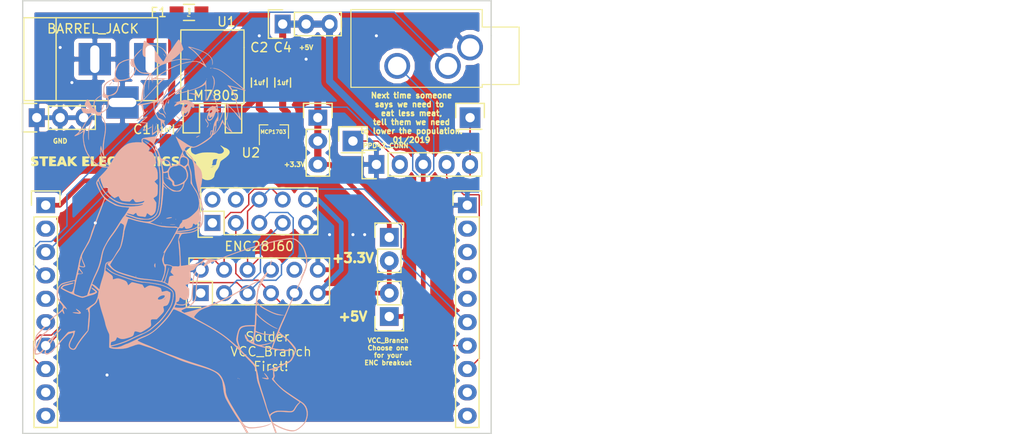
<source format=kicad_pcb>
(kicad_pcb (version 20171130) (host pcbnew 5.0.0-rc2)

  (general
    (thickness 1.6)
    (drawings 13)
    (tracks 169)
    (zones 0)
    (modules 22)
    (nets 32)
  )

  (page A4)
  (layers
    (0 F.Cu signal)
    (31 B.Cu signal)
    (32 B.Adhes user)
    (33 F.Adhes user)
    (34 B.Paste user)
    (35 F.Paste user)
    (36 B.SilkS user)
    (37 F.SilkS user)
    (38 B.Mask user)
    (39 F.Mask user)
    (40 Dwgs.User user)
    (41 Cmts.User user)
    (42 Eco1.User user)
    (43 Eco2.User user)
    (44 Edge.Cuts user)
    (45 Margin user)
    (46 B.CrtYd user)
    (47 F.CrtYd user)
    (48 B.Fab user)
    (49 F.Fab user)
  )

  (setup
    (last_trace_width 0.762)
    (user_trace_width 0.1524)
    (user_trace_width 0.254)
    (user_trace_width 0.3302)
    (user_trace_width 0.508)
    (user_trace_width 0.762)
    (user_trace_width 1.27)
    (trace_clearance 0.2)
    (zone_clearance 0.508)
    (zone_45_only no)
    (trace_min 0.1524)
    (segment_width 0.2)
    (edge_width 0.15)
    (via_size 0.8)
    (via_drill 0.4)
    (via_min_size 0.6858)
    (via_min_drill 0.3302)
    (user_via 0.6858 0.3302)
    (uvia_size 0.3)
    (uvia_drill 0.1)
    (uvias_allowed no)
    (uvia_min_size 0.2)
    (uvia_min_drill 0.1)
    (pcb_text_width 0.3)
    (pcb_text_size 1.5 1.5)
    (mod_edge_width 0.15)
    (mod_text_size 1 1)
    (mod_text_width 0.15)
    (pad_size 2.8 2.8)
    (pad_drill 2)
    (pad_to_mask_clearance 0.2)
    (aux_axis_origin 0 0)
    (visible_elements 7FFFFFFF)
    (pcbplotparams
      (layerselection 0x010fc_ffffffff)
      (usegerberextensions false)
      (usegerberattributes false)
      (usegerberadvancedattributes false)
      (creategerberjobfile false)
      (excludeedgelayer true)
      (linewidth 0.100000)
      (plotframeref false)
      (viasonmask false)
      (mode 1)
      (useauxorigin false)
      (hpglpennumber 1)
      (hpglpenspeed 20)
      (hpglpendiameter 15)
      (psnegative false)
      (psa4output false)
      (plotreference true)
      (plotvalue true)
      (plotinvisibletext false)
      (padsonsilk false)
      (subtractmaskfromsilk false)
      (outputformat 1)
      (mirror false)
      (drillshape 0)
      (scaleselection 1)
      (outputdirectory gerber_rev2/))
  )

  (net 0 "")
  (net 1 "Net-(C1-Pad1)")
  (net 2 GND)
  (net 3 +5V)
  (net 4 +3V3)
  (net 5 /XIN)
  (net 6 /XOUT)
  (net 7 /TEST)
  (net 8 /RST)
  (net 9 /P2.5)
  (net 10 /P2.4)
  (net 11 /P2.3)
  (net 12 /P2.2)
  (net 13 /P2.1)
  (net 14 /P1.5)
  (net 15 /P1.4)
  (net 16 /P1.3)
  (net 17 /P1.2)
  (net 18 /P1.1)
  (net 19 /P1.0)
  (net 20 "Net-(CON1-Pad1)")
  (net 21 /MOSIENC)
  (net 22 /MISOENC)
  (net 23 /CSENC)
  (net 24 "Net-(P3-Pad1)")
  (net 25 "Net-(P4-Pad1)")
  (net 26 /enc1/VCC_Branch)
  (net 27 /enc1/INT)
  (net 28 /enc1/CLKOUT)
  (net 29 /enc1/WOL)
  (net 30 /enc1/RSTENC)
  (net 31 /enc1/Q3)

  (net_class Default "This is the default net class."
    (clearance 0.2)
    (trace_width 0.25)
    (via_dia 0.8)
    (via_drill 0.4)
    (uvia_dia 0.3)
    (uvia_drill 0.1)
    (add_net +3V3)
    (add_net +5V)
    (add_net /CSENC)
    (add_net /MISOENC)
    (add_net /MOSIENC)
    (add_net /P1.0)
    (add_net /P1.1)
    (add_net /P1.2)
    (add_net /P1.3)
    (add_net /P1.4)
    (add_net /P1.5)
    (add_net /P2.1)
    (add_net /P2.2)
    (add_net /P2.3)
    (add_net /P2.4)
    (add_net /P2.5)
    (add_net /RST)
    (add_net /TEST)
    (add_net /XIN)
    (add_net /XOUT)
    (add_net /enc1/CLKOUT)
    (add_net /enc1/INT)
    (add_net /enc1/Q3)
    (add_net /enc1/RSTENC)
    (add_net /enc1/VCC_Branch)
    (add_net /enc1/WOL)
    (add_net GND)
    (add_net "Net-(C1-Pad1)")
    (add_net "Net-(CON1-Pad1)")
    (add_net "Net-(P3-Pad1)")
    (add_net "Net-(P4-Pad1)")
  )

  (module Pin_Headers:Pin_Header_Straight_1x10 (layer F.Cu) (tedit 5C08B83C) (tstamp 5C34E415)
    (at 114.001774 84.436646)
    (descr "Through hole pin header")
    (tags "pin header")
    (path /5C08A5F5)
    (fp_text reference P2 (at 0 -5.1) (layer F.SilkS) hide
      (effects (font (size 1 1) (thickness 0.15)))
    )
    (fp_text value CONN_01X10 (at 0 -3.1) (layer F.Fab)
      (effects (font (size 1 1) (thickness 0.15)))
    )
    (fp_line (start -1.75 -1.75) (end -1.75 24.65) (layer F.CrtYd) (width 0.05))
    (fp_line (start 1.75 -1.75) (end 1.75 24.65) (layer F.CrtYd) (width 0.05))
    (fp_line (start -1.75 -1.75) (end 1.75 -1.75) (layer F.CrtYd) (width 0.05))
    (fp_line (start -1.75 24.65) (end 1.75 24.65) (layer F.CrtYd) (width 0.05))
    (fp_line (start 1.27 1.27) (end 1.27 24.13) (layer F.SilkS) (width 0.15))
    (fp_line (start 1.27 24.13) (end -1.27 24.13) (layer F.SilkS) (width 0.15))
    (fp_line (start -1.27 24.13) (end -1.27 1.27) (layer F.SilkS) (width 0.15))
    (fp_line (start 1.55 -1.55) (end 1.55 0) (layer F.SilkS) (width 0.15))
    (fp_line (start 1.27 1.27) (end -1.27 1.27) (layer F.SilkS) (width 0.15))
    (fp_line (start -1.55 0) (end -1.55 -1.55) (layer F.SilkS) (width 0.15))
    (fp_line (start -1.55 -1.55) (end 1.55 -1.55) (layer F.SilkS) (width 0.15))
    (pad 1 thru_hole rect (at 0 0) (size 2.032 1.7272) (drill 1.016) (layers *.Cu *.Mask)
      (net 4 +3V3))
    (pad 2 thru_hole oval (at 0 2.54) (size 2.032 1.7272) (drill 1.016) (layers *.Cu *.Mask)
      (net 19 /P1.0))
    (pad 3 thru_hole oval (at 0 5.08) (size 2.032 1.7272) (drill 1.016) (layers *.Cu *.Mask)
      (net 18 /P1.1))
    (pad 4 thru_hole oval (at 0 7.62) (size 2.032 1.7272) (drill 1.016) (layers *.Cu *.Mask)
      (net 17 /P1.2))
    (pad 5 thru_hole oval (at 0 10.16) (size 2.032 1.7272) (drill 1.016) (layers *.Cu *.Mask)
      (net 16 /P1.3))
    (pad 6 thru_hole oval (at 0 12.7) (size 2.032 1.7272) (drill 1.016) (layers *.Cu *.Mask)
      (net 15 /P1.4))
    (pad 7 thru_hole oval (at 0 15.24) (size 2.032 1.7272) (drill 1.016) (layers *.Cu *.Mask)
      (net 14 /P1.5))
    (pad 8 thru_hole oval (at 0 17.78) (size 2.032 1.7272) (drill 1.016) (layers *.Cu *.Mask)
      (net 23 /CSENC))
    (pad 9 thru_hole oval (at 0 20.32) (size 2.032 1.7272) (drill 1.016) (layers *.Cu *.Mask)
      (net 13 /P2.1))
    (pad 10 thru_hole oval (at 0 22.86) (size 2.032 1.7272) (drill 1.016) (layers *.Cu *.Mask)
      (net 12 /P2.2))
    (model Pin_Headers.3dshapes/Pin_Header_Straight_1x10.wrl
      (offset (xyz 0 -11.42999982833862 0))
      (scale (xyz 1 1 1))
      (rotate (xyz 0 0 90))
    )
  )

  (module Capacitors_SMD:C_0805_HandSoldering (layer F.Cu) (tedit 5C08B7BB) (tstamp 5C0EF7E7)
    (at 127 76.2 270)
    (descr "Capacitor SMD 0805, hand soldering")
    (tags "capacitor 0805")
    (path /5C08B515)
    (attr smd)
    (fp_text reference C1 (at 0 2.54) (layer F.SilkS)
      (effects (font (size 1 1) (thickness 0.15)))
    )
    (fp_text value 1uf (at 0 0) (layer F.SilkS)
      (effects (font (size 0.5 0.5) (thickness 0.125)))
    )
    (fp_line (start -1 0.625) (end -1 -0.625) (layer F.Fab) (width 0.15))
    (fp_line (start 1 0.625) (end -1 0.625) (layer F.Fab) (width 0.15))
    (fp_line (start 1 -0.625) (end 1 0.625) (layer F.Fab) (width 0.15))
    (fp_line (start -1 -0.625) (end 1 -0.625) (layer F.Fab) (width 0.15))
    (fp_line (start -2.3 -1) (end 2.3 -1) (layer F.CrtYd) (width 0.05))
    (fp_line (start -2.3 1) (end 2.3 1) (layer F.CrtYd) (width 0.05))
    (fp_line (start -2.3 -1) (end -2.3 1) (layer F.CrtYd) (width 0.05))
    (fp_line (start 2.3 -1) (end 2.3 1) (layer F.CrtYd) (width 0.05))
    (fp_line (start 0.5 -0.85) (end -0.5 -0.85) (layer F.SilkS) (width 0.15))
    (fp_line (start -0.5 0.85) (end 0.5 0.85) (layer F.SilkS) (width 0.15))
    (pad 1 smd rect (at -1.25 0 270) (size 1.5 1.25) (layers F.Cu F.Paste F.Mask)
      (net 1 "Net-(C1-Pad1)"))
    (pad 2 smd rect (at 1.25 0 270) (size 1.5 1.25) (layers F.Cu F.Paste F.Mask)
      (net 2 GND))
    (model Capacitors_SMD.3dshapes/C_0805_HandSoldering.wrl
      (at (xyz 0 0 0))
      (scale (xyz 1 1 1))
      (rotate (xyz 0 0 0))
    )
  )

  (module Capacitors_SMD:C_0805_HandSoldering (layer F.Cu) (tedit 5C08B7D7) (tstamp 5C0EF7F7)
    (at 137.16 71.12 90)
    (descr "Capacitor SMD 0805, hand soldering")
    (tags "capacitor 0805")
    (path /5C08B57D)
    (attr smd)
    (fp_text reference C2 (at 3.81 0 180) (layer F.SilkS)
      (effects (font (size 1 1) (thickness 0.15)))
    )
    (fp_text value 1uf (at 0 0 180) (layer F.SilkS)
      (effects (font (size 0.5 0.5) (thickness 0.125)))
    )
    (fp_line (start -0.5 0.85) (end 0.5 0.85) (layer F.SilkS) (width 0.15))
    (fp_line (start 0.5 -0.85) (end -0.5 -0.85) (layer F.SilkS) (width 0.15))
    (fp_line (start 2.3 -1) (end 2.3 1) (layer F.CrtYd) (width 0.05))
    (fp_line (start -2.3 -1) (end -2.3 1) (layer F.CrtYd) (width 0.05))
    (fp_line (start -2.3 1) (end 2.3 1) (layer F.CrtYd) (width 0.05))
    (fp_line (start -2.3 -1) (end 2.3 -1) (layer F.CrtYd) (width 0.05))
    (fp_line (start -1 -0.625) (end 1 -0.625) (layer F.Fab) (width 0.15))
    (fp_line (start 1 -0.625) (end 1 0.625) (layer F.Fab) (width 0.15))
    (fp_line (start 1 0.625) (end -1 0.625) (layer F.Fab) (width 0.15))
    (fp_line (start -1 0.625) (end -1 -0.625) (layer F.Fab) (width 0.15))
    (pad 2 smd rect (at 1.25 0 90) (size 1.5 1.25) (layers F.Cu F.Paste F.Mask)
      (net 2 GND))
    (pad 1 smd rect (at -1.25 0 90) (size 1.5 1.25) (layers F.Cu F.Paste F.Mask)
      (net 3 +5V))
    (model Capacitors_SMD.3dshapes/C_0805_HandSoldering.wrl
      (at (xyz 0 0 0))
      (scale (xyz 1 1 1))
      (rotate (xyz 0 0 0))
    )
  )

  (module Connectors:BARREL_JACK (layer F.Cu) (tedit 5C31A7C0) (tstamp 5C0EF823)
    (at 119.126 68.58)
    (descr "DC Barrel Jack")
    (tags "Power Jack")
    (path /5C08AC7C)
    (fp_text reference CON1 (at 10.09904 0 90) (layer F.SilkS) hide
      (effects (font (size 1 1) (thickness 0.15)))
    )
    (fp_text value BARREL_JACK (at 0 -3.302) (layer F.SilkS)
      (effects (font (size 1 1) (thickness 0.15)))
    )
    (fp_line (start -4.0005 -4.50088) (end -4.0005 4.50088) (layer F.SilkS) (width 0.15))
    (fp_line (start -7.50062 -4.50088) (end -7.50062 4.50088) (layer F.SilkS) (width 0.15))
    (fp_line (start -7.50062 4.50088) (end 7.00024 4.50088) (layer F.SilkS) (width 0.15))
    (fp_line (start 7.00024 4.50088) (end 7.00024 -4.50088) (layer F.SilkS) (width 0.15))
    (fp_line (start 7.00024 -4.50088) (end -7.50062 -4.50088) (layer F.SilkS) (width 0.15))
    (pad 1 thru_hole rect (at 6.20014 0) (size 3.50012 3.50012) (drill oval 1.00076 2.99974) (layers *.Cu *.Mask)
      (net 20 "Net-(CON1-Pad1)"))
    (pad 2 thru_hole rect (at 0.20066 0) (size 3.50012 3.50012) (drill oval 1.00076 2.99974) (layers *.Cu *.Mask)
      (net 2 GND))
    (pad 3 thru_hole rect (at 3.2004 4.699) (size 3.50012 3.50012) (drill oval 2.99974 1.00076) (layers *.Cu *.Mask)
      (net 2 GND))
  )

  (module Connector_Audio:Jack_3.5mm_CUI_SJ1-3533NG_Horizontal_CircularHoles (layer F.Cu) (tedit 5C31B528) (tstamp 5C0EF83F)
    (at 160.02 67.31 270)
    (descr "TRS 3.5mm, horizontal, through-hole, , circular holeshttps://www.cui.com/product/resource/sj1-353xng.pdf")
    (tags "TRS audio jack stereo horizontal circular")
    (path /5C0925EC)
    (fp_text reference J1 (at 0.1 -6.45 270) (layer F.SilkS) hide
      (effects (font (size 1 1) (thickness 0.15)))
    )
    (fp_text value JACK_2P (at 0.1 14.05 270) (layer F.Fab)
      (effects (font (size 1 1) (thickness 0.15)))
    )
    (fp_line (start -2.1 -5.2) (end 3.9 -5.2) (layer F.Fab) (width 0.1))
    (fp_line (start 3.9 -5.2) (end 3.9 -1.2) (layer F.Fab) (width 0.1))
    (fp_line (start 3.9 -1.2) (end 4.2 -1.2) (layer F.Fab) (width 0.1))
    (fp_line (start 4.2 -1.2) (end 4.2 12.8) (layer F.Fab) (width 0.1))
    (fp_line (start 4.2 12.8) (end -4 12.8) (layer F.Fab) (width 0.1))
    (fp_line (start -4 12.8) (end -4 -1.2) (layer F.Fab) (width 0.1))
    (fp_line (start -4 -1.2) (end -2.1 -1.2) (layer F.Fab) (width 0.1))
    (fp_line (start -2.1 -1.2) (end -2.1 -5.2) (layer F.Fab) (width 0.1))
    (fp_line (start -2.22 -5.32) (end 4.02 -5.32) (layer F.SilkS) (width 0.12))
    (fp_line (start 4.02 -5.32) (end 4.02 -1.32) (layer F.SilkS) (width 0.12))
    (fp_line (start 4.02 -1.32) (end 4.32 -1.32) (layer F.SilkS) (width 0.12))
    (fp_line (start 4.32 -1.32) (end 4.32 12.92) (layer F.SilkS) (width 0.12))
    (fp_line (start 4.32 12.92) (end -4.12 12.92) (layer F.SilkS) (width 0.12))
    (fp_line (start -4.12 12.92) (end -4.12 -1.32) (layer F.SilkS) (width 0.12))
    (fp_line (start -4.12 -1.32) (end -2.22 -1.32) (layer F.SilkS) (width 0.12))
    (fp_line (start -2.22 -1.32) (end -2.22 -5.32) (layer F.SilkS) (width 0.12))
    (fp_line (start -4.5 -5.7) (end -4.5 13.3) (layer F.CrtYd) (width 0.05))
    (fp_line (start -4.5 13.3) (end 4.7 13.3) (layer F.CrtYd) (width 0.05))
    (fp_line (start 4.7 13.3) (end 4.7 -5.7) (layer F.CrtYd) (width 0.05))
    (fp_line (start 4.7 -5.7) (end -4.5 -5.7) (layer F.CrtYd) (width 0.05))
    (fp_text user %R (at 0.1 3.8 270) (layer F.Fab)
      (effects (font (size 1 1) (thickness 0.15)))
    )
    (pad S thru_hole circle (at 0 0 270) (size 2.8 2.8) (drill 2) (layers *.Cu *.Mask)
      (net 2 GND))
    (pad T thru_hole circle (at 2 2.4 270) (size 2.8 2.8) (drill 2) (layers *.Cu *.Mask)
      (net 17 /P1.2))
    (pad R thru_hole circle (at 2 7.9 270) (size 2.8 2.8) (drill 2) (layers *.Cu *.Mask)
      (net 18 /P1.1))
    (model ${KISYS3DMOD}/Connector_Audio.3dshapes/Jack_3.5mm_CUI_SJ1-3533NG_Horizontal.wrl
      (at (xyz 0 0 0))
      (scale (xyz 1 1 1))
      (rotate (xyz 0 0 0))
    )
  )

  (module Pin_Headers:Pin_Header_Straight_1x10 (layer F.Cu) (tedit 5C08B837) (tstamp 5C0EF858)
    (at 159.721774 84.436646)
    (descr "Through hole pin header")
    (tags "pin header")
    (path /5C08A58D)
    (fp_text reference P1 (at 0 -5.1) (layer F.SilkS) hide
      (effects (font (size 1 1) (thickness 0.15)))
    )
    (fp_text value CONN_01X10 (at 0 -3.1) (layer F.Fab)
      (effects (font (size 1 1) (thickness 0.15)))
    )
    (fp_line (start -1.75 -1.75) (end -1.75 24.65) (layer F.CrtYd) (width 0.05))
    (fp_line (start 1.75 -1.75) (end 1.75 24.65) (layer F.CrtYd) (width 0.05))
    (fp_line (start -1.75 -1.75) (end 1.75 -1.75) (layer F.CrtYd) (width 0.05))
    (fp_line (start -1.75 24.65) (end 1.75 24.65) (layer F.CrtYd) (width 0.05))
    (fp_line (start 1.27 1.27) (end 1.27 24.13) (layer F.SilkS) (width 0.15))
    (fp_line (start 1.27 24.13) (end -1.27 24.13) (layer F.SilkS) (width 0.15))
    (fp_line (start -1.27 24.13) (end -1.27 1.27) (layer F.SilkS) (width 0.15))
    (fp_line (start 1.55 -1.55) (end 1.55 0) (layer F.SilkS) (width 0.15))
    (fp_line (start 1.27 1.27) (end -1.27 1.27) (layer F.SilkS) (width 0.15))
    (fp_line (start -1.55 0) (end -1.55 -1.55) (layer F.SilkS) (width 0.15))
    (fp_line (start -1.55 -1.55) (end 1.55 -1.55) (layer F.SilkS) (width 0.15))
    (pad 1 thru_hole rect (at 0 0) (size 2.032 1.7272) (drill 1.016) (layers *.Cu *.Mask)
      (net 2 GND))
    (pad 2 thru_hole oval (at 0 2.54) (size 2.032 1.7272) (drill 1.016) (layers *.Cu *.Mask)
      (net 5 /XIN))
    (pad 3 thru_hole oval (at 0 5.08) (size 2.032 1.7272) (drill 1.016) (layers *.Cu *.Mask)
      (net 6 /XOUT))
    (pad 4 thru_hole oval (at 0 7.62) (size 2.032 1.7272) (drill 1.016) (layers *.Cu *.Mask)
      (net 7 /TEST))
    (pad 5 thru_hole oval (at 0 10.16) (size 2.032 1.7272) (drill 1.016) (layers *.Cu *.Mask)
      (net 8 /RST))
    (pad 6 thru_hole oval (at 0 12.7) (size 2.032 1.7272) (drill 1.016) (layers *.Cu *.Mask)
      (net 21 /MOSIENC))
    (pad 7 thru_hole oval (at 0 15.24) (size 2.032 1.7272) (drill 1.016) (layers *.Cu *.Mask)
      (net 22 /MISOENC))
    (pad 8 thru_hole oval (at 0 17.78) (size 2.032 1.7272) (drill 1.016) (layers *.Cu *.Mask)
      (net 9 /P2.5))
    (pad 9 thru_hole oval (at 0 20.32) (size 2.032 1.7272) (drill 1.016) (layers *.Cu *.Mask)
      (net 10 /P2.4))
    (pad 10 thru_hole oval (at 0 22.86) (size 2.032 1.7272) (drill 1.016) (layers *.Cu *.Mask)
      (net 11 /P2.3))
    (model Pin_Headers.3dshapes/Pin_Header_Straight_1x10.wrl
      (offset (xyz 0 -11.42999982833862 0))
      (scale (xyz 1 1 1))
      (rotate (xyz 0 0 90))
    )
  )

  (module TO_SOT_Packages_SMD:TO-252-2Lead (layer F.Cu) (tedit 5C31A858) (tstamp 5C0EFAB4)
    (at 132.08 74.93)
    (descr "DPAK / TO-252 2-lead smd package")
    (tags "dpak TO-252")
    (path /5C08B030)
    (attr smd)
    (fp_text reference U1 (at 1.524 -10.414) (layer F.SilkS)
      (effects (font (size 1 1) (thickness 0.15)))
    )
    (fp_text value LM7805 (at 0 -2.413) (layer F.SilkS)
      (effects (font (size 1 1) (thickness 0.15)))
    )
    (fp_line (start 1.397 -1.524) (end 1.397 1.651) (layer F.SilkS) (width 0.15))
    (fp_line (start 1.397 1.651) (end 3.175 1.651) (layer F.SilkS) (width 0.15))
    (fp_line (start 3.175 1.651) (end 3.175 -1.524) (layer F.SilkS) (width 0.15))
    (fp_line (start -3.175 -1.524) (end -3.175 1.651) (layer F.SilkS) (width 0.15))
    (fp_line (start -3.175 1.651) (end -1.397 1.651) (layer F.SilkS) (width 0.15))
    (fp_line (start -1.397 1.651) (end -1.397 -1.524) (layer F.SilkS) (width 0.15))
    (fp_line (start 3.429 -7.62) (end 3.429 -1.524) (layer F.SilkS) (width 0.15))
    (fp_line (start 3.429 -1.524) (end -3.429 -1.524) (layer F.SilkS) (width 0.15))
    (fp_line (start -3.429 -1.524) (end -3.429 -9.398) (layer F.SilkS) (width 0.15))
    (fp_line (start -3.429 -9.525) (end 3.429 -9.525) (layer F.SilkS) (width 0.15))
    (fp_line (start 3.429 -9.398) (end 3.429 -7.62) (layer F.SilkS) (width 0.15))
    (pad 1 smd rect (at -2.286 0) (size 1.651 3.048) (layers F.Cu F.Paste F.Mask)
      (net 1 "Net-(C1-Pad1)"))
    (pad 2 smd rect (at 0 -6.35) (size 6.096 6.096) (layers F.Cu F.Paste F.Mask)
      (net 2 GND))
    (pad 3 smd rect (at 2.286 0) (size 1.651 3.048) (layers F.Cu F.Paste F.Mask)
      (net 3 +5V))
    (model TO_SOT_Packages_SMD.3dshapes/TO-252-2Lead.wrl
      (at (xyz 0 0 0))
      (scale (xyz 1 1 1))
      (rotate (xyz 0 0 0))
    )
  )

  (module SteakElectronics:steakelectronics (layer F.Cu) (tedit 0) (tstamp 5C0FAEEB)
    (at 123.19 80.01)
    (fp_text reference G*** (at 0 0) (layer F.SilkS) hide
      (effects (font (size 1.524 1.524) (thickness 0.3)))
    )
    (fp_text value LOGO (at 0.75 0) (layer F.SilkS) hide
      (effects (font (size 1.524 1.524) (thickness 0.3)))
    )
    (fp_poly (pts (xy 5.101457 -0.864935) (xy 5.215637 -0.827851) (xy 5.258911 -0.760943) (xy 5.256052 -0.710284)
      (xy 5.209764 -0.644504) (xy 5.147599 -0.643317) (xy 4.963596 -0.667675) (xy 4.832097 -0.652339)
      (xy 4.768689 -0.59943) (xy 4.766549 -0.591451) (xy 4.782414 -0.531199) (xy 4.870041 -0.492189)
      (xy 4.915886 -0.482326) (xy 5.113334 -0.416308) (xy 5.244151 -0.312602) (xy 5.301787 -0.18408)
      (xy 5.279694 -0.043619) (xy 5.197554 0.071372) (xy 5.051291 0.156541) (xy 4.840636 0.181897)
      (xy 4.583546 0.152136) (xy 4.505528 0.112784) (xy 4.480069 0.018767) (xy 4.479636 -0.003831)
      (xy 4.479636 -0.139785) (xy 4.652282 -0.067649) (xy 4.804479 -0.024271) (xy 4.93084 -0.024026)
      (xy 5.010295 -0.063581) (xy 5.025097 -0.126633) (xy 4.968647 -0.191463) (xy 4.838354 -0.239419)
      (xy 4.828071 -0.241634) (xy 4.629836 -0.311664) (xy 4.514018 -0.422598) (xy 4.479636 -0.561339)
      (xy 4.517011 -0.719776) (xy 4.62863 -0.823749) (xy 4.813731 -0.872696) (xy 4.906818 -0.876747)
      (xy 5.101457 -0.864935)) (layer F.SilkS) (width 0.01))
    (fp_poly (pts (xy 4.109286 -0.869729) (xy 4.225069 -0.841731) (xy 4.281533 -0.786228) (xy 4.294909 -0.707765)
      (xy 4.282919 -0.627479) (xy 4.229315 -0.618611) (xy 4.191 -0.630404) (xy 3.991686 -0.667801)
      (xy 3.836501 -0.631103) (xy 3.734507 -0.525593) (xy 3.694764 -0.356556) (xy 3.694546 -0.340835)
      (xy 3.729977 -0.186171) (xy 3.821603 -0.072865) (xy 3.947424 -0.016831) (xy 4.08544 -0.033986)
      (xy 4.105401 -0.043623) (xy 4.220017 -0.088188) (xy 4.279707 -0.063961) (xy 4.294909 0.017705)
      (xy 4.260436 0.118285) (xy 4.191 0.15562) (xy 3.999643 0.181872) (xy 3.801148 0.170245)
      (xy 3.648364 0.125955) (xy 3.553784 0.047651) (xy 3.464361 -0.074324) (xy 3.447328 -0.106281)
      (xy 3.387399 -0.323202) (xy 3.417284 -0.53352) (xy 3.534691 -0.72373) (xy 3.555844 -0.745857)
      (xy 3.657722 -0.829823) (xy 3.768209 -0.868535) (xy 3.918125 -0.877454) (xy 4.109286 -0.869729)) (layer F.SilkS) (width 0.01))
    (fp_poly (pts (xy 3.232727 0.184728) (xy 3.101879 0.184728) (xy 3.00063 0.178715) (xy 2.951788 0.165671)
      (xy 2.945279 0.114609) (xy 2.942347 -0.009273) (xy 2.943167 -0.186494) (xy 2.946972 -0.36542)
      (xy 2.961398 -0.877454) (xy 3.232727 -0.877454) (xy 3.232727 0.184728)) (layer F.SilkS) (width 0.01))
    (fp_poly (pts (xy 2.032472 -0.870707) (xy 2.094257 -0.838816) (xy 2.154678 -0.764305) (xy 2.231393 -0.629702)
      (xy 2.263396 -0.56892) (xy 2.424546 -0.260386) (xy 2.438201 -0.56892) (xy 2.447019 -0.73287)
      (xy 2.461861 -0.825145) (xy 2.492749 -0.866346) (xy 2.549705 -0.877077) (xy 2.588292 -0.877454)
      (xy 2.724727 -0.877454) (xy 2.724727 0.190303) (xy 2.558939 0.17597) (xy 2.471376 0.162146)
      (xy 2.405217 0.126707) (xy 2.342316 0.051643) (xy 2.264525 -0.081053) (xy 2.22412 -0.156283)
      (xy 2.055091 -0.474202) (xy 2.041522 -0.144737) (xy 2.032597 0.026239) (xy 2.018322 0.124773)
      (xy 1.991028 0.170757) (xy 1.943049 0.184084) (xy 1.914522 0.184728) (xy 1.801091 0.184728)
      (xy 1.801091 -0.877454) (xy 1.951669 -0.877454) (xy 2.032472 -0.870707)) (layer F.SilkS) (width 0.01))
    (fp_poly (pts (xy 1.228439 -0.870248) (xy 1.336705 -0.841182) (xy 1.424238 -0.779085) (xy 1.447308 -0.756824)
      (xy 1.556627 -0.592947) (xy 1.604676 -0.399511) (xy 1.593131 -0.202269) (xy 1.523669 -0.026974)
      (xy 1.397965 0.100618) (xy 1.391247 0.104687) (xy 1.220062 0.16453) (xy 1.014208 0.179192)
      (xy 0.82097 0.146085) (xy 0.796928 0.137215) (xy 0.662851 0.037998) (xy 0.566907 -0.119199)
      (xy 0.519172 -0.304358) (xy 0.52288 -0.368712) (xy 0.827656 -0.368712) (xy 0.850907 -0.202449)
      (xy 0.880523 -0.132812) (xy 0.963315 -0.060814) (xy 1.078985 -0.049755) (xy 1.195594 -0.094775)
      (xy 1.281203 -0.191011) (xy 1.282668 -0.194026) (xy 1.319006 -0.362208) (xy 1.276249 -0.519616)
      (xy 1.171964 -0.631417) (xy 1.084258 -0.677168) (xy 1.011563 -0.666199) (xy 0.946727 -0.627701)
      (xy 0.861053 -0.521354) (xy 0.827656 -0.368712) (xy 0.52288 -0.368712) (xy 0.529723 -0.487462)
      (xy 0.559953 -0.568763) (xy 0.668305 -0.738832) (xy 0.792916 -0.834711) (xy 0.962157 -0.873777)
      (xy 1.063934 -0.877454) (xy 1.228439 -0.870248)) (layer F.SilkS) (width 0.01))
    (fp_poly (pts (xy 0.031644 -0.874091) (xy 0.14009 -0.858698) (xy 0.210616 -0.823318) (xy 0.270402 -0.759995)
      (xy 0.273739 -0.755772) (xy 0.339817 -0.65596) (xy 0.369347 -0.580104) (xy 0.369455 -0.577272)
      (xy 0.342826 -0.504196) (xy 0.27828 -0.404609) (xy 0.273739 -0.398773) (xy 0.221559 -0.318175)
      (xy 0.217589 -0.27808) (xy 0.222471 -0.27709) (xy 0.260653 -0.239856) (xy 0.319966 -0.148072)
      (xy 0.38409 -0.031621) (xy 0.436705 0.079617) (xy 0.461489 0.155761) (xy 0.461818 0.161133)
      (xy 0.421264 0.176959) (xy 0.322006 0.1846) (xy 0.305785 0.184728) (xy 0.188938 0.169429)
      (xy 0.121016 0.105473) (xy 0.090734 0.042249) (xy 0.011857 -0.105024) (xy -0.075958 -0.202832)
      (xy -0.141844 -0.230909) (xy -0.16742 -0.189625) (xy -0.182761 -0.085176) (xy -0.184727 -0.02309)
      (xy -0.188743 0.1047) (xy -0.211932 0.165226) (xy -0.271005 0.183553) (xy -0.323273 0.184728)
      (xy -0.461818 0.184728) (xy -0.461818 -0.53109) (xy -0.184727 -0.53109) (xy -0.157176 -0.438368)
      (xy -0.089422 -0.419488) (xy -0.003818 -0.480336) (xy -0.001679 -0.482886) (xy 0.03082 -0.569617)
      (xy -0.016469 -0.630714) (xy -0.095089 -0.646545) (xy -0.165795 -0.618009) (xy -0.184727 -0.53109)
      (xy -0.461818 -0.53109) (xy -0.461818 -0.877454) (xy -0.141897 -0.877454) (xy 0.031644 -0.874091)) (layer F.SilkS) (width 0.01))
    (fp_poly (pts (xy -1.073727 -0.867471) (xy -0.854203 -0.860467) (xy -0.710931 -0.851062) (xy -0.627807 -0.835835)
      (xy -0.588726 -0.811364) (xy -0.577581 -0.774228) (xy -0.577273 -0.762) (xy -0.597147 -0.697502)
      (xy -0.672228 -0.66507) (xy -0.750454 -0.655303) (xy -0.923636 -0.640969) (xy -0.923636 0.184728)
      (xy -1.200727 0.184728) (xy -1.200727 -0.646545) (xy -1.385454 -0.646545) (xy -1.504409 -0.652778)
      (xy -1.557284 -0.682464) (xy -1.5701 -0.752088) (xy -1.570182 -0.763562) (xy -1.570182 -0.880579)
      (xy -1.073727 -0.867471)) (layer F.SilkS) (width 0.01))
    (fp_poly (pts (xy -1.921044 -0.867929) (xy -1.765643 -0.85799) (xy -1.679789 -0.839713) (xy -1.640712 -0.801829)
      (xy -1.625641 -0.733065) (xy -1.624228 -0.72101) (xy -1.622816 -0.629584) (xy -1.656418 -0.608628)
      (xy -1.686246 -0.617298) (xy -1.847903 -0.669514) (xy -1.959734 -0.673295) (xy -2.052226 -0.62582)
      (xy -2.104109 -0.578634) (xy -2.187273 -0.474735) (xy -2.207266 -0.372757) (xy -2.198658 -0.308666)
      (xy -2.133075 -0.137993) (xy -2.0178 -0.045006) (xy -1.853751 -0.030129) (xy -1.689927 -0.074016)
      (xy -1.634013 -0.072574) (xy -1.616474 0.002056) (xy -1.616364 0.013209) (xy -1.642506 0.111574)
      (xy -1.689413 0.156696) (xy -1.843821 0.183462) (xy -2.031054 0.173238) (xy -2.201117 0.129918)
      (xy -2.235445 0.114188) (xy -2.376757 0.01893) (xy -2.456555 -0.100167) (xy -2.489223 -0.269791)
      (xy -2.492349 -0.362471) (xy -2.486323 -0.517355) (xy -2.456117 -0.619485) (xy -2.387011 -0.707985)
      (xy -2.348225 -0.745492) (xy -2.257227 -0.821728) (xy -2.171457 -0.860526) (xy -2.056129 -0.871855)
      (xy -1.921044 -0.867929)) (layer F.SilkS) (width 0.01))
    (fp_poly (pts (xy -2.818584 -0.876224) (xy -2.708867 -0.868607) (xy -2.653822 -0.848714) (xy -2.634605 -0.810657)
      (xy -2.632364 -0.762) (xy -2.63985 -0.693478) (xy -2.678057 -0.659295) (xy -2.770603 -0.647639)
      (xy -2.863273 -0.646545) (xy -3.003716 -0.640779) (xy -3.073535 -0.618491) (xy -3.094025 -0.572197)
      (xy -3.094182 -0.565394) (xy -3.079299 -0.515801) (xy -3.019544 -0.496454) (xy -2.892252 -0.500309)
      (xy -2.886364 -0.500772) (xy -2.758835 -0.507631) (xy -2.698326 -0.491118) (xy -2.67985 -0.436002)
      (xy -2.678545 -0.374104) (xy -2.684192 -0.286076) (xy -2.717858 -0.244386) (xy -2.804637 -0.231744)
      (xy -2.886364 -0.230909) (xy -3.016233 -0.224865) (xy -3.077645 -0.199771) (xy -3.094102 -0.14518)
      (xy -3.094182 -0.138545) (xy -3.082025 -0.083145) (xy -3.030423 -0.055515) (xy -2.916682 -0.046577)
      (xy -2.863273 -0.046181) (xy -2.72623 -0.042438) (xy -2.657863 -0.023335) (xy -2.634551 0.022939)
      (xy -2.632364 0.069273) (xy -2.636301 0.126534) (xy -2.660675 0.16082) (xy -2.724332 0.178022)
      (xy -2.846116 0.184027) (xy -3.001818 0.184728) (xy -3.371273 0.184728) (xy -3.371273 -0.877454)
      (xy -3.001818 -0.877454) (xy -2.818584 -0.876224)) (layer F.SilkS) (width 0.01))
    (fp_poly (pts (xy -3.971636 -0.046181) (xy -3.740727 -0.046181) (xy -3.603685 -0.042438) (xy -3.535318 -0.023335)
      (xy -3.512006 0.022939) (xy -3.509818 0.069273) (xy -3.513422 0.125182) (xy -3.536426 0.159303)
      (xy -3.597115 0.177015) (xy -3.713778 0.183697) (xy -3.902364 0.184728) (xy -4.294909 0.184728)
      (xy -4.294909 -0.877454) (xy -3.971636 -0.877454) (xy -3.971636 -0.046181)) (layer F.SilkS) (width 0.01))
    (fp_poly (pts (xy -4.665857 -0.876224) (xy -4.55614 -0.868607) (xy -4.501095 -0.848714) (xy -4.481878 -0.810657)
      (xy -4.479636 -0.762) (xy -4.48825 -0.690755) (xy -4.530589 -0.657) (xy -4.631401 -0.646986)
      (xy -4.687454 -0.646545) (xy -4.82443 -0.637479) (xy -4.886823 -0.606654) (xy -4.895273 -0.577272)
      (xy -4.864769 -0.529105) (xy -4.763653 -0.509257) (xy -4.710545 -0.508) (xy -4.592097 -0.502529)
      (xy -4.539441 -0.472881) (xy -4.52611 -0.399204) (xy -4.525818 -0.369454) (xy -4.533113 -0.280618)
      (xy -4.572643 -0.241126) (xy -4.670879 -0.231127) (xy -4.710545 -0.230909) (xy -4.831401 -0.223163)
      (xy -4.884814 -0.191857) (xy -4.895273 -0.138545) (xy -4.883116 -0.083145) (xy -4.831514 -0.055515)
      (xy -4.717773 -0.046577) (xy -4.664364 -0.046181) (xy -4.527321 -0.042438) (xy -4.458954 -0.023335)
      (xy -4.435642 0.022939) (xy -4.433454 0.069273) (xy -4.437059 0.125182) (xy -4.460062 0.159303)
      (xy -4.520752 0.177015) (xy -4.637414 0.183697) (xy -4.826 0.184728) (xy -5.218545 0.184728)
      (xy -5.218545 -0.877454) (xy -4.849091 -0.877454) (xy -4.665857 -0.876224)) (layer F.SilkS) (width 0.01))
    (fp_poly (pts (xy -6.562818 -0.867873) (xy -6.520769 -0.821083) (xy -6.503359 -0.710011) (xy -6.502879 -0.704272)
      (xy -6.488545 -0.53109) (xy -6.327229 -0.704272) (xy -6.209451 -0.814749) (xy -6.104336 -0.866104)
      (xy -5.992411 -0.877454) (xy -5.880898 -0.871312) (xy -5.821771 -0.856083) (xy -5.818909 -0.851365)
      (xy -5.849545 -0.808485) (xy -5.929973 -0.720792) (xy -6.042972 -0.607034) (xy -6.046265 -0.603824)
      (xy -6.273621 -0.382372) (xy -6.023174 -0.135036) (xy -5.903451 -0.012365) (xy -5.814891 0.086826)
      (xy -5.773818 0.144056) (xy -5.772727 0.148514) (xy -5.813519 0.171898) (xy -5.914534 0.184183)
      (xy -5.944161 0.184728) (xy -6.061062 0.170913) (xy -6.166692 0.118523) (xy -6.292261 0.011141)
      (xy -6.313616 -0.009615) (xy -6.511636 -0.203958) (xy -6.511636 -0.009615) (xy -6.516429 0.112781)
      (xy -6.543098 0.168743) (xy -6.610085 0.184135) (xy -6.650182 0.184728) (xy -6.788727 0.184728)
      (xy -6.788727 -0.877454) (xy -6.65297 -0.877454) (xy -6.562818 -0.867873)) (layer F.SilkS) (width 0.01))
    (fp_poly (pts (xy -7.314312 -0.866507) (xy -7.248339 -0.820291) (xy -7.214597 -0.750454) (xy -7.173248 -0.63831)
      (xy -7.114759 -0.478767) (xy -7.06639 -0.346363) (xy -7.005891 -0.181938) (xy -6.952245 -0.038636)
      (xy -6.923214 0.03681) (xy -6.889122 0.133702) (xy -6.90426 0.175072) (xy -6.986869 0.184562)
      (xy -7.037341 0.184728) (xy -7.15589 0.168661) (xy -7.211413 0.111916) (xy -7.217745 0.092364)
      (xy -7.25358 0.031257) (xy -7.335756 0.004401) (xy -7.435273 0) (xy -7.565687 0.009484)
      (xy -7.631302 0.04538) (xy -7.652801 0.092364) (xy -7.697656 0.159958) (xy -7.79994 0.184007)
      (xy -7.833204 0.184728) (xy -7.937961 0.180578) (xy -7.988597 0.170419) (xy -7.989454 0.168744)
      (xy -7.985193 0.151579) (xy -7.969891 0.105763) (xy -7.939771 0.020832) (xy -7.891056 -0.113678)
      (xy -7.819968 -0.308231) (xy -7.812634 -0.328224) (xy -7.520627 -0.328224) (xy -7.507453 -0.254838)
      (xy -7.430332 -0.230909) (xy -7.359963 -0.250181) (xy -7.361059 -0.303959) (xy -7.387589 -0.416868)
      (xy -7.39056 -0.454049) (xy -7.399238 -0.500986) (xy -7.433637 -0.474861) (xy -7.459832 -0.441446)
      (xy -7.520627 -0.328224) (xy -7.812634 -0.328224) (xy -7.72273 -0.57329) (xy -7.65764 -0.750454)
      (xy -7.611142 -0.836227) (xy -7.534787 -0.87174) (xy -7.436358 -0.877454) (xy -7.314312 -0.866507)) (layer F.SilkS) (width 0.01))
    (fp_poly (pts (xy -8.268038 -0.876224) (xy -8.158321 -0.868607) (xy -8.103277 -0.848714) (xy -8.08406 -0.810657)
      (xy -8.081818 -0.762) (xy -8.090432 -0.690755) (xy -8.132771 -0.657) (xy -8.233583 -0.646986)
      (xy -8.289636 -0.646545) (xy -8.428573 -0.636789) (xy -8.49078 -0.60456) (xy -8.497454 -0.579928)
      (xy -8.456912 -0.529435) (xy -8.33203 -0.501755) (xy -8.301182 -0.499109) (xy -8.177009 -0.48385)
      (xy -8.12003 -0.451033) (xy -8.105082 -0.384037) (xy -8.104909 -0.369454) (xy -8.115577 -0.295639)
      (xy -8.164357 -0.258593) (xy -8.276413 -0.241693) (xy -8.301182 -0.239799) (xy -8.428413 -0.222331)
      (xy -8.486129 -0.186474) (xy -8.497454 -0.13589) (xy -8.484471 -0.08195) (xy -8.430546 -0.055058)
      (xy -8.313214 -0.046487) (xy -8.266545 -0.046181) (xy -8.129503 -0.042438) (xy -8.061136 -0.023335)
      (xy -8.037824 0.022939) (xy -8.035636 0.069273) (xy -8.03924 0.125182) (xy -8.062244 0.159303)
      (xy -8.122934 0.177015) (xy -8.239596 0.183697) (xy -8.428182 0.184728) (xy -8.820727 0.184728)
      (xy -8.820727 -0.877454) (xy -8.451273 -0.877454) (xy -8.268038 -0.876224)) (layer F.SilkS) (width 0.01))
    (fp_poly (pts (xy -8.913091 -0.762) (xy -8.925167 -0.683922) (xy -8.979512 -0.651959) (xy -9.074727 -0.646545)
      (xy -9.236364 -0.646545) (xy -9.236364 0.184728) (xy -9.367212 0.184728) (xy -9.47298 0.174837)
      (xy -9.528848 0.15394) (xy -9.543 0.096444) (xy -9.553721 -0.029644) (xy -9.55925 -0.200567)
      (xy -9.559636 -0.261697) (xy -9.559636 -0.646545) (xy -9.721273 -0.646545) (xy -9.830581 -0.655171)
      (xy -9.875329 -0.693988) (xy -9.882909 -0.762) (xy -9.882909 -0.877454) (xy -8.913091 -0.877454)
      (xy -8.913091 -0.762)) (layer F.SilkS) (width 0.01))
    (fp_poly (pts (xy -10.158204 -0.875854) (xy -10.069402 -0.864754) (xy -10.0309 -0.834709) (xy -10.021665 -0.77627)
      (xy -10.021454 -0.7441) (xy -10.027054 -0.663862) (xy -10.060106 -0.625678) (xy -10.144997 -0.61543)
      (xy -10.240818 -0.6171) (xy -10.391114 -0.610761) (xy -10.470402 -0.585976) (xy -10.472315 -0.550055)
      (xy -10.390488 -0.510309) (xy -10.344727 -0.49777) (xy -10.158829 -0.444365) (xy -10.047109 -0.384254)
      (xy -9.991886 -0.301103) (xy -9.975479 -0.178577) (xy -9.975273 -0.156451) (xy -9.989305 -0.009734)
      (xy -10.039912 0.081237) (xy -10.077912 0.112836) (xy -10.193007 0.156154) (xy -10.360897 0.177716)
      (xy -10.544041 0.175024) (xy -10.679545 0.152893) (xy -10.745694 0.091002) (xy -10.760364 -0.002243)
      (xy -10.752816 -0.094134) (xy -10.712668 -0.113601) (xy -10.641903 -0.09122) (xy -10.503375 -0.057053)
      (xy -10.384516 -0.046181) (xy -10.284165 -0.068823) (xy -10.256094 -0.121877) (xy -10.296743 -0.18304)
      (xy -10.40255 -0.230008) (xy -10.414279 -0.232599) (xy -10.598525 -0.285155) (xy -10.706519 -0.358911)
      (xy -10.754143 -0.468546) (xy -10.760364 -0.552508) (xy -10.743297 -0.706343) (xy -10.682561 -0.804674)
      (xy -10.563853 -0.858016) (xy -10.372869 -0.876885) (xy -10.318338 -0.877454) (xy -10.158204 -0.875854)) (layer F.SilkS) (width 0.01))
    (fp_poly (pts (xy 9.799186 -2.060383) (xy 9.907996 -2.000373) (xy 10.005801 -1.939636) (xy 10.137933 -1.862775)
      (xy 10.24539 -1.812467) (xy 10.288912 -1.80109) (xy 10.372483 -1.773052) (xy 10.490649 -1.703466)
      (xy 10.610784 -1.614127) (xy 10.700262 -1.526832) (xy 10.701168 -1.525695) (xy 10.74143 -1.43075)
      (xy 10.758895 -1.303421) (xy 10.715872 -1.152797) (xy 10.584376 -0.977349) (xy 10.364782 -0.777481)
      (xy 10.058341 -0.554181) (xy 9.90482 -0.448734) (xy 9.808626 -0.368021) (xy 9.750405 -0.285293)
      (xy 9.710802 -0.173798) (xy 9.6743 -0.023364) (xy 9.609947 0.197163) (xy 9.518755 0.388594)
      (xy 9.382499 0.585068) (xy 9.28795 0.700369) (xy 9.217241 0.818906) (xy 9.15202 0.984225)
      (xy 9.108117 1.151324) (xy 9.098514 1.238916) (xy 9.057279 1.361944) (xy 8.950608 1.488404)
      (xy 8.801838 1.596225) (xy 8.655452 1.657935) (xy 8.386503 1.70311) (xy 8.133945 1.676024)
      (xy 8.012546 1.639319) (xy 7.831919 1.548155) (xy 7.701097 1.411694) (xy 7.607135 1.212761)
      (xy 7.558599 1.037037) (xy 7.462464 0.745982) (xy 7.320863 0.477361) (xy 7.318362 0.473579)
      (xy 7.245697 0.346897) (xy 8.662314 0.346897) (xy 8.712228 0.354169) (xy 8.797636 0.356246)
      (xy 8.907158 0.353312) (xy 8.947191 0.34508) (xy 8.925271 0.336946) (xy 8.798575 0.32863)
      (xy 8.694362 0.336316) (xy 8.662314 0.346897) (xy 7.245697 0.346897) (xy 7.203372 0.273111)
      (xy 7.197294 0.254533) (xy 8.754678 0.254533) (xy 8.804592 0.261805) (xy 8.89 0.263883)
      (xy 8.999521 0.260948) (xy 9.039554 0.252717) (xy 9.017635 0.244582) (xy 8.890939 0.236267)
      (xy 8.786726 0.243952) (xy 8.754678 0.254533) (xy 7.197294 0.254533) (xy 7.167076 0.162169)
      (xy 8.847042 0.162169) (xy 8.896956 0.169442) (xy 8.982364 0.171519) (xy 9.091885 0.168584)
      (xy 9.131918 0.160353) (xy 9.109999 0.152219) (xy 8.983303 0.143903) (xy 8.87909 0.151588)
      (xy 8.847042 0.162169) (xy 7.167076 0.162169) (xy 7.142094 0.08581) (xy 7.13676 0.048908)
      (xy 8.820727 0.048908) (xy 8.86035 0.07896) (xy 8.956905 0.091197) (xy 9.076916 0.086728)
      (xy 9.186913 0.066663) (xy 9.251208 0.034637) (xy 9.289977 -0.046492) (xy 9.317495 -0.17478)
      (xy 9.321001 -0.207818) (xy 9.347903 -0.356162) (xy 9.394122 -0.481411) (xy 9.402884 -0.496454)
      (xy 9.439424 -0.56174) (xy 9.425648 -0.591644) (xy 9.344656 -0.599974) (xy 9.275701 -0.600363)
      (xy 9.08915 -0.574797) (xy 8.97304 -0.492832) (xy 8.919208 -0.346571) (xy 8.913091 -0.249567)
      (xy 8.903192 -0.121349) (xy 8.878363 -0.03637) (xy 8.866909 -0.02309) (xy 8.822489 0.035951)
      (xy 8.820727 0.048908) (xy 7.13676 0.048908) (xy 7.123697 -0.041452) (xy 7.10604 -0.19032)
      (xy 7.075029 -0.278722) (xy 7.009759 -0.338247) (xy 6.889322 -0.400483) (xy 6.884564 -0.402757)
      (xy 6.663515 -0.531132) (xy 6.452079 -0.694413) (xy 6.265421 -0.876394) (xy 6.118703 -1.06087)
      (xy 6.027089 -1.231636) (xy 6.003636 -1.344234) (xy 6.017572 -1.420578) (xy 6.068355 -1.500817)
      (xy 6.16945 -1.601137) (xy 6.324444 -1.729851) (xy 6.501657 -1.867291) (xy 6.622283 -1.952296)
      (xy 6.682728 -1.982933) (xy 6.679399 -1.957274) (xy 6.625334 -1.891513) (xy 6.566215 -1.767534)
      (xy 6.551176 -1.600453) (xy 6.579891 -1.428158) (xy 6.630268 -1.317814) (xy 6.717002 -1.230821)
      (xy 6.843944 -1.149049) (xy 6.870832 -1.13608) (xy 6.983747 -1.091229) (xy 7.072456 -1.082715)
      (xy 7.181287 -1.110483) (xy 7.250816 -1.135613) (xy 7.430882 -1.193944) (xy 7.630182 -1.246342)
      (xy 7.689273 -1.259149) (xy 7.865076 -1.283491) (xy 8.088722 -1.298528) (xy 8.341719 -1.304824)
      (xy 8.605578 -1.302943) (xy 8.861808 -1.29345) (xy 9.091918 -1.27691) (xy 9.277419 -1.253888)
      (xy 9.39982 -1.224949) (xy 9.434449 -1.205841) (xy 9.532095 -1.162713) (xy 9.67765 -1.15462)
      (xy 9.834752 -1.178793) (xy 9.967039 -1.232462) (xy 9.989406 -1.248113) (xy 10.10333 -1.364931)
      (xy 10.1433 -1.486536) (xy 10.1076 -1.624405) (xy 9.994513 -1.790016) (xy 9.891167 -1.905)
      (xy 9.792942 -2.013352) (xy 9.761558 -2.064927) (xy 9.799186 -2.060383)) (layer F.SilkS) (width 0.01))
  )

  (module Capacitors_SMD:C_0805_HandSoldering (layer F.Cu) (tedit 5C31A745) (tstamp 5C34E719)
    (at 139.7 71.12 90)
    (descr "Capacitor SMD 0805, hand soldering")
    (tags "capacitor 0805")
    (path /5C08BF42)
    (attr smd)
    (fp_text reference C4 (at 3.81 0 180) (layer F.SilkS)
      (effects (font (size 1 1) (thickness 0.15)))
    )
    (fp_text value 1uf (at 0 0 180) (layer F.SilkS)
      (effects (font (size 0.5 0.5) (thickness 0.125)))
    )
    (fp_line (start -1 0.625) (end -1 -0.625) (layer F.Fab) (width 0.15))
    (fp_line (start 1 0.625) (end -1 0.625) (layer F.Fab) (width 0.15))
    (fp_line (start 1 -0.625) (end 1 0.625) (layer F.Fab) (width 0.15))
    (fp_line (start -1 -0.625) (end 1 -0.625) (layer F.Fab) (width 0.15))
    (fp_line (start -2.3 -1) (end 2.3 -1) (layer F.CrtYd) (width 0.05))
    (fp_line (start -2.3 1) (end 2.3 1) (layer F.CrtYd) (width 0.05))
    (fp_line (start -2.3 -1) (end -2.3 1) (layer F.CrtYd) (width 0.05))
    (fp_line (start 2.3 -1) (end 2.3 1) (layer F.CrtYd) (width 0.05))
    (fp_line (start 0.5 -0.85) (end -0.5 -0.85) (layer F.SilkS) (width 0.15))
    (fp_line (start -0.5 0.85) (end 0.5 0.85) (layer F.SilkS) (width 0.15))
    (pad 1 smd rect (at -1.25 0 90) (size 1.5 1.25) (layers F.Cu F.Paste F.Mask)
      (net 4 +3V3))
    (pad 2 smd rect (at 1.25 0 90) (size 1.5 1.25) (layers F.Cu F.Paste F.Mask)
      (net 2 GND))
    (model Capacitors_SMD.3dshapes/C_0805_HandSoldering.wrl
      (at (xyz 0 0 0))
      (scale (xyz 1 1 1))
      (rotate (xyz 0 0 0))
    )
  )

  (module Resistors_SMD:R_0805_HandSoldering (layer F.Cu) (tedit 5C31A7A3) (tstamp 5C34E729)
    (at 129.54 63.5 180)
    (descr "Resistor SMD 0805, hand soldering")
    (tags "resistor 0805")
    (path /5C31C85F)
    (attr smd)
    (fp_text reference F1 (at 3.302 0 180) (layer F.SilkS)
      (effects (font (size 1 1) (thickness 0.15)))
    )
    (fp_text value Fuse (at 0 0 270) (layer F.SilkS)
      (effects (font (size 0.3 0.3) (thickness 0.075)))
    )
    (fp_line (start -1 0.625) (end -1 -0.625) (layer F.Fab) (width 0.1))
    (fp_line (start 1 0.625) (end -1 0.625) (layer F.Fab) (width 0.1))
    (fp_line (start 1 -0.625) (end 1 0.625) (layer F.Fab) (width 0.1))
    (fp_line (start -1 -0.625) (end 1 -0.625) (layer F.Fab) (width 0.1))
    (fp_line (start -2.4 -1) (end 2.4 -1) (layer F.CrtYd) (width 0.05))
    (fp_line (start -2.4 1) (end 2.4 1) (layer F.CrtYd) (width 0.05))
    (fp_line (start -2.4 -1) (end -2.4 1) (layer F.CrtYd) (width 0.05))
    (fp_line (start 2.4 -1) (end 2.4 1) (layer F.CrtYd) (width 0.05))
    (fp_line (start 0.6 0.875) (end -0.6 0.875) (layer F.SilkS) (width 0.15))
    (fp_line (start -0.6 -0.875) (end 0.6 -0.875) (layer F.SilkS) (width 0.15))
    (pad 1 smd rect (at -1.35 0 180) (size 1.5 1.3) (layers F.Cu F.Paste F.Mask)
      (net 1 "Net-(C1-Pad1)"))
    (pad 2 smd rect (at 1.35 0 180) (size 1.5 1.3) (layers F.Cu F.Paste F.Mask)
      (net 20 "Net-(CON1-Pad1)"))
    (model Resistors_SMD.3dshapes/R_0805_HandSoldering.wrl
      (at (xyz 0 0 0))
      (scale (xyz 1 1 1))
      (rotate (xyz 0 0 0))
    )
  )

  (module Pin_Headers:Pin_Header_Straight_1x01 (layer F.Cu) (tedit 5C31A9FF) (tstamp 5C34E736)
    (at 147.32 77.47)
    (descr "Through hole pin header")
    (tags "pin header")
    (path /5C324FD3)
    (fp_text reference P3 (at 0 -5.1) (layer F.SilkS) hide
      (effects (font (size 1 1) (thickness 0.15)))
    )
    (fp_text value CONN_01X01 (at 0 -3.1) (layer F.Fab)
      (effects (font (size 1 1) (thickness 0.15)))
    )
    (fp_line (start 1.55 -1.55) (end 1.55 0) (layer F.SilkS) (width 0.15))
    (fp_line (start -1.75 -1.75) (end -1.75 1.75) (layer F.CrtYd) (width 0.05))
    (fp_line (start 1.75 -1.75) (end 1.75 1.75) (layer F.CrtYd) (width 0.05))
    (fp_line (start -1.75 -1.75) (end 1.75 -1.75) (layer F.CrtYd) (width 0.05))
    (fp_line (start -1.75 1.75) (end 1.75 1.75) (layer F.CrtYd) (width 0.05))
    (fp_line (start -1.55 0) (end -1.55 -1.55) (layer F.SilkS) (width 0.15))
    (fp_line (start -1.55 -1.55) (end 1.55 -1.55) (layer F.SilkS) (width 0.15))
    (fp_line (start -1.27 1.27) (end 1.27 1.27) (layer F.SilkS) (width 0.15))
    (pad 1 thru_hole rect (at 0 0) (size 2.2352 2.2352) (drill 1.016) (layers *.Cu *.Mask)
      (net 24 "Net-(P3-Pad1)"))
    (model Pin_Headers.3dshapes/Pin_Header_Straight_1x01.wrl
      (at (xyz 0 0 0))
      (scale (xyz 1 1 1))
      (rotate (xyz 0 0 90))
    )
  )

  (module Pin_Headers:Pin_Header_Straight_1x01 (layer F.Cu) (tedit 5C31AA02) (tstamp 5C34E743)
    (at 160.02 74.93)
    (descr "Through hole pin header")
    (tags "pin header")
    (path /5C3250E8)
    (fp_text reference P4 (at 0 -5.1) (layer F.SilkS) hide
      (effects (font (size 1 1) (thickness 0.15)))
    )
    (fp_text value CONN_01X01 (at 0 -3.1) (layer F.Fab)
      (effects (font (size 1 1) (thickness 0.15)))
    )
    (fp_line (start -1.27 1.27) (end 1.27 1.27) (layer F.SilkS) (width 0.15))
    (fp_line (start -1.55 -1.55) (end 1.55 -1.55) (layer F.SilkS) (width 0.15))
    (fp_line (start -1.55 0) (end -1.55 -1.55) (layer F.SilkS) (width 0.15))
    (fp_line (start -1.75 1.75) (end 1.75 1.75) (layer F.CrtYd) (width 0.05))
    (fp_line (start -1.75 -1.75) (end 1.75 -1.75) (layer F.CrtYd) (width 0.05))
    (fp_line (start 1.75 -1.75) (end 1.75 1.75) (layer F.CrtYd) (width 0.05))
    (fp_line (start -1.75 -1.75) (end -1.75 1.75) (layer F.CrtYd) (width 0.05))
    (fp_line (start 1.55 -1.55) (end 1.55 0) (layer F.SilkS) (width 0.15))
    (pad 1 thru_hole rect (at 0 0) (size 2.2352 2.2352) (drill 1.016) (layers *.Cu *.Mask)
      (net 25 "Net-(P4-Pad1)"))
    (model Pin_Headers.3dshapes/Pin_Header_Straight_1x01.wrl
      (at (xyz 0 0 0))
      (scale (xyz 1 1 1))
      (rotate (xyz 0 0 90))
    )
  )

  (module Pin_Headers:Pin_Header_Straight_1x05 (layer F.Cu) (tedit 5C31A7FD) (tstamp 5C34E757)
    (at 149.86 80.01 90)
    (descr "Through hole pin header")
    (tags "pin header")
    (path /5C32279D)
    (fp_text reference P5 (at -3.048 1.016 90) (layer F.SilkS) hide
      (effects (font (size 1 1) (thickness 0.15)))
    )
    (fp_text value PPD42_CONN (at 2.032 1.016 180) (layer F.SilkS)
      (effects (font (size 0.5 0.5) (thickness 0.125)))
    )
    (fp_line (start -1.55 0) (end -1.55 -1.55) (layer F.SilkS) (width 0.15))
    (fp_line (start -1.55 -1.55) (end 1.55 -1.55) (layer F.SilkS) (width 0.15))
    (fp_line (start 1.55 -1.55) (end 1.55 0) (layer F.SilkS) (width 0.15))
    (fp_line (start -1.75 -1.75) (end -1.75 11.95) (layer F.CrtYd) (width 0.05))
    (fp_line (start 1.75 -1.75) (end 1.75 11.95) (layer F.CrtYd) (width 0.05))
    (fp_line (start -1.75 -1.75) (end 1.75 -1.75) (layer F.CrtYd) (width 0.05))
    (fp_line (start -1.75 11.95) (end 1.75 11.95) (layer F.CrtYd) (width 0.05))
    (fp_line (start 1.27 1.27) (end 1.27 11.43) (layer F.SilkS) (width 0.15))
    (fp_line (start 1.27 11.43) (end -1.27 11.43) (layer F.SilkS) (width 0.15))
    (fp_line (start -1.27 11.43) (end -1.27 1.27) (layer F.SilkS) (width 0.15))
    (fp_line (start 1.27 1.27) (end -1.27 1.27) (layer F.SilkS) (width 0.15))
    (pad 1 thru_hole rect (at 0 0 90) (size 2.032 1.7272) (drill 1.016) (layers *.Cu *.Mask)
      (net 2 GND))
    (pad 2 thru_hole oval (at 0 2.54 90) (size 2.032 1.7272) (drill 1.016) (layers *.Cu *.Mask)
      (net 24 "Net-(P3-Pad1)"))
    (pad 3 thru_hole oval (at 0 5.08 90) (size 2.032 1.7272) (drill 1.016) (layers *.Cu *.Mask)
      (net 3 +5V))
    (pad 4 thru_hole oval (at 0 7.62 90) (size 2.032 1.7272) (drill 1.016) (layers *.Cu *.Mask)
      (net 9 /P2.5))
    (pad 5 thru_hole oval (at 0 10.16 90) (size 2.032 1.7272) (drill 1.016) (layers *.Cu *.Mask)
      (net 25 "Net-(P4-Pad1)"))
    (model Pin_Headers.3dshapes/Pin_Header_Straight_1x05.wrl
      (offset (xyz 0 -5.079999923706055 0))
      (scale (xyz 1 1 1))
      (rotate (xyz 0 0 90))
    )
  )

  (module Pin_Headers:Pin_Header_Straight_1x03 (layer F.Cu) (tedit 5C31ABC0) (tstamp 5C34E769)
    (at 113.03 74.93 90)
    (descr "Through hole pin header")
    (tags "pin header")
    (path /5C31CC96)
    (fp_text reference P6 (at 0 -5.1 90) (layer F.SilkS) hide
      (effects (font (size 1 1) (thickness 0.15)))
    )
    (fp_text value GND (at -2.54 2.54 180) (layer F.SilkS)
      (effects (font (size 0.5 0.5) (thickness 0.125)))
    )
    (fp_line (start -1.55 -1.55) (end 1.55 -1.55) (layer F.SilkS) (width 0.15))
    (fp_line (start -1.55 0) (end -1.55 -1.55) (layer F.SilkS) (width 0.15))
    (fp_line (start 1.27 1.27) (end -1.27 1.27) (layer F.SilkS) (width 0.15))
    (fp_line (start 1.55 -1.55) (end 1.55 0) (layer F.SilkS) (width 0.15))
    (fp_line (start 1.27 6.35) (end 1.27 1.27) (layer F.SilkS) (width 0.15))
    (fp_line (start -1.27 6.35) (end 1.27 6.35) (layer F.SilkS) (width 0.15))
    (fp_line (start -1.27 1.27) (end -1.27 6.35) (layer F.SilkS) (width 0.15))
    (fp_line (start -1.75 6.85) (end 1.75 6.85) (layer F.CrtYd) (width 0.05))
    (fp_line (start -1.75 -1.75) (end 1.75 -1.75) (layer F.CrtYd) (width 0.05))
    (fp_line (start 1.75 -1.75) (end 1.75 6.85) (layer F.CrtYd) (width 0.05))
    (fp_line (start -1.75 -1.75) (end -1.75 6.85) (layer F.CrtYd) (width 0.05))
    (pad 3 thru_hole oval (at 0 5.08 90) (size 2.032 1.7272) (drill 1.016) (layers *.Cu *.Mask)
      (net 2 GND))
    (pad 2 thru_hole oval (at 0 2.54 90) (size 2.032 1.7272) (drill 1.016) (layers *.Cu *.Mask)
      (net 2 GND))
    (pad 1 thru_hole rect (at 0 0 90) (size 2.032 1.7272) (drill 1.016) (layers *.Cu *.Mask)
      (net 2 GND))
    (model Pin_Headers.3dshapes/Pin_Header_Straight_1x03.wrl
      (offset (xyz 0 -2.539999961853027 0))
      (scale (xyz 1 1 1))
      (rotate (xyz 0 0 90))
    )
  )

  (module Pin_Headers:Pin_Header_Straight_1x03 (layer F.Cu) (tedit 5C31ACB1) (tstamp 5C34E77B)
    (at 139.7 64.77 90)
    (descr "Through hole pin header")
    (tags "pin header")
    (path /5C31A0B4)
    (fp_text reference P7 (at 0 -5.1 90) (layer F.SilkS) hide
      (effects (font (size 1 1) (thickness 0.15)))
    )
    (fp_text value +5V (at -2.54 2.54 180) (layer F.SilkS)
      (effects (font (size 0.5 0.5) (thickness 0.125)))
    )
    (fp_line (start -1.75 -1.75) (end -1.75 6.85) (layer F.CrtYd) (width 0.05))
    (fp_line (start 1.75 -1.75) (end 1.75 6.85) (layer F.CrtYd) (width 0.05))
    (fp_line (start -1.75 -1.75) (end 1.75 -1.75) (layer F.CrtYd) (width 0.05))
    (fp_line (start -1.75 6.85) (end 1.75 6.85) (layer F.CrtYd) (width 0.05))
    (fp_line (start -1.27 1.27) (end -1.27 6.35) (layer F.SilkS) (width 0.15))
    (fp_line (start -1.27 6.35) (end 1.27 6.35) (layer F.SilkS) (width 0.15))
    (fp_line (start 1.27 6.35) (end 1.27 1.27) (layer F.SilkS) (width 0.15))
    (fp_line (start 1.55 -1.55) (end 1.55 0) (layer F.SilkS) (width 0.15))
    (fp_line (start 1.27 1.27) (end -1.27 1.27) (layer F.SilkS) (width 0.15))
    (fp_line (start -1.55 0) (end -1.55 -1.55) (layer F.SilkS) (width 0.15))
    (fp_line (start -1.55 -1.55) (end 1.55 -1.55) (layer F.SilkS) (width 0.15))
    (pad 1 thru_hole rect (at 0 0 90) (size 2.032 1.7272) (drill 1.016) (layers *.Cu *.Mask)
      (net 3 +5V))
    (pad 2 thru_hole oval (at 0 2.54 90) (size 2.032 1.7272) (drill 1.016) (layers *.Cu *.Mask)
      (net 3 +5V))
    (pad 3 thru_hole oval (at 0 5.08 90) (size 2.032 1.7272) (drill 1.016) (layers *.Cu *.Mask)
      (net 3 +5V))
    (model Pin_Headers.3dshapes/Pin_Header_Straight_1x03.wrl
      (offset (xyz 0 -2.539999961853027 0))
      (scale (xyz 1 1 1))
      (rotate (xyz 0 0 90))
    )
  )

  (module Pin_Headers:Pin_Header_Straight_1x03 (layer F.Cu) (tedit 5C31ABEC) (tstamp 5C34E78D)
    (at 143.51 74.93)
    (descr "Through hole pin header")
    (tags "pin header")
    (path /5C31A02E)
    (fp_text reference P8 (at 0 -5.1) (layer F.SilkS) hide
      (effects (font (size 1 1) (thickness 0.15)))
    )
    (fp_text value +3.3V (at -2.54 5.08) (layer F.SilkS)
      (effects (font (size 0.5 0.5) (thickness 0.125)))
    )
    (fp_line (start -1.75 -1.75) (end -1.75 6.85) (layer F.CrtYd) (width 0.05))
    (fp_line (start 1.75 -1.75) (end 1.75 6.85) (layer F.CrtYd) (width 0.05))
    (fp_line (start -1.75 -1.75) (end 1.75 -1.75) (layer F.CrtYd) (width 0.05))
    (fp_line (start -1.75 6.85) (end 1.75 6.85) (layer F.CrtYd) (width 0.05))
    (fp_line (start -1.27 1.27) (end -1.27 6.35) (layer F.SilkS) (width 0.15))
    (fp_line (start -1.27 6.35) (end 1.27 6.35) (layer F.SilkS) (width 0.15))
    (fp_line (start 1.27 6.35) (end 1.27 1.27) (layer F.SilkS) (width 0.15))
    (fp_line (start 1.55 -1.55) (end 1.55 0) (layer F.SilkS) (width 0.15))
    (fp_line (start 1.27 1.27) (end -1.27 1.27) (layer F.SilkS) (width 0.15))
    (fp_line (start -1.55 0) (end -1.55 -1.55) (layer F.SilkS) (width 0.15))
    (fp_line (start -1.55 -1.55) (end 1.55 -1.55) (layer F.SilkS) (width 0.15))
    (pad 1 thru_hole rect (at 0 0) (size 2.032 1.7272) (drill 1.016) (layers *.Cu *.Mask)
      (net 4 +3V3))
    (pad 2 thru_hole oval (at 0 2.54) (size 2.032 1.7272) (drill 1.016) (layers *.Cu *.Mask)
      (net 4 +3V3))
    (pad 3 thru_hole oval (at 0 5.08) (size 2.032 1.7272) (drill 1.016) (layers *.Cu *.Mask)
      (net 4 +3V3))
    (model Pin_Headers.3dshapes/Pin_Header_Straight_1x03.wrl
      (offset (xyz 0 -2.539999961853027 0))
      (scale (xyz 1 1 1))
      (rotate (xyz 0 0 90))
    )
  )

  (module Pin_Headers:Pin_Header_Straight_1x02 (layer F.Cu) (tedit 5C31AA45) (tstamp 5C34E79E)
    (at 151.258333 87.9275)
    (descr "Through hole pin header")
    (tags "pin header")
    (path /5C319509/5BF75EA3)
    (fp_text reference P9 (at 0 -5.1) (layer F.SilkS) hide
      (effects (font (size 1 1) (thickness 0.15)))
    )
    (fp_text value CONN_01X02 (at 0 -3.1) (layer F.Fab)
      (effects (font (size 1 1) (thickness 0.15)))
    )
    (fp_line (start 1.27 1.27) (end 1.27 3.81) (layer F.SilkS) (width 0.15))
    (fp_line (start 1.55 -1.55) (end 1.55 0) (layer F.SilkS) (width 0.15))
    (fp_line (start -1.75 -1.75) (end -1.75 4.3) (layer F.CrtYd) (width 0.05))
    (fp_line (start 1.75 -1.75) (end 1.75 4.3) (layer F.CrtYd) (width 0.05))
    (fp_line (start -1.75 -1.75) (end 1.75 -1.75) (layer F.CrtYd) (width 0.05))
    (fp_line (start -1.75 4.3) (end 1.75 4.3) (layer F.CrtYd) (width 0.05))
    (fp_line (start 1.27 1.27) (end -1.27 1.27) (layer F.SilkS) (width 0.15))
    (fp_line (start -1.55 0) (end -1.55 -1.55) (layer F.SilkS) (width 0.15))
    (fp_line (start -1.55 -1.55) (end 1.55 -1.55) (layer F.SilkS) (width 0.15))
    (fp_line (start -1.27 1.27) (end -1.27 3.81) (layer F.SilkS) (width 0.15))
    (fp_line (start -1.27 3.81) (end 1.27 3.81) (layer F.SilkS) (width 0.15))
    (pad 1 thru_hole rect (at 0 0) (size 2.032 2.032) (drill 1.016) (layers *.Cu *.Mask)
      (net 4 +3V3))
    (pad 2 thru_hole oval (at 0 2.54) (size 2.032 2.032) (drill 1.016) (layers *.Cu *.Mask)
      (net 26 /enc1/VCC_Branch))
    (model Pin_Headers.3dshapes/Pin_Header_Straight_1x02.wrl
      (offset (xyz 0 -1.269999980926514 0))
      (scale (xyz 1 1 1))
      (rotate (xyz 0 0 90))
    )
  )

  (module Pin_Headers:Pin_Header_Straight_1x02 (layer F.Cu) (tedit 5C31AA42) (tstamp 5C34E7AF)
    (at 151.258333 96.52 180)
    (descr "Through hole pin header")
    (tags "pin header")
    (path /5C319509/5BF75ED4)
    (fp_text reference P10 (at 0 -5.1 180) (layer F.SilkS) hide
      (effects (font (size 1 1) (thickness 0.15)))
    )
    (fp_text value CONN_01X02 (at 0 -3.1 180) (layer F.Fab)
      (effects (font (size 1 1) (thickness 0.15)))
    )
    (fp_line (start -1.27 3.81) (end 1.27 3.81) (layer F.SilkS) (width 0.15))
    (fp_line (start -1.27 1.27) (end -1.27 3.81) (layer F.SilkS) (width 0.15))
    (fp_line (start -1.55 -1.55) (end 1.55 -1.55) (layer F.SilkS) (width 0.15))
    (fp_line (start -1.55 0) (end -1.55 -1.55) (layer F.SilkS) (width 0.15))
    (fp_line (start 1.27 1.27) (end -1.27 1.27) (layer F.SilkS) (width 0.15))
    (fp_line (start -1.75 4.3) (end 1.75 4.3) (layer F.CrtYd) (width 0.05))
    (fp_line (start -1.75 -1.75) (end 1.75 -1.75) (layer F.CrtYd) (width 0.05))
    (fp_line (start 1.75 -1.75) (end 1.75 4.3) (layer F.CrtYd) (width 0.05))
    (fp_line (start -1.75 -1.75) (end -1.75 4.3) (layer F.CrtYd) (width 0.05))
    (fp_line (start 1.55 -1.55) (end 1.55 0) (layer F.SilkS) (width 0.15))
    (fp_line (start 1.27 1.27) (end 1.27 3.81) (layer F.SilkS) (width 0.15))
    (pad 2 thru_hole oval (at 0 2.54 180) (size 2.032 2.032) (drill 1.016) (layers *.Cu *.Mask)
      (net 26 /enc1/VCC_Branch))
    (pad 1 thru_hole rect (at 0 0 180) (size 2.032 2.032) (drill 1.016) (layers *.Cu *.Mask)
      (net 3 +5V))
    (model Pin_Headers.3dshapes/Pin_Header_Straight_1x02.wrl
      (offset (xyz 0 -1.269999980926514 0))
      (scale (xyz 1 1 1))
      (rotate (xyz 0 0 90))
    )
  )

  (module Pin_Headers:Pin_Header_Straight_2x05 (layer F.Cu) (tedit 5C31A812) (tstamp 5C34E7C9)
    (at 132.08 86.36 90)
    (descr "Through hole pin header")
    (tags "pin header")
    (path /5C319509/5BF754F5)
    (fp_text reference P11 (at 0 -5.1 90) (layer F.SilkS) hide
      (effects (font (size 1 1) (thickness 0.15)))
    )
    (fp_text value ENC28J60 (at -2.54 5.08 180) (layer F.SilkS)
      (effects (font (size 1 1) (thickness 0.15)))
    )
    (fp_line (start -1.75 -1.75) (end -1.75 11.95) (layer F.CrtYd) (width 0.05))
    (fp_line (start 4.3 -1.75) (end 4.3 11.95) (layer F.CrtYd) (width 0.05))
    (fp_line (start -1.75 -1.75) (end 4.3 -1.75) (layer F.CrtYd) (width 0.05))
    (fp_line (start -1.75 11.95) (end 4.3 11.95) (layer F.CrtYd) (width 0.05))
    (fp_line (start 3.81 -1.27) (end 3.81 11.43) (layer F.SilkS) (width 0.15))
    (fp_line (start 3.81 11.43) (end -1.27 11.43) (layer F.SilkS) (width 0.15))
    (fp_line (start -1.27 11.43) (end -1.27 1.27) (layer F.SilkS) (width 0.15))
    (fp_line (start 3.81 -1.27) (end 1.27 -1.27) (layer F.SilkS) (width 0.15))
    (fp_line (start 0 -1.55) (end -1.55 -1.55) (layer F.SilkS) (width 0.15))
    (fp_line (start 1.27 -1.27) (end 1.27 1.27) (layer F.SilkS) (width 0.15))
    (fp_line (start 1.27 1.27) (end -1.27 1.27) (layer F.SilkS) (width 0.15))
    (fp_line (start -1.55 -1.55) (end -1.55 0) (layer F.SilkS) (width 0.15))
    (pad 1 thru_hole rect (at 0 0 90) (size 1.7272 1.7272) (drill 1.016) (layers *.Cu *.Mask)
      (net 27 /enc1/INT))
    (pad 2 thru_hole oval (at 2.54 0 90) (size 1.7272 1.7272) (drill 1.016) (layers *.Cu *.Mask)
      (net 28 /enc1/CLKOUT))
    (pad 3 thru_hole oval (at 0 2.54 90) (size 1.7272 1.7272) (drill 1.016) (layers *.Cu *.Mask)
      (net 22 /MISOENC))
    (pad 4 thru_hole oval (at 2.54 2.54 90) (size 1.7272 1.7272) (drill 1.016) (layers *.Cu *.Mask)
      (net 29 /enc1/WOL))
    (pad 5 thru_hole oval (at 0 5.08 90) (size 1.7272 1.7272) (drill 1.016) (layers *.Cu *.Mask)
      (net 14 /P1.5))
    (pad 6 thru_hole oval (at 2.54 5.08 90) (size 1.7272 1.7272) (drill 1.016) (layers *.Cu *.Mask)
      (net 21 /MOSIENC))
    (pad 7 thru_hole oval (at 0 7.62 90) (size 1.7272 1.7272) (drill 1.016) (layers *.Cu *.Mask)
      (net 30 /enc1/RSTENC))
    (pad 8 thru_hole oval (at 2.54 7.62 90) (size 1.7272 1.7272) (drill 1.016) (layers *.Cu *.Mask)
      (net 23 /CSENC))
    (pad 9 thru_hole oval (at 0 10.16 90) (size 1.7272 1.7272) (drill 1.016) (layers *.Cu *.Mask)
      (net 2 GND))
    (pad 10 thru_hole oval (at 2.54 10.16 90) (size 1.7272 1.7272) (drill 1.016) (layers *.Cu *.Mask)
      (net 26 /enc1/VCC_Branch))
    (model Pin_Headers.3dshapes/Pin_Header_Straight_2x05.wrl
      (offset (xyz 1.269999980926514 -5.079999923706055 0))
      (scale (xyz 1 1 1))
      (rotate (xyz 0 0 90))
    )
  )

  (module Pin_Headers:Pin_Header_Straight_2x06 (layer F.Cu) (tedit 5C31A808) (tstamp 5C34E7E5)
    (at 130.81 93.98 90)
    (descr "Through hole pin header")
    (tags "pin header")
    (path /5C319509/5BF7553B)
    (fp_text reference P12 (at 0 -5.1 90) (layer F.SilkS) hide
      (effects (font (size 1 1) (thickness 0.15)))
    )
    (fp_text value CONN_02X06 (at 0 -3.1 90) (layer F.Fab)
      (effects (font (size 1 1) (thickness 0.15)))
    )
    (fp_line (start -1.75 -1.75) (end -1.75 14.45) (layer F.CrtYd) (width 0.05))
    (fp_line (start 4.3 -1.75) (end 4.3 14.45) (layer F.CrtYd) (width 0.05))
    (fp_line (start -1.75 -1.75) (end 4.3 -1.75) (layer F.CrtYd) (width 0.05))
    (fp_line (start -1.75 14.45) (end 4.3 14.45) (layer F.CrtYd) (width 0.05))
    (fp_line (start 3.81 13.97) (end 3.81 -1.27) (layer F.SilkS) (width 0.15))
    (fp_line (start -1.27 1.27) (end -1.27 13.97) (layer F.SilkS) (width 0.15))
    (fp_line (start 3.81 13.97) (end -1.27 13.97) (layer F.SilkS) (width 0.15))
    (fp_line (start 3.81 -1.27) (end 1.27 -1.27) (layer F.SilkS) (width 0.15))
    (fp_line (start 0 -1.55) (end -1.55 -1.55) (layer F.SilkS) (width 0.15))
    (fp_line (start 1.27 -1.27) (end 1.27 1.27) (layer F.SilkS) (width 0.15))
    (fp_line (start 1.27 1.27) (end -1.27 1.27) (layer F.SilkS) (width 0.15))
    (fp_line (start -1.55 -1.55) (end -1.55 0) (layer F.SilkS) (width 0.15))
    (pad 1 thru_hole rect (at 0 0 90) (size 1.7272 1.7272) (drill 1.016) (layers *.Cu *.Mask)
      (net 31 /enc1/Q3))
    (pad 2 thru_hole oval (at 2.54 0 90) (size 1.7272 1.7272) (drill 1.016) (layers *.Cu *.Mask)
      (net 2 GND))
    (pad 3 thru_hole oval (at 0 2.54 90) (size 1.7272 1.7272) (drill 1.016) (layers *.Cu *.Mask)
      (net 30 /enc1/RSTENC))
    (pad 4 thru_hole oval (at 2.54 2.54 90) (size 1.7272 1.7272) (drill 1.016) (layers *.Cu *.Mask)
      (net 23 /CSENC))
    (pad 5 thru_hole oval (at 0 5.08 90) (size 1.7272 1.7272) (drill 1.016) (layers *.Cu *.Mask)
      (net 14 /P1.5))
    (pad 6 thru_hole oval (at 2.54 5.08 90) (size 1.7272 1.7272) (drill 1.016) (layers *.Cu *.Mask)
      (net 21 /MOSIENC))
    (pad 7 thru_hole oval (at 0 7.62 90) (size 1.7272 1.7272) (drill 1.016) (layers *.Cu *.Mask)
      (net 22 /MISOENC))
    (pad 8 thru_hole oval (at 2.54 7.62 90) (size 1.7272 1.7272) (drill 1.016) (layers *.Cu *.Mask)
      (net 29 /enc1/WOL))
    (pad 9 thru_hole oval (at 0 10.16 90) (size 1.7272 1.7272) (drill 1.016) (layers *.Cu *.Mask)
      (net 27 /enc1/INT))
    (pad 10 thru_hole oval (at 2.54 10.16 90) (size 1.7272 1.7272) (drill 1.016) (layers *.Cu *.Mask)
      (net 28 /enc1/CLKOUT))
    (pad 11 thru_hole oval (at 0 12.7 90) (size 1.7272 1.7272) (drill 1.016) (layers *.Cu *.Mask)
      (net 26 /enc1/VCC_Branch))
    (pad 12 thru_hole oval (at 2.54 12.7 90) (size 1.7272 1.7272) (drill 1.016) (layers *.Cu *.Mask)
      (net 2 GND))
    (model Pin_Headers.3dshapes/Pin_Header_Straight_2x06.wrl
      (offset (xyz 1.269999980926514 -6.349999904632568 0))
      (scale (xyz 1 1 1))
      (rotate (xyz 0 0 90))
    )
  )

  (module TO_SOT_Packages_SMD:SOT-23 (layer F.Cu) (tedit 5C31A76E) (tstamp 5C34E7F8)
    (at 138.75 76.47 90)
    (descr "SOT-23, Standard")
    (tags SOT-23)
    (path /5C08BABD)
    (attr smd)
    (fp_text reference U2 (at -2.27 -2.5 180) (layer F.SilkS)
      (effects (font (size 1 1) (thickness 0.15)))
    )
    (fp_text value MCP1703 (at 0 -0.066 180) (layer F.SilkS)
      (effects (font (size 0.4 0.4) (thickness 0.1)))
    )
    (fp_line (start 0.76 1.58) (end 0.76 0.65) (layer F.SilkS) (width 0.12))
    (fp_line (start 0.76 -1.58) (end 0.76 -0.65) (layer F.SilkS) (width 0.12))
    (fp_line (start 0.7 -1.52) (end 0.7 1.52) (layer F.Fab) (width 0.15))
    (fp_line (start -0.7 1.52) (end 0.7 1.52) (layer F.Fab) (width 0.15))
    (fp_line (start -1.7 -1.75) (end 1.7 -1.75) (layer F.CrtYd) (width 0.05))
    (fp_line (start 1.7 -1.75) (end 1.7 1.75) (layer F.CrtYd) (width 0.05))
    (fp_line (start 1.7 1.75) (end -1.7 1.75) (layer F.CrtYd) (width 0.05))
    (fp_line (start -1.7 1.75) (end -1.7 -1.75) (layer F.CrtYd) (width 0.05))
    (fp_line (start 0.76 -1.58) (end -1.4 -1.58) (layer F.SilkS) (width 0.12))
    (fp_line (start -0.7 -1.52) (end 0.7 -1.52) (layer F.Fab) (width 0.15))
    (fp_line (start -0.7 -1.52) (end -0.7 1.52) (layer F.Fab) (width 0.15))
    (fp_line (start 0.76 1.58) (end -0.7 1.58) (layer F.SilkS) (width 0.12))
    (pad 1 smd rect (at -1 -0.95 90) (size 0.9 0.8) (layers F.Cu F.Paste F.Mask)
      (net 2 GND))
    (pad 2 smd rect (at -1 0.95 90) (size 0.9 0.8) (layers F.Cu F.Paste F.Mask)
      (net 4 +3V3))
    (pad 3 smd rect (at 1 0 90) (size 0.9 0.8) (layers F.Cu F.Paste F.Mask)
      (net 3 +5V))
    (model TO_SOT_Packages_SMD.3dshapes/SOT-23.wrl
      (at (xyz 0 0 0))
      (scale (xyz 1 1 1))
      (rotate (xyz 0 0 90))
    )
  )

  (module animepic:chronocross_kid (layer B.Cu) (tedit 0) (tstamp 5C35B730)
    (at 124.46 88.9 180)
    (fp_text reference G*** (at 0 0 180) (layer F.SilkS) hide
      (effects (font (size 1.524 1.524) (thickness 0.3)))
    )
    (fp_text value LOGO (at 0.75 0 180) (layer B.SilkS) hide
      (effects (font (size 1.524 1.524) (thickness 0.3)) (justify mirror))
    )
    (fp_poly (pts (xy -2.296414 20.897857) (xy -2.342065 20.840286) (xy -2.370032 20.806531) (xy -2.466067 20.691928)
      (xy -2.516517 20.635804) (xy -2.529205 20.630939) (xy -2.511951 20.670114) (xy -2.506769 20.680307)
      (xy -2.441755 20.771054) (xy -2.364004 20.849338) (xy -2.304016 20.898822) (xy -2.296414 20.897857)) (layer B.SilkS) (width 0.01))
    (fp_poly (pts (xy 1.100667 19.155834) (xy 1.0795 19.134667) (xy 1.058334 19.155834) (xy 1.0795 19.177)
      (xy 1.100667 19.155834)) (layer B.SilkS) (width 0.01))
    (fp_poly (pts (xy 1.143 19.071167) (xy 1.121834 19.05) (xy 1.100667 19.071167) (xy 1.121834 19.092334)
      (xy 1.143 19.071167)) (layer B.SilkS) (width 0.01))
    (fp_poly (pts (xy 1.195188 18.975216) (xy 1.227667 18.923) (xy 1.254918 18.857548) (xy 1.251812 18.838334)
      (xy 1.217813 18.870785) (xy 1.185334 18.923) (xy 1.158082 18.988453) (xy 1.161188 19.007667)
      (xy 1.195188 18.975216)) (layer B.SilkS) (width 0.01))
    (fp_poly (pts (xy 1.324803 18.766199) (xy 1.3335 18.753667) (xy 1.344288 18.71409) (xy 1.338497 18.711334)
      (xy 1.299864 18.741136) (xy 1.291167 18.753667) (xy 1.280379 18.793244) (xy 1.28617 18.796)
      (xy 1.324803 18.766199)) (layer B.SilkS) (width 0.01))
    (fp_poly (pts (xy 3.145136 17.665532) (xy 3.153834 17.653) (xy 3.164621 17.613423) (xy 3.15883 17.610667)
      (xy 3.120198 17.640469) (xy 3.1115 17.653) (xy 3.100713 17.692578) (xy 3.106503 17.695334)
      (xy 3.145136 17.665532)) (layer B.SilkS) (width 0.01))
    (fp_poly (pts (xy 3.289696 17.828073) (xy 3.356669 17.777191) (xy 3.438982 17.69486) (xy 3.518455 17.602516)
      (xy 3.576908 17.521592) (xy 3.596161 17.473525) (xy 3.593654 17.469702) (xy 3.559296 17.492509)
      (xy 3.485045 17.563508) (xy 3.386955 17.667346) (xy 3.386667 17.667662) (xy 3.296878 17.772731)
      (xy 3.262692 17.828168) (xy 3.286768 17.829577) (xy 3.289696 17.828073)) (layer B.SilkS) (width 0.01))
    (fp_poly (pts (xy -1.538297 13.345584) (xy -1.532705 13.258913) (xy -1.538297 13.23975) (xy -1.553748 13.234432)
      (xy -1.559649 13.292667) (xy -1.552996 13.352765) (xy -1.538297 13.345584)) (layer B.SilkS) (width 0.01))
    (fp_poly (pts (xy -1.508724 13.117623) (xy -1.480055 13.047989) (xy -1.440745 12.926296) (xy -1.437142 12.914151)
      (xy -1.398986 12.774328) (xy -1.376305 12.670141) (xy -1.373997 12.624225) (xy -1.394182 12.651166)
      (xy -1.428309 12.738733) (xy -1.45762 12.830509) (xy -1.49437 12.96772) (xy -1.517006 13.078466)
      (xy -1.520764 13.120434) (xy -1.508724 13.117623)) (layer B.SilkS) (width 0.01))
    (fp_poly (pts (xy -1.312333 12.551834) (xy -1.3335 12.530667) (xy -1.354666 12.551834) (xy -1.3335 12.573)
      (xy -1.312333 12.551834)) (layer B.SilkS) (width 0.01))
    (fp_poly (pts (xy 5.345304 13.825919) (xy 5.407057 13.72326) (xy 5.500957 13.547641) (xy 5.525447 13.499797)
      (xy 5.67098 13.190662) (xy 5.769481 12.918757) (xy 5.827895 12.656084) (xy 5.853169 12.374646)
      (xy 5.855149 12.170834) (xy 5.848917 11.966824) (xy 5.836861 11.782148) (xy 5.820891 11.640694)
      (xy 5.807766 11.578167) (xy 5.790191 11.544077) (xy 5.781239 11.580037) (xy 5.780634 11.690695)
      (xy 5.788099 11.8807) (xy 5.788884 11.896437) (xy 5.789187 12.306061) (xy 5.742412 12.682572)
      (xy 5.642834 13.053822) (xy 5.484731 13.447665) (xy 5.458473 13.504334) (xy 5.372283 13.694825)
      (xy 5.325982 13.811833) (xy 5.317634 13.855487) (xy 5.345304 13.825919)) (layer B.SilkS) (width 0.01))
    (fp_poly (pts (xy -2.497666 7.471834) (xy -2.518833 7.450667) (xy -2.54 7.471834) (xy -2.518833 7.493)
      (xy -2.497666 7.471834)) (layer B.SilkS) (width 0.01))
    (fp_poly (pts (xy -0.127 11.4935) (xy -0.148166 11.472334) (xy -0.169333 11.4935) (xy -0.148166 11.514667)
      (xy -0.127 11.4935)) (layer B.SilkS) (width 0.01))
    (fp_poly (pts (xy -2.996383 3.145794) (xy -2.847102 3.117096) (xy -2.709548 3.079152) (xy -2.624666 3.043839)
      (xy -2.608703 3.020558) (xy -2.658634 3.011415) (xy -2.757046 3.015442) (xy -2.886526 3.031671)
      (xy -3.02966 3.059135) (xy -3.069166 3.068544) (xy -3.188332 3.103301) (xy -3.230515 3.13053)
      (xy -3.207242 3.152523) (xy -3.126669 3.159513) (xy -2.996383 3.145794)) (layer B.SilkS) (width 0.01))
    (fp_poly (pts (xy -3.612444 2.949223) (xy -3.618255 2.924056) (xy -3.640666 2.921) (xy -3.675512 2.93649)
      (xy -3.668889 2.949223) (xy -3.618649 2.954289) (xy -3.612444 2.949223)) (layer B.SilkS) (width 0.01))
    (fp_poly (pts (xy -2.046111 2.525889) (xy -2.051922 2.500722) (xy -2.074333 2.497667) (xy -2.109178 2.513156)
      (xy -2.102555 2.525889) (xy -2.052316 2.530956) (xy -2.046111 2.525889)) (layer B.SilkS) (width 0.01))
    (fp_poly (pts (xy -3.139789 2.362828) (xy -3.07975 2.359544) (xy -3.028436 2.353463) (xy -3.05432 2.348496)
      (xy -3.149936 2.345167) (xy -3.302 2.343996) (xy -3.458043 2.345241) (xy -3.551587 2.34863)
      (xy -3.575166 2.353639) (xy -3.52425 2.359544) (xy -3.338362 2.365812) (xy -3.139789 2.362828)) (layer B.SilkS) (width 0.01))
    (fp_poly (pts (xy -1.3716 -1.882463) (xy -1.325001 -1.988734) (xy -1.312333 -2.074333) (xy -1.335086 -2.19258)
      (xy -1.3716 -2.266203) (xy -1.403322 -2.301232) (xy -1.42121 -2.288823) (xy -1.429109 -2.216523)
      (xy -1.430866 -2.074333) (xy -1.429052 -1.930732) (xy -1.421046 -1.859311) (xy -1.402999 -1.847616)
      (xy -1.3716 -1.882463)) (layer B.SilkS) (width 0.01))
    (fp_poly (pts (xy 0.719667 -3.233503) (xy 0.689865 -3.272135) (xy 0.677334 -3.280833) (xy 0.637756 -3.29162)
      (xy 0.635 -3.28583) (xy 0.664802 -3.247197) (xy 0.677334 -3.2385) (xy 0.716911 -3.227712)
      (xy 0.719667 -3.233503)) (layer B.SilkS) (width 0.01))
    (fp_poly (pts (xy 7.175171 -6.810201) (xy 7.12335 -6.880882) (xy 7.004636 -6.998631) (xy 7.001233 -7.001745)
      (xy 6.7945 -7.190636) (xy 7.196667 -7.169835) (xy 7.393079 -7.164656) (xy 7.506217 -7.172333)
      (xy 7.53614 -7.19075) (xy 7.482903 -7.21779) (xy 7.346567 -7.251335) (xy 7.19368 -7.278865)
      (xy 6.968016 -7.31085) (xy 6.812725 -7.320644) (xy 6.716365 -7.307834) (xy 6.66749 -7.272006)
      (xy 6.661435 -7.259627) (xy 6.656687 -7.199291) (xy 6.695054 -7.130856) (xy 6.786233 -7.042782)
      (xy 6.93992 -6.923531) (xy 6.950264 -6.915923) (xy 7.086528 -6.824186) (xy 7.162197 -6.790124)
      (xy 7.175171 -6.810201)) (layer B.SilkS) (width 0.01))
    (fp_poly (pts (xy -13.246802 -13.789592) (xy -13.290873 -13.872845) (xy -13.368131 -13.99231) (xy -13.400391 -14.038359)
      (xy -13.600213 -14.318385) (xy -13.298273 -14.288063) (xy -13.151109 -14.276151) (xy -13.04364 -14.272918)
      (xy -12.996871 -14.278911) (xy -12.996333 -14.280199) (xy -13.033867 -14.30629) (xy -13.129983 -14.34094)
      (xy -13.259953 -14.377618) (xy -13.399047 -14.409791) (xy -13.522536 -14.430929) (xy -13.584932 -14.435666)
      (xy -13.682036 -14.421563) (xy -13.715422 -14.372722) (xy -13.716 -14.36097) (xy -13.69084 -14.295911)
      (xy -13.625612 -14.19133) (xy -13.535691 -14.066889) (xy -13.436455 -13.942249) (xy -13.34328 -13.837071)
      (xy -13.271541 -13.771016) (xy -13.244695 -13.758333) (xy -13.246802 -13.789592)) (layer B.SilkS) (width 0.01))
    (fp_poly (pts (xy -5.475111 20.221223) (xy -5.480922 20.196056) (xy -5.503333 20.193) (xy -5.538178 20.20849)
      (xy -5.531555 20.221223) (xy -5.481316 20.226289) (xy -5.475111 20.221223)) (layer B.SilkS) (width 0.01))
    (fp_poly (pts (xy -7.549444 19.374556) (xy -7.555255 19.349389) (xy -7.577666 19.346334) (xy -7.612512 19.361823)
      (xy -7.605889 19.374556) (xy -7.555649 19.379623) (xy -7.549444 19.374556)) (layer B.SilkS) (width 0.01))
    (fp_poly (pts (xy -7.395818 19.357774) (xy -7.387166 19.346334) (xy -7.389102 19.307262) (xy -7.403336 19.304)
      (xy -7.463182 19.334893) (xy -7.471833 19.346334) (xy -7.469898 19.385406) (xy -7.455663 19.388667)
      (xy -7.395818 19.357774)) (layer B.SilkS) (width 0.01))
    (fp_poly (pts (xy -4.735264 18.815959) (xy -4.699 18.796) (xy -4.665115 18.762457) (xy -4.677833 18.754964)
      (xy -4.747403 18.776042) (xy -4.783666 18.796) (xy -4.817551 18.829544) (xy -4.804833 18.837037)
      (xy -4.735264 18.815959)) (layer B.SilkS) (width 0.01))
    (fp_poly (pts (xy -6.985 18.182167) (xy -7.006166 18.161) (xy -7.027333 18.182167) (xy -7.006166 18.203334)
      (xy -6.985 18.182167)) (layer B.SilkS) (width 0.01))
    (fp_poly (pts (xy -4.875333 16.623194) (xy -4.907209 16.61551) (xy -5.004733 16.601749) (xy -5.058833 16.594692)
      (xy -5.240247 16.565348) (xy -5.415836 16.527312) (xy -5.531256 16.494088) (xy -5.643121 16.46148)
      (xy -5.718643 16.45232) (xy -5.732339 16.456784) (xy -5.755759 16.450217) (xy -5.757333 16.435753)
      (xy -5.793878 16.395448) (xy -5.881967 16.362359) (xy -5.883848 16.36194) (xy -5.981216 16.330426)
      (xy -6.034513 16.295077) (xy -6.082394 16.258654) (xy -6.124965 16.267934) (xy -6.129009 16.305138)
      (xy -6.085583 16.351223) (xy -5.990196 16.419595) (xy -5.896018 16.476654) (xy -5.788839 16.532627)
      (xy -5.688807 16.569784) (xy -5.572403 16.592981) (xy -5.416106 16.607071) (xy -5.220953 16.616015)
      (xy -5.027469 16.622824) (xy -4.913842 16.625425) (xy -4.875333 16.623194)) (layer B.SilkS) (width 0.01))
    (fp_poly (pts (xy -2.881596 15.948539) (xy -2.858391 15.831657) (xy -2.855229 15.811112) (xy -2.831427 15.693602)
      (xy -2.805673 15.654685) (xy -2.78578 15.669649) (xy -2.763181 15.687326) (xy -2.773045 15.627626)
      (xy -2.774818 15.621) (xy -2.812098 15.514286) (xy -2.844109 15.490631) (xy -2.871564 15.550539)
      (xy -2.895176 15.694518) (xy -2.896666 15.707423) (xy -2.909739 15.861044) (xy -2.909859 15.956755)
      (xy -2.899615 15.988079) (xy -2.881596 15.948539)) (layer B.SilkS) (width 0.01))
    (fp_poly (pts (xy 4.137901 15.557719) (xy 4.173768 15.441943) (xy 4.193879 15.367) (xy 4.253838 15.176947)
      (xy 4.330442 14.987252) (xy 4.404841 14.842988) (xy 4.481187 14.71056) (xy 4.511962 14.636906)
      (xy 4.498292 14.626145) (xy 4.441301 14.682399) (xy 4.381389 14.757075) (xy 4.289116 14.912076)
      (xy 4.205202 15.11148) (xy 4.141549 15.320659) (xy 4.110055 15.504985) (xy 4.108664 15.550689)
      (xy 4.116519 15.593279) (xy 4.137901 15.557719)) (layer B.SilkS) (width 0.01))
    (fp_poly (pts (xy -4.511553 15.886986) (xy -4.376398 15.850886) (xy -4.197766 15.793652) (xy -4.008251 15.73572)
      (xy -3.830968 15.689426) (xy -3.692964 15.661509) (xy -3.647432 15.656559) (xy -3.4925 15.649784)
      (xy -3.630083 15.63271) (xy -3.723666 15.615397) (xy -3.76726 15.596103) (xy -3.767666 15.594419)
      (xy -3.738487 15.556131) (xy -3.666281 15.488194) (xy -3.645735 15.470603) (xy -3.573185 15.394161)
      (xy -3.514815 15.30747) (xy -3.483512 15.234287) (xy -3.492166 15.198372) (xy -3.49767 15.197667)
      (xy -3.542071 15.215285) (xy -3.639846 15.261276) (xy -3.75829 15.319907) (xy -3.94486 15.404727)
      (xy -4.145576 15.480981) (xy -4.334842 15.540216) (xy -4.487065 15.573979) (xy -4.541735 15.578667)
      (xy -4.584245 15.570963) (xy -4.579226 15.537664) (xy -4.521687 15.463492) (xy -4.493536 15.431097)
      (xy -4.368362 15.239845) (xy -4.282443 15.009139) (xy -4.238681 14.762102) (xy -4.239974 14.521856)
      (xy -4.289224 14.311523) (xy -4.340693 14.212661) (xy -4.461806 14.089379) (xy -4.600106 14.048638)
      (xy -4.753395 14.09056) (xy -4.883792 14.182335) (xy -4.992368 14.312473) (xy -5.099193 14.500244)
      (xy -5.136507 14.588247) (xy -4.962517 14.588247) (xy -4.949042 14.459702) (xy -4.874903 14.32105)
      (xy -4.759103 14.203519) (xy -4.6811 14.153937) (xy -4.618383 14.152704) (xy -4.543353 14.205796)
      (xy -4.484077 14.263077) (xy -4.392343 14.372808) (xy -4.364407 14.472753) (xy -4.392248 14.597965)
      (xy -4.401619 14.623411) (xy -4.447504 14.700813) (xy -4.49528 14.730714) (xy -4.523416 14.707623)
      (xy -4.518973 14.653347) (xy -4.518444 14.537848) (xy -4.572992 14.464189) (xy -4.661231 14.43785)
      (xy -4.761776 14.464316) (xy -4.853242 14.549066) (xy -4.863572 14.565014) (xy -4.942232 14.694361)
      (xy -4.962517 14.588247) (xy -5.136507 14.588247) (xy -5.19206 14.719264) (xy -5.258761 14.943147)
      (xy -5.275515 15.028991) (xy -5.295151 15.136329) (xy -5.317752 15.172971) (xy -5.359379 15.151867)
      (xy -5.392646 15.123446) (xy -5.500972 15.063044) (xy -5.594836 15.064753) (xy -5.655613 15.116323)
      (xy -5.664679 15.205509) (xy -5.632106 15.280914) (xy -5.617474 15.362945) (xy -5.626485 15.379745)
      (xy -4.916711 15.379745) (xy -4.896141 15.263216) (xy -4.866559 15.204927) (xy -4.774157 15.102333)
      (xy -4.674752 15.073407) (xy -4.582866 15.121757) (xy -4.573686 15.132136) (xy -4.544021 15.225509)
      (xy -4.572407 15.33376) (xy -4.643189 15.430106) (xy -4.740711 15.487763) (xy -4.785201 15.494)
      (xy -4.878087 15.462515) (xy -4.916711 15.379745) (xy -5.626485 15.379745) (xy -5.632226 15.390448)
      (xy -5.634508 15.45058) (xy -5.570312 15.528485) (xy -5.453669 15.615731) (xy -5.298612 15.703887)
      (xy -5.119172 15.784523) (xy -4.929381 15.849208) (xy -4.826 15.874861) (xy -4.711602 15.895774)
      (xy -4.615037 15.900882) (xy -4.511553 15.886986)) (layer B.SilkS) (width 0.01))
    (fp_poly (pts (xy -1.697786 14.837834) (xy -1.713251 14.747161) (xy -1.755034 14.623735) (xy -1.772126 14.583834)
      (xy -1.834902 14.471996) (xy -1.914385 14.407339) (xy -2.043734 14.36245) (xy -2.208765 14.294247)
      (xy -2.31512 14.201715) (xy -2.427013 14.048406) (xy -2.502056 13.95718) (xy -2.536654 13.932287)
      (xy -2.538591 13.937394) (xy -2.524966 13.992753) (xy -2.48913 14.094394) (xy -2.47291 14.13596)
      (xy -2.373593 14.301533) (xy -2.239446 14.405502) (xy -2.107573 14.436315) (xy -1.997503 14.454398)
      (xy -1.91121 14.517255) (xy -1.831493 14.640365) (xy -1.793401 14.719073) (xy -1.739302 14.823893)
      (xy -1.706131 14.858852) (xy -1.697786 14.837834)) (layer B.SilkS) (width 0.01))
    (fp_poly (pts (xy -3.671823 14.209791) (xy -3.695761 14.160401) (xy -3.765357 14.047257) (xy -3.838177 13.961645)
      (xy -3.972968 13.869775) (xy -4.147454 13.789518) (xy -4.324266 13.735659) (xy -4.445 13.721569)
      (xy -4.593166 13.725277) (xy -4.417218 13.760087) (xy -4.134312 13.853009) (xy -3.890177 14.00681)
      (xy -3.76769 14.127522) (xy -3.691086 14.216354) (xy -3.661375 14.242751) (xy -3.671823 14.209791)) (layer B.SilkS) (width 0.01))
    (fp_poly (pts (xy -7.684674 19.354154) (xy -7.683974 19.345567) (xy -7.734458 19.320267) (xy -7.837819 19.294595)
      (xy -7.884353 19.286668) (xy -8.06705 19.246384) (xy -8.255422 19.176561) (xy -8.458766 19.071437)
      (xy -8.686378 18.92525) (xy -8.947553 18.732237) (xy -9.251588 18.486637) (xy -9.4615 18.309021)
      (xy -9.692544 18.112069) (xy -9.948269 17.895944) (xy -10.202024 17.683061) (xy -10.427156 17.495835)
      (xy -10.490219 17.443836) (xy -10.657727 17.304509) (xy -10.797742 17.184989) (xy -10.899157 17.095001)
      (xy -10.950864 17.044273) (xy -10.954978 17.036867) (xy -10.911373 17.042735) (xy -10.807845 17.070475)
      (xy -10.664576 17.114547) (xy -10.624759 17.127519) (xy -10.435839 17.187362) (xy -10.22314 17.25089)
      (xy -10.001405 17.314171) (xy -9.785372 17.373273) (xy -9.589782 17.424265) (xy -9.429377 17.463215)
      (xy -9.318897 17.486191) (xy -9.273082 17.489262) (xy -9.272625 17.488156) (xy -9.298381 17.446578)
      (xy -9.366618 17.354656) (xy -9.465964 17.22738) (xy -9.549096 17.123834) (xy -9.773327 16.824807)
      (xy -9.937089 16.548682) (xy -10.051274 16.272796) (xy -10.126777 15.97449) (xy -10.141117 15.892323)
      (xy -10.204623 15.50935) (xy -10.261096 15.194874) (xy -10.313734 14.933345) (xy -10.365737 14.709213)
      (xy -10.420303 14.50693) (xy -10.43955 14.441887) (xy -10.485623 14.281696) (xy -10.517631 14.155205)
      (xy -10.530847 14.081843) (xy -10.529651 14.07154) (xy -10.498464 14.093769) (xy -10.434636 14.16849)
      (xy -10.369213 14.255821) (xy -10.303548 14.337935) (xy -10.197627 14.459293) (xy -10.061673 14.609209)
      (xy -9.90591 14.776999) (xy -9.74056 14.951978) (xy -9.575847 15.123459) (xy -9.421994 15.28076)
      (xy -9.289223 15.413194) (xy -9.187757 15.510076) (xy -9.127821 15.560721) (xy -9.116435 15.565213)
      (xy -9.118689 15.52044) (xy -9.136644 15.412357) (xy -9.166915 15.260139) (xy -9.185665 15.173221)
      (xy -9.223657 14.986548) (xy -9.252838 14.81503) (xy -9.268586 14.686981) (xy -9.270084 14.656132)
      (xy -9.25968 14.518399) (xy -9.231157 14.335462) (xy -9.190634 14.135881) (xy -9.144227 13.948215)
      (xy -9.098055 13.801024) (xy -9.075838 13.749318) (xy -9.041034 13.667634) (xy -9.037074 13.628556)
      (xy -9.062902 13.647631) (xy -9.080927 13.674358) (xy -9.127613 13.701355) (xy -9.140516 13.696987)
      (xy -9.169438 13.720393) (xy -9.202291 13.812345) (xy -9.236652 13.956963) (xy -9.270103 14.138367)
      (xy -9.300221 14.340674) (xy -9.324587 14.548003) (xy -9.340779 14.744474) (xy -9.346377 14.914206)
      (xy -9.341838 15.01775) (xy -9.333149 15.141568) (xy -9.334746 15.222251) (xy -9.341612 15.24)
      (xy -9.389058 15.208999) (xy -9.479786 15.123593) (xy -9.603803 14.995182) (xy -9.751116 14.835168)
      (xy -9.91173 14.654948) (xy -10.075652 14.465924) (xy -10.232889 14.279495) (xy -10.373448 14.107061)
      (xy -10.487335 13.960021) (xy -10.564556 13.849776) (xy -10.574336 13.833799) (xy -10.640985 13.742962)
      (xy -10.689442 13.718911) (xy -10.710155 13.765824) (xy -10.710333 13.774294) (xy -10.698454 13.838023)
      (xy -10.666522 13.961686) (xy -10.620095 14.124517) (xy -10.588516 14.229377) (xy -10.442611 14.762989)
      (xy -10.315194 15.347001) (xy -10.230873 15.832667) (xy -10.199267 16.01493) (xy -10.160661 16.178162)
      (xy -10.108744 16.337127) (xy -10.037204 16.50659) (xy -9.939728 16.701318) (xy -9.810005 16.936075)
      (xy -9.641723 17.225626) (xy -9.61876 17.264549) (xy -9.588435 17.33279) (xy -9.594588 17.356667)
      (xy -9.642757 17.34473) (xy -9.75862 17.311522) (xy -9.929032 17.260943) (xy -10.140848 17.196897)
      (xy -10.380925 17.123284) (xy -10.385376 17.121911) (xy -10.628594 17.048515) (xy -10.846697 16.985861)
      (xy -11.025783 16.937688) (xy -11.15195 16.907735) (xy -11.21123 16.89973) (xy -11.204204 16.929215)
      (xy -11.136241 17.003681) (xy -11.013862 17.11694) (xy -10.843586 17.262807) (xy -10.731084 17.355337)
      (xy -10.5018 17.542992) (xy -10.235242 17.763414) (xy -9.958353 17.994194) (xy -9.698076 18.212923)
      (xy -9.590735 18.303838) (xy -9.241466 18.593556) (xy -8.942432 18.825787) (xy -8.686617 19.005421)
      (xy -8.467003 19.137346) (xy -8.276575 19.226452) (xy -8.255 19.234629) (xy -8.118383 19.279012)
      (xy -7.972665 19.317114) (xy -7.838222 19.344978) (xy -7.735433 19.358645) (xy -7.684674 19.354154)) (layer B.SilkS) (width 0.01))
    (fp_poly (pts (xy -8.822382 15.230479) (xy -8.799313 15.12677) (xy -8.768257 14.940626) (xy -8.763979 14.912125)
      (xy -8.66887 14.444485) (xy -8.52111 13.998037) (xy -8.445438 13.817634) (xy -8.385431 13.674248)
      (xy -8.364083 13.604374) (xy -8.380768 13.60883) (xy -8.434858 13.688433) (xy -8.482865 13.768917)
      (xy -8.630016 14.087725) (xy -8.741418 14.470961) (xy -8.807277 14.856394) (xy -8.829912 15.064713)
      (xy -8.839057 15.19768) (xy -8.836089 15.253526) (xy -8.822382 15.230479)) (layer B.SilkS) (width 0.01))
    (fp_poly (pts (xy -8.297333 13.5255) (xy -8.3185 13.504334) (xy -8.339666 13.5255) (xy -8.3185 13.546667)
      (xy -8.297333 13.5255)) (layer B.SilkS) (width 0.01))
    (fp_poly (pts (xy -8.226778 13.490223) (xy -8.221711 13.439983) (xy -8.226778 13.433778) (xy -8.251945 13.439589)
      (xy -8.255 13.462) (xy -8.239511 13.496846) (xy -8.226778 13.490223)) (layer B.SilkS) (width 0.01))
    (fp_poly (pts (xy -7.380111 13.320889) (xy -7.385922 13.295722) (xy -7.408333 13.292667) (xy -7.443178 13.308156)
      (xy -7.436555 13.320889) (xy -7.386316 13.325956) (xy -7.380111 13.320889)) (layer B.SilkS) (width 0.01))
    (fp_poly (pts (xy -3.654778 13.066889) (xy -3.660589 13.041722) (xy -3.683 13.038667) (xy -3.717845 13.054156)
      (xy -3.711222 13.066889) (xy -3.660982 13.071956) (xy -3.654778 13.066889)) (layer B.SilkS) (width 0.01))
    (fp_poly (pts (xy -3.501561 13.007863) (xy -3.4925 12.996334) (xy -3.4776 12.958259) (xy -3.517651 12.972599)
      (xy -3.556 12.996334) (xy -3.588545 13.030318) (xy -3.569082 13.038019) (xy -3.501561 13.007863)) (layer B.SilkS) (width 0.01))
    (fp_poly (pts (xy -3.386666 12.932834) (xy -3.407833 12.911667) (xy -3.429 12.932834) (xy -3.407833 12.954)
      (xy -3.386666 12.932834)) (layer B.SilkS) (width 0.01))
    (fp_poly (pts (xy -6.873699 13.840282) (xy -6.866345 13.789573) (xy -6.878251 13.686805) (xy -6.945209 13.56869)
      (xy -7.003305 13.496203) (xy -7.102761 13.369444) (xy -7.144718 13.273416) (xy -7.133098 13.180572)
      (xy -7.071822 13.063365) (xy -7.066214 13.054247) (xy -7.017774 12.953472) (xy -7.023128 12.913209)
      (xy -7.070008 12.941012) (xy -7.128298 13.016011) (xy -7.181291 13.1457) (xy -7.193885 13.289047)
      (xy -7.166229 13.412817) (xy -7.126287 13.4674) (xy -7.067052 13.539641) (xy -6.99794 13.655782)
      (xy -6.968159 13.716) (xy -6.916072 13.825035) (xy -6.887988 13.864003) (xy -6.873699 13.840282)) (layer B.SilkS) (width 0.01))
    (fp_poly (pts (xy -2.624666 12.7635) (xy -2.645833 12.742334) (xy -2.667 12.7635) (xy -2.645833 12.784667)
      (xy -2.624666 12.7635)) (layer B.SilkS) (width 0.01))
    (fp_poly (pts (xy -3.344333 12.6365) (xy -3.3655 12.615334) (xy -3.386666 12.6365) (xy -3.3655 12.657667)
      (xy -3.344333 12.6365)) (layer B.SilkS) (width 0.01))
    (fp_poly (pts (xy -3.393403 12.547768) (xy -3.431406 12.489298) (xy -3.488541 12.423431) (xy -3.544051 12.376006)
      (xy -3.559623 12.36843) (xy -3.574143 12.382118) (xy -3.536276 12.439302) (xy -3.516871 12.46136)
      (xy -3.444353 12.535079) (xy -3.398722 12.57201) (xy -3.39529 12.573) (xy -3.393403 12.547768)) (layer B.SilkS) (width 0.01))
    (fp_poly (pts (xy -4.146635 13.198507) (xy -3.981939 13.163456) (xy -3.915833 13.142177) (xy -3.83861 13.113496)
      (xy -3.819905 13.100599) (xy -3.866329 13.103624) (xy -3.984492 13.122706) (xy -4.116916 13.146322)
      (xy -4.216213 13.157031) (xy -4.264165 13.138783) (xy -4.259345 13.083692) (xy -4.200326 12.983872)
      (xy -4.085679 12.831439) (xy -4.052282 12.789349) (xy -3.927021 12.62875) (xy -3.819623 12.48423)
      (xy -3.739347 12.368972) (xy -3.695455 12.296158) (xy -3.692607 12.277315) (xy -3.731938 12.298545)
      (xy -3.747082 12.309065) (xy -3.829098 12.38498) (xy -3.931325 12.503007) (xy -4.042242 12.646569)
      (xy -4.150331 12.799091) (xy -4.24407 12.943995) (xy -4.31194 13.064705) (xy -4.342422 13.144644)
      (xy -4.340677 13.163224) (xy -4.272454 13.198739) (xy -4.146635 13.198507)) (layer B.SilkS) (width 0.01))
    (fp_poly (pts (xy -6.160317 12.006592) (xy -6.06905 11.976342) (xy -5.968088 11.929942) (xy -5.888919 11.881044)
      (xy -5.865836 11.857653) (xy -5.856447 11.818563) (xy -5.907076 11.824608) (xy -6.022177 11.876733)
      (xy -6.068245 11.900599) (xy -6.162138 11.956527) (xy -6.209538 11.99767) (xy -6.210404 12.007041)
      (xy -6.160317 12.006592)) (layer B.SilkS) (width 0.01))
    (fp_poly (pts (xy -10.363729 -14.322081) (xy -10.347694 -14.340878) (xy -10.389305 -14.347657) (xy -10.444212 -14.339874)
      (xy -10.444868 -14.325423) (xy -10.388209 -14.315317) (xy -10.363729 -14.322081)) (layer B.SilkS) (width 0.01))
    (fp_poly (pts (xy -10.512778 -14.365111) (xy -10.518589 -14.390278) (xy -10.541 -14.393333) (xy -10.575845 -14.377844)
      (xy -10.569222 -14.365111) (xy -10.518982 -14.360044) (xy -10.512778 -14.365111)) (layer B.SilkS) (width 0.01))
    (fp_poly (pts (xy -3.941507 22.43812) (xy -3.904963 22.402945) (xy -3.852019 22.338701) (xy -3.777659 22.238845)
      (xy -3.676863 22.096834) (xy -3.544613 21.906125) (xy -3.375891 21.660175) (xy -3.16568 21.352443)
      (xy -3.107364 21.267004) (xy -2.991497 21.098046) (xy -2.892596 20.955324) (xy -2.820542 20.852994)
      (xy -2.785217 20.805208) (xy -2.784126 20.804016) (xy -2.754801 20.825066) (xy -2.704466 20.903745)
      (xy -2.668522 20.973023) (xy -2.503598 21.221643) (xy -2.269795 21.441136) (xy -1.980219 21.623511)
      (xy -1.647978 21.760775) (xy -1.286178 21.844935) (xy -1.225318 21.853071) (xy -1.036521 21.877366)
      (xy -0.906075 21.902761) (xy -0.808151 21.939436) (xy -0.716922 21.997573) (xy -0.606561 22.087352)
      (xy -0.585426 22.105313) (xy -0.419444 22.234983) (xy -0.30048 22.300047) (xy -0.223554 22.302719)
      (xy -0.197062 22.277917) (xy -0.173449 22.206085) (xy -0.14547 22.070763) (xy -0.116046 21.892817)
      (xy -0.088099 21.693108) (xy -0.06455 21.492502) (xy -0.048321 21.311861) (xy -0.042333 21.172965)
      (xy -0.051664 20.937347) (xy -0.083424 20.770902) (xy -0.143264 20.659813) (xy -0.236834 20.590268)
      (xy -0.289136 20.5696) (xy -0.380634 20.53272) (xy -0.526406 20.466129) (xy -0.711878 20.37723)
      (xy -0.922478 20.273426) (xy -1.143633 20.162119) (xy -1.36077 20.05071) (xy -1.559316 19.946604)
      (xy -1.724699 19.857201) (xy -1.842345 19.789905) (xy -1.896898 19.752921) (xy -1.913735 19.716756)
      (xy -1.886206 19.671048) (xy -1.803913 19.604586) (xy -1.685232 19.524763) (xy -1.517299 19.4195)
      (xy -1.376167 19.344202) (xy -1.238128 19.290972) (xy -1.079471 19.251912) (xy -0.876486 19.219123)
      (xy -0.6985 19.196064) (xy -0.232833 19.138529) (xy -0.677333 19.150463) (xy -0.890901 19.16134)
      (xy -1.07008 19.180292) (xy -1.194447 19.204836) (xy -1.227666 19.217342) (xy -1.281194 19.241105)
      (xy -1.283087 19.225664) (xy -1.229924 19.162727) (xy -1.185333 19.114793) (xy -1.037166 18.9573)
      (xy -0.698743 18.976081) (xy -0.554683 18.980991) (xy -0.46218 18.977894) (xy -0.435055 18.967562)
      (xy -0.444743 18.961907) (xy -0.542202 18.938772) (xy -0.673682 18.924174) (xy -0.6985 18.923)
      (xy -0.800125 18.914238) (xy -0.828796 18.899836) (xy -0.795798 18.882663) (xy -0.712415 18.865591)
      (xy -0.589931 18.851489) (xy -0.439631 18.843229) (xy -0.381 18.842239) (xy -0.136118 18.854)
      (xy 0.050498 18.89523) (xy 0.109255 18.918654) (xy 0.316475 19.049125) (xy 0.502513 19.234123)
      (xy 0.566613 19.325018) (xy 0.747934 19.325018) (xy 0.776593 19.211943) (xy 0.789531 19.168396)
      (xy 0.904867 18.847828) (xy 1.045712 18.598871) (xy 1.22476 18.409785) (xy 1.454704 18.268829)
      (xy 1.748236 18.164261) (xy 1.92023 18.122511) (xy 2.169989 18.080174) (xy 2.364355 18.076913)
      (xy 2.523848 18.114312) (xy 2.646245 18.178544) (xy 2.730445 18.259082) (xy 2.815685 18.378457)
      (xy 2.840003 18.422194) (xy 2.888717 18.528641) (xy 2.908162 18.618834) (xy 2.901471 18.727713)
      (xy 2.878795 18.85485) (xy 2.819368 19.079969) (xy 2.731913 19.316165) (xy 2.628315 19.536787)
      (xy 2.520457 19.715183) (xy 2.463841 19.785418) (xy 2.363126 19.869596) (xy 2.219327 19.962813)
      (xy 2.097332 20.028044) (xy 1.96404 20.083583) (xy 1.799255 20.140447) (xy 1.622997 20.193265)
      (xy 1.455287 20.236666) (xy 1.316144 20.265282) (xy 1.225588 20.273741) (xy 1.203649 20.267761)
      (xy 1.205809 20.220228) (xy 1.235503 20.126692) (xy 1.246449 20.099403) (xy 1.28305 19.918486)
      (xy 1.252773 19.740955) (xy 1.165529 19.588031) (xy 1.031229 19.480935) (xy 0.942994 19.449708)
      (xy 0.818197 19.420186) (xy 0.757489 19.386528) (xy 0.747934 19.325018) (xy 0.566613 19.325018)
      (xy 0.660012 19.457458) (xy 0.781616 19.702942) (xy 0.85997 19.954383) (xy 0.887718 20.195593)
      (xy 0.857504 20.410382) (xy 0.824114 20.492035) (xy 0.765578 20.57883) (xy 0.661623 20.707938)
      (xy 0.526891 20.861993) (xy 0.376025 21.023635) (xy 0.374451 21.025265) (xy 0.195566 21.213531)
      (xy 0.075746 21.346539) (xy 0.015451 21.423612) (xy 0.01514 21.444075) (xy 0.075273 21.407251)
      (xy 0.15875 21.342885) (xy 0.344165 21.180798) (xy 0.522149 21.001039) (xy 0.681275 20.817787)
      (xy 0.810115 20.645222) (xy 0.897243 20.497521) (xy 0.931233 20.388863) (xy 0.931334 20.384248)
      (xy 0.956195 20.350331) (xy 1.039324 20.332113) (xy 1.19354 20.326813) (xy 1.195917 20.326817)
      (xy 1.618263 20.28669) (xy 2.016914 20.165984) (xy 2.38612 19.966566) (xy 2.456175 19.917216)
      (xy 2.580313 19.81151) (xy 2.676992 19.688093) (xy 2.767639 19.51817) (xy 2.790673 19.467727)
      (xy 2.921593 19.126633) (xy 2.986454 18.836896) (xy 2.98514 18.599088) (xy 2.974858 18.549381)
      (xy 2.958273 18.418167) (xy 2.99099 18.314754) (xy 3.083031 18.226622) (xy 3.244418 18.141249)
      (xy 3.330442 18.105146) (xy 3.653052 17.948623) (xy 3.902816 17.768334) (xy 4.074841 17.567882)
      (xy 4.087049 17.547775) (xy 4.142465 17.441501) (xy 4.175951 17.337235) (xy 4.193013 17.207611)
      (xy 4.199154 17.025262) (xy 4.199495 16.988725) (xy 4.206504 16.804893) (xy 4.222819 16.649835)
      (xy 4.245586 16.547915) (xy 4.253043 16.531683) (xy 4.290001 16.442868) (xy 4.295048 16.393584)
      (xy 4.28325 16.302316) (xy 4.280959 16.278254) (xy 4.238048 16.209532) (xy 4.140845 16.147728)
      (xy 4.019445 16.106597) (xy 3.903947 16.09989) (xy 3.894263 16.101565) (xy 3.823026 16.109613)
      (xy 3.784629 16.083411) (xy 3.762723 16.003299) (xy 3.75196 15.930442) (xy 3.732475 15.726367)
      (xy 3.726395 15.515912) (xy 3.733313 15.325623) (xy 3.752824 15.182049) (xy 3.763979 15.143868)
      (xy 3.852171 14.995937) (xy 3.991531 14.856755) (xy 4.164818 14.734578) (xy 4.354788 14.637662)
      (xy 4.544199 14.574264) (xy 4.715806 14.552639) (xy 4.852369 14.581046) (xy 4.889446 14.604956)
      (xy 4.940193 14.668907) (xy 5.009212 14.782849) (xy 5.067739 14.894579) (xy 5.16439 15.176459)
      (xy 5.179419 15.450985) (xy 5.11512 15.709066) (xy 4.973788 15.941612) (xy 4.757721 16.139533)
      (xy 4.752455 16.143213) (xy 4.587861 16.260775) (xy 4.48913 16.338468) (xy 4.457569 16.374776)
      (xy 4.49448 16.368186) (xy 4.60117 16.31718) (xy 4.603893 16.315765) (xy 4.840328 16.162883)
      (xy 5.04184 15.974919) (xy 5.188751 15.771839) (xy 5.23312 15.677421) (xy 5.27999 15.448643)
      (xy 5.266829 15.174879) (xy 5.227796 14.986) (xy 5.2235 14.930725) (xy 5.253336 14.93925)
      (xy 5.310022 15.001527) (xy 5.386279 15.107511) (xy 5.474825 15.247154) (xy 5.568378 15.410409)
      (xy 5.651629 15.570827) (xy 5.754604 15.769496) (xy 5.835753 15.892497) (xy 5.904219 15.942963)
      (xy 5.969146 15.924026) (xy 6.039679 15.838817) (xy 6.105595 15.726305) (xy 6.188397 15.553935)
      (xy 6.218955 15.417721) (xy 6.191614 15.301627) (xy 6.100721 15.189617) (xy 5.940619 15.065655)
      (xy 5.851723 15.006393) (xy 5.752141 14.937442) (xy 5.693208 14.888252) (xy 5.685584 14.874305)
      (xy 5.730021 14.878107) (xy 5.838122 14.900059) (xy 5.991812 14.936247) (xy 6.111546 14.966573)
      (xy 6.321555 15.018135) (xy 6.463377 15.043683) (xy 6.549438 15.043076) (xy 6.592167 15.016169)
      (xy 6.603993 14.962822) (xy 6.604 14.960928) (xy 6.58262 14.876926) (xy 6.528755 14.752662)
      (xy 6.457814 14.617693) (xy 6.385209 14.501574) (xy 6.331112 14.437558) (xy 6.284381 14.414198)
      (xy 6.206263 14.401889) (xy 6.085776 14.400904) (xy 5.911938 14.411513) (xy 5.673769 14.433986)
      (xy 5.439834 14.459522) (xy 5.228167 14.483463) (xy 5.418667 14.37255) (xy 5.597503 14.234473)
      (xy 5.791627 14.022532) (xy 5.994841 13.744755) (xy 6.200945 13.409172) (xy 6.295177 13.237301)
      (xy 6.517855 12.86326) (xy 6.761941 12.536852) (xy 7.016384 12.271702) (xy 7.191746 12.131911)
      (xy 7.286677 12.056845) (xy 7.338933 11.996928) (xy 7.342389 11.976379) (xy 7.290331 11.96648)
      (xy 7.184476 11.993461) (xy 7.042626 12.049013) (xy 6.882582 12.124823) (xy 6.722144 12.212581)
      (xy 6.579115 12.303975) (xy 6.48775 12.375404) (xy 6.41594 12.429946) (xy 6.375406 12.442863)
      (xy 6.375171 12.44264) (xy 6.373064 12.394768) (xy 6.386151 12.290327) (xy 6.402812 12.19737)
      (xy 6.42341 12.030802) (xy 6.424833 11.822792) (xy 6.40703 11.554775) (xy 6.400899 11.489695)
      (xy 6.307585 10.92004) (xy 6.143173 10.395679) (xy 5.90665 9.9144) (xy 5.597004 9.473994)
      (xy 5.355167 9.207724) (xy 5.022342 8.9181) (xy 4.68584 8.712451) (xy 4.346111 8.59098)
      (xy 4.003606 8.55389) (xy 3.913266 8.558164) (xy 3.800774 8.561963) (xy 3.733643 8.55429)
      (xy 3.725334 8.547407) (xy 3.754202 8.482361) (xy 3.834229 8.370368) (xy 3.955549 8.223172)
      (xy 4.108295 8.052514) (xy 4.282601 7.870137) (xy 4.356781 7.795912) (xy 4.59043 7.548722)
      (xy 4.77381 7.320036) (xy 4.902073 7.117451) (xy 4.970371 6.948564) (xy 4.975375 6.826577)
      (xy 4.923878 6.667492) (xy 4.84175 6.466721) (xy 4.737503 6.240444) (xy 4.619653 6.00484)
      (xy 4.496713 5.776089) (xy 4.377198 5.57037) (xy 4.26962 5.403863) (xy 4.182495 5.292748)
      (xy 4.154681 5.266973) (xy 4.129716 5.232463) (xy 4.129409 5.173553) (xy 4.156948 5.073463)
      (xy 4.215521 4.915413) (xy 4.227062 4.885973) (xy 4.422951 4.386891) (xy 4.590777 3.955902)
      (xy 4.734447 3.5827) (xy 4.857869 3.25698) (xy 4.964949 2.968436) (xy 5.059595 2.706762)
      (xy 5.140569 2.4765) (xy 5.219088 2.252883) (xy 5.291245 2.052583) (xy 5.351147 1.891576)
      (xy 5.392898 1.78584) (xy 5.406095 1.756834) (xy 5.435997 1.681216) (xy 5.480108 1.545548)
      (xy 5.531539 1.371771) (xy 5.565614 1.248834) (xy 5.632289 1.031138) (xy 5.713717 0.808156)
      (xy 5.796287 0.615917) (xy 5.829485 0.550334) (xy 5.924483 0.374985) (xy 6.02237 0.193167)
      (xy 6.09235 0.062259) (xy 6.17672 -0.090768) (xy 6.280655 -0.271515) (xy 6.362973 -0.409845)
      (xy 6.486659 -0.623731) (xy 6.58703 -0.825093) (xy 6.670298 -1.032107) (xy 6.742674 -1.26295)
      (xy 6.810367 -1.535797) (xy 6.87959 -1.868825) (xy 6.902813 -1.989666) (xy 6.948706 -2.222173)
      (xy 7.000409 -2.469073) (xy 7.049495 -2.690613) (xy 7.068821 -2.772833) (xy 7.117406 -2.978861)
      (xy 7.166893 -3.196502) (xy 7.20675 -3.379425) (xy 7.207507 -3.383029) (xy 7.264403 -3.654558)
      (xy 7.833785 -3.788743) (xy 8.130908 -3.859425) (xy 8.358214 -3.916498) (xy 8.528417 -3.96525)
      (xy 8.654233 -4.010965) (xy 8.748374 -4.05893) (xy 8.823556 -4.114432) (xy 8.892494 -4.182755)
      (xy 8.9561 -4.255355) (xy 9.085779 -4.418585) (xy 9.172545 -4.564658) (xy 9.224166 -4.717954)
      (xy 9.248408 -4.902853) (xy 9.253038 -5.143736) (xy 9.252527 -5.185833) (xy 9.247578 -5.371728)
      (xy 9.233717 -5.517387) (xy 9.203039 -5.641265) (xy 9.147643 -5.761814) (xy 9.059624 -5.897489)
      (xy 8.931079 -6.066743) (xy 8.810561 -6.217812) (xy 8.70899 -6.35373) (xy 8.632886 -6.473639)
      (xy 8.595442 -6.556194) (xy 8.593667 -6.568748) (xy 8.609359 -6.679217) (xy 8.661311 -6.792763)
      (xy 8.75684 -6.917565) (xy 8.903262 -7.061805) (xy 9.107893 -7.233663) (xy 9.365852 -7.432194)
      (xy 9.691837 -7.685677) (xy 9.966793 -7.923175) (xy 10.214679 -8.16802) (xy 10.459451 -8.443541)
      (xy 10.668 -8.700298) (xy 10.787774 -8.84428) (xy 10.940639 -9.0172) (xy 11.099404 -9.188545)
      (xy 11.149619 -9.240737) (xy 11.362342 -9.480713) (xy 11.504271 -9.693662) (xy 11.580899 -9.889275)
      (xy 11.598852 -10.033) (xy 11.605805 -10.131317) (xy 11.623766 -10.291536) (xy 11.650063 -10.492005)
      (xy 11.682028 -10.711071) (xy 11.684221 -10.725326) (xy 11.713565 -10.932793) (xy 11.733813 -11.111423)
      (xy 11.743363 -11.243895) (xy 11.740609 -11.31289) (xy 11.738982 -11.316782) (xy 11.720273 -11.391524)
      (xy 11.718817 -11.483041) (xy 11.703511 -11.636696) (xy 11.634923 -11.735077) (xy 11.523761 -11.76843)
      (xy 11.328379 -11.74324) (xy 11.124438 -11.678236) (xy 10.958736 -11.5885) (xy 10.825111 -11.464723)
      (xy 10.674655 -11.285468) (xy 10.523654 -11.07318) (xy 10.388392 -10.850304) (xy 10.307908 -10.691537)
      (xy 10.177407 -10.453476) (xy 10.030145 -10.26623) (xy 9.996178 -10.233514) (xy 9.897391 -10.146894)
      (xy 9.826294 -10.089439) (xy 9.803397 -10.075333) (xy 9.807567 -10.108775) (xy 9.853589 -10.202662)
      (xy 9.935837 -10.347337) (xy 10.048687 -10.533143) (xy 10.186513 -10.750424) (xy 10.280444 -10.894289)
      (xy 10.433196 -11.136784) (xy 10.532918 -11.324896) (xy 10.581936 -11.468301) (xy 10.58258 -11.576674)
      (xy 10.537178 -11.659693) (xy 10.476649 -11.709617) (xy 10.406231 -11.748895) (xy 10.340644 -11.756864)
      (xy 10.247616 -11.733031) (xy 10.169733 -11.704951) (xy 10.04124 -11.633732) (xy 9.873425 -11.505636)
      (xy 9.677614 -11.331636) (xy 9.465132 -11.122701) (xy 9.247304 -10.889803) (xy 9.035457 -10.643913)
      (xy 8.902612 -10.4775) (xy 8.731697 -10.26607) (xy 8.550923 -10.059982) (xy 8.371583 -9.870468)
      (xy 8.204974 -9.708761) (xy 8.062392 -9.586095) (xy 7.955131 -9.513702) (xy 7.919859 -9.500181)
      (xy 7.805406 -9.469995) (xy 7.669783 -9.426365) (xy 7.653326 -9.420504) (xy 7.550691 -9.387725)
      (xy 7.499767 -9.390943) (xy 7.474082 -9.433656) (xy 7.47046 -9.444661) (xy 7.470597 -9.539154)
      (xy 7.505032 -9.64172) (xy 7.550975 -9.729487) (xy 7.62434 -9.868822) (xy 7.712882 -10.036491)
      (xy 7.761981 -10.129285) (xy 7.887079 -10.397293) (xy 7.951718 -10.6205) (xy 7.957825 -10.811351)
      (xy 7.907325 -10.982287) (xy 7.897163 -11.002806) (xy 7.801131 -11.113262) (xy 7.659828 -11.191334)
      (xy 7.500822 -11.229568) (xy 7.351684 -11.220506) (xy 7.259328 -11.175304) (xy 7.198018 -11.102848)
      (xy 7.126885 -10.98974) (xy 7.103599 -10.945998) (xy 6.965231 -10.700369) (xy 6.780098 -10.414361)
      (xy 6.561567 -10.1072) (xy 6.323003 -9.798109) (xy 6.208419 -9.658426) (xy 6.071021 -9.48935)
      (xy 5.954281 -9.336217) (xy 5.869091 -9.214015) (xy 5.826342 -9.137729) (xy 5.823835 -9.129259)
      (xy 5.782857 -8.882536) (xy 5.746625 -8.596542) (xy 5.71617 -8.288211) (xy 5.692525 -7.974478)
      (xy 5.676722 -7.672279) (xy 5.669795 -7.398548) (xy 5.672775 -7.170221) (xy 5.686695 -7.004233)
      (xy 5.692367 -6.972746) (xy 5.702906 -6.873079) (xy 5.681306 -6.784145) (xy 5.617904 -6.692435)
      (xy 5.503038 -6.584439) (xy 5.327048 -6.446649) (xy 5.303549 -6.429099) (xy 5.127111 -6.291209)
      (xy 5.006419 -6.1763) (xy 4.92471 -6.063643) (xy 4.865218 -5.93251) (xy 4.838902 -5.854611)
      (xy 4.79629 -5.731936) (xy 4.760448 -5.650503) (xy 4.744186 -5.630403) (xy 4.727752 -5.669369)
      (xy 4.702218 -5.774606) (xy 4.671458 -5.928719) (xy 4.647554 -6.06432) (xy 4.610461 -6.244954)
      (xy 4.551402 -6.483892) (xy 4.476268 -6.75949) (xy 4.390951 -7.050099) (xy 4.304757 -7.323666)
      (xy 4.219989 -7.589122) (xy 4.143144 -7.841915) (xy 4.078914 -8.065637) (xy 4.031992 -8.243882)
      (xy 4.00707 -8.360243) (xy 4.005832 -8.368877) (xy 3.973639 -8.517367) (xy 3.912926 -8.717421)
      (xy 3.832529 -8.944621) (xy 3.741284 -9.174551) (xy 3.648026 -9.382796) (xy 3.614794 -9.449433)
      (xy 3.588529 -9.513375) (xy 3.570594 -9.595795) (xy 3.560081 -9.710872) (xy 3.556082 -9.872788)
      (xy 3.557688 -10.095723) (xy 3.561382 -10.283373) (xy 3.577167 -10.983498) (xy 3.453924 -11.042997)
      (xy 3.318583 -11.084727) (xy 3.119332 -11.115974) (xy 2.876391 -11.135804) (xy 2.609978 -11.143284)
      (xy 2.34031 -11.137479) (xy 2.087606 -11.117456) (xy 2.022302 -11.109127) (xy 1.830403 -11.077933)
      (xy 1.658554 -11.042377) (xy 1.532078 -11.00804) (xy 1.492126 -10.992257) (xy 1.38492 -10.946258)
      (xy 1.237047 -10.892488) (xy 1.143 -10.861976) (xy 1.003606 -10.816817) (xy 0.891603 -10.776359)
      (xy 0.846667 -10.756948) (xy 0.770944 -10.728456) (xy 0.646112 -10.691977) (xy 0.558614 -10.669765)
      (xy 0.454785 -10.647412) (xy 0.367878 -10.639647) (xy 0.275984 -10.64969) (xy 0.157196 -10.680766)
      (xy -0.010396 -10.736096) (xy -0.097553 -10.76628) (xy -0.319521 -10.841803) (xy -0.553627 -10.918692)
      (xy -0.763091 -10.984966) (xy -0.846666 -11.010255) (xy -0.981648 -11.055832) (xy -1.176919 -11.129435)
      (xy -1.415576 -11.224306) (xy -1.680716 -11.333687) (xy -1.955438 -11.450819) (xy -2.032 -11.484184)
      (xy -2.301534 -11.601602) (xy -2.561246 -11.713572) (xy -2.795479 -11.81343) (xy -2.988574 -11.894516)
      (xy -3.124873 -11.950167) (xy -3.153833 -11.961476) (xy -3.301666 -12.020401) (xy -3.497223 -12.1016)
      (xy -3.710977 -12.192699) (xy -3.850108 -12.253302) (xy -4.19069 -12.392427) (xy -4.610641 -12.544868)
      (xy -5.110947 -12.710952) (xy -5.692592 -12.891005) (xy -6.356563 -13.085353) (xy -6.4135 -13.101594)
      (xy -6.878292 -13.240867) (xy -7.268067 -13.374246) (xy -7.591773 -13.506698) (xy -7.858362 -13.643189)
      (xy -8.076783 -13.788685) (xy -8.255986 -13.948151) (xy -8.40492 -14.126555) (xy -8.488493 -14.252977)
      (xy -8.564817 -14.381036) (xy -8.620544 -14.486507) (xy -8.661226 -14.588508) (xy -8.692415 -14.70616)
      (xy -8.719663 -14.858582) (xy -8.74852 -15.064895) (xy -8.76805 -15.215749) (xy -8.807902 -15.515285)
      (xy -8.843191 -15.74946) (xy -8.877851 -15.937152) (xy -8.915817 -16.097241) (xy -8.961024 -16.248604)
      (xy -9.016392 -16.407351) (xy -9.071727 -16.53239) (xy -9.165775 -16.715792) (xy -9.291118 -16.944928)
      (xy -9.440338 -17.207163) (xy -9.606018 -17.489869) (xy -9.780739 -17.780411) (xy -9.957084 -18.06616)
      (xy -10.127635 -18.334482) (xy -10.284973 -18.572747) (xy -10.30724 -18.6055) (xy -10.420364 -18.776147)
      (xy -10.550372 -18.980386) (xy -10.690139 -19.206119) (xy -10.832539 -19.441251) (xy -10.970449 -19.673683)
      (xy -11.096744 -19.89132) (xy -11.204298 -20.082063) (xy -11.285987 -20.233815) (xy -11.334687 -20.334481)
      (xy -11.345333 -20.368074) (xy -11.382242 -20.393428) (xy -11.471595 -20.404637) (xy -11.476862 -20.404666)
      (xy -11.540943 -20.40247) (xy -11.576656 -20.388168) (xy -11.580827 -20.350189) (xy -11.550283 -20.276962)
      (xy -11.48185 -20.156916) (xy -11.372354 -19.978479) (xy -11.35015 -19.94267) (xy -11.259908 -19.795838)
      (xy -11.190602 -19.680514) (xy -11.151494 -19.612254) (xy -11.146329 -19.600354) (xy -11.186995 -19.614238)
      (xy -11.283782 -19.650225) (xy -11.387666 -19.689776) (xy -11.505646 -19.730679) (xy -11.614887 -19.754541)
      (xy -11.740442 -19.763647) (xy -11.907362 -19.760283) (xy -12.065 -19.751561) (xy -12.433996 -19.717503)
      (xy -12.794249 -19.66353) (xy -13.131202 -19.593257) (xy -13.430302 -19.510299) (xy -13.676994 -19.418272)
      (xy -13.856724 -19.320792) (xy -13.885333 -19.299376) (xy -13.991166 -19.214237) (xy -13.864166 -19.275428)
      (xy -13.546421 -19.400274) (xy -13.159677 -19.504266) (xy -12.717708 -19.584372) (xy -12.234286 -19.637558)
      (xy -12.211953 -19.639257) (xy -11.922927 -19.653751) (xy -11.695014 -19.646172) (xy -11.506741 -19.613089)
      (xy -11.336632 -19.551071) (xy -11.197166 -19.477124) (xy -11.106802 -19.401083) (xy -10.985139 -19.260487)
      (xy -10.831066 -19.053679) (xy -10.643473 -18.779005) (xy -10.421247 -18.43481) (xy -10.163279 -18.019438)
      (xy -9.868457 -17.531234) (xy -9.694638 -17.238599) (xy -9.481882 -16.86667) (xy -9.317503 -16.550367)
      (xy -9.197249 -16.278998) (xy -9.116867 -16.041866) (xy -9.072105 -15.828277) (xy -9.058707 -15.639283)
      (xy -9.035902 -15.388058) (xy -8.974829 -15.096557) (xy -8.883993 -14.790357) (xy -8.7719 -14.495038)
      (xy -8.647053 -14.23618) (xy -8.533115 -14.058497) (xy -8.428207 -13.92694) (xy -8.33271 -13.823446)
      (xy -8.229703 -13.73544) (xy -8.102265 -13.650347) (xy -7.933476 -13.555594) (xy -7.706414 -13.438605)
      (xy -7.683214 -13.426894) (xy -7.538553 -13.356208) (xy -7.388755 -13.288393) (xy -7.223938 -13.219861)
      (xy -7.034222 -13.147027) (xy -6.809724 -13.066303) (xy -6.540564 -12.974101) (xy -6.216859 -12.866837)
      (xy -5.828729 -12.740922) (xy -5.5245 -12.643309) (xy -5.241763 -12.549913) (xy -4.910098 -12.435617)
      (xy -4.559199 -12.310939) (xy -4.218761 -12.186398) (xy -3.979333 -12.09602) (xy -3.709296 -11.993188)
      (xy -3.445306 -11.894284) (xy -3.205138 -11.805847) (xy -3.006563 -11.734415) (xy -2.867354 -11.686527)
      (xy -2.8575 -11.683322) (xy -2.730497 -11.637615) (xy -2.542435 -11.563696) (xy -2.309417 -11.468203)
      (xy -2.047545 -11.357774) (xy -1.772923 -11.239045) (xy -1.672166 -11.194723) (xy -1.398368 -11.074433)
      (xy -1.133048 -10.959242) (xy -0.891929 -10.855871) (xy -0.690738 -10.771046) (xy -0.545198 -10.711487)
      (xy -0.508 -10.696972) (xy -0.34092 -10.629847) (xy -0.133725 -10.541578) (xy 0.077394 -10.447709)
      (xy 0.148167 -10.415176) (xy 0.32096 -10.334102) (xy 0.42757 -10.279306) (xy 0.478631 -10.241462)
      (xy 0.484776 -10.21124) (xy 0.456639 -10.179314) (xy 0.436279 -10.162439) (xy 0.354997 -10.112536)
      (xy 0.219024 -10.045254) (xy 0.053094 -9.972539) (xy -0.008221 -9.947724) (xy -0.363115 -9.797738)
      (xy -0.681406 -9.63992) (xy -0.977318 -9.464165) (xy -1.265073 -9.260368) (xy -1.558895 -9.018425)
      (xy -1.873006 -8.728229) (xy -2.221631 -8.379677) (xy -2.235812 -8.365081) (xy -2.467883 -8.118796)
      (xy -2.670001 -7.886103) (xy -2.857174 -7.647312) (xy -3.044406 -7.38273) (xy -3.246702 -7.072668)
      (xy -3.3655 -6.882607) (xy -3.39677 -6.846989) (xy -3.444373 -6.839768) (xy -3.530363 -6.8626)
      (xy -3.640666 -6.903251) (xy -3.81924 -6.977962) (xy -4.056352 -7.086694) (xy -4.336749 -7.221952)
      (xy -4.645178 -7.376243) (xy -4.966388 -7.542072) (xy -5.2705 -7.704023) (xy -5.499386 -7.826679)
      (xy -5.768611 -7.969045) (xy -6.042973 -8.112594) (xy -6.265333 -8.227559) (xy -6.815152 -8.520169)
      (xy -7.37637 -8.838257) (xy -7.916503 -9.162967) (xy -8.318546 -9.419401) (xy -8.609931 -9.616488)
      (xy -8.887254 -9.816372) (xy -9.159352 -10.026843) (xy -9.435063 -10.255688) (xy -9.723225 -10.510696)
      (xy -10.032675 -10.799655) (xy -10.372251 -11.130353) (xy -10.75079 -11.510578) (xy -11.114561 -11.883459)
      (xy -11.392237 -12.170328) (xy -11.61715 -12.403844) (xy -11.795468 -12.59145) (xy -11.933358 -12.740587)
      (xy -12.036985 -12.858694) (xy -12.112518 -12.953214) (xy -12.166123 -13.031587) (xy -12.203967 -13.101255)
      (xy -12.232217 -13.169657) (xy -12.25704 -13.244236) (xy -12.265896 -13.272649) (xy -12.318549 -13.472055)
      (xy -12.361953 -13.689203) (xy -12.382948 -13.843) (xy -12.429631 -14.249304) (xy -12.488313 -14.580565)
      (xy -12.560735 -14.845783) (xy -12.594469 -14.936698) (xy -12.628533 -15.029129) (xy -12.684888 -15.192183)
      (xy -12.760199 -15.41579) (xy -12.851133 -15.689876) (xy -12.954356 -16.004371) (xy -13.066532 -16.349202)
      (xy -13.184328 -16.714298) (xy -13.22744 -16.848666) (xy -13.345844 -17.216235) (xy -13.459464 -17.565117)
      (xy -13.565046 -17.885598) (xy -13.659334 -18.167958) (xy -13.739075 -18.402482) (xy -13.801014 -18.579451)
      (xy -13.841895 -18.68915) (xy -13.851305 -18.711333) (xy -13.930105 -18.883894) (xy -13.995059 -19.033443)
      (xy -14.054357 -19.181169) (xy -14.116191 -19.348261) (xy -14.18875 -19.555908) (xy -14.268595 -19.790833)
      (xy -14.357802 -20.045691) (xy -14.428692 -20.226012) (xy -14.484567 -20.339122) (xy -14.528728 -20.392343)
      (xy -14.542351 -20.398245) (xy -14.589361 -20.395904) (xy -14.600428 -20.34844) (xy -14.588305 -20.26545)
      (xy -14.556277 -20.143988) (xy -14.50089 -19.976469) (xy -14.433631 -19.793999) (xy -14.365984 -19.627685)
      (xy -14.309435 -19.508634) (xy -14.307771 -19.505657) (xy -14.27085 -19.423318) (xy -14.285667 -19.393002)
      (xy -14.357246 -19.414503) (xy -14.490607 -19.487612) (xy -14.507042 -19.497457) (xy -14.722316 -19.612012)
      (xy -14.992354 -19.733447) (xy -15.289118 -19.850959) (xy -15.584571 -19.953747) (xy -15.850677 -20.03101)
      (xy -15.952875 -20.05447) (xy -16.206732 -20.088534) (xy -16.438278 -20.077205) (xy -16.661281 -20.015142)
      (xy -16.889513 -19.897006) (xy -17.136741 -19.717455) (xy -17.388051 -19.497842) (xy -17.620391 -19.23418)
      (xy -17.793513 -18.936251) (xy -17.907191 -18.616296) (xy -17.961199 -18.286557) (xy -17.958761 -18.151037)
      (xy -17.85186 -18.151037) (xy -17.83017 -18.450528) (xy -17.742023 -18.796481) (xy -17.602812 -19.090305)
      (xy -17.399668 -19.355433) (xy -17.254313 -19.499075) (xy -17.094779 -19.63525) (xy -16.928817 -19.761582)
      (xy -16.784609 -19.857073) (xy -16.742915 -19.880126) (xy -16.617704 -19.937293) (xy -16.50578 -19.967193)
      (xy -16.373333 -19.975546) (xy -16.213666 -19.969654) (xy -15.922658 -19.931351) (xy -15.617922 -19.854168)
      (xy -15.5575 -19.834148) (xy -15.244017 -19.716695) (xy -14.947674 -19.58927) (xy -14.679535 -19.457993)
      (xy -14.450664 -19.328986) (xy -14.272124 -19.208369) (xy -14.154979 -19.102263) (xy -14.113941 -19.035491)
      (xy -14.080852 -18.947134) (xy -14.025825 -18.815987) (xy -13.981369 -18.715959) (xy -13.921099 -18.553949)
      (xy -13.91581 -18.429592) (xy -13.972447 -18.322737) (xy -14.097953 -18.213231) (xy -14.172246 -18.162016)
      (xy -14.409715 -18.042653) (xy -14.687834 -17.975965) (xy -15.018295 -17.959819) (xy -15.218833 -17.971039)
      (xy -15.445402 -17.98834) (xy -15.691665 -18.004001) (xy -15.908938 -18.014964) (xy -15.933484 -18.01592)
      (xy -16.147718 -18.013609) (xy -16.307631 -17.980054) (xy -16.433166 -17.90294) (xy -16.544266 -17.769949)
      (xy -16.660874 -17.568764) (xy -16.662497 -17.565678) (xy -16.765501 -17.394319) (xy -16.888155 -17.225152)
      (xy -16.990382 -17.108997) (xy -17.171903 -16.930848) (xy -17.360412 -17.074785) (xy -17.55993 -17.277589)
      (xy -17.712438 -17.536558) (xy -17.811795 -17.833702) (xy -17.85186 -18.151037) (xy -17.958761 -18.151037)
      (xy -17.955311 -17.959275) (xy -17.889299 -17.646692) (xy -17.762938 -17.361047) (xy -17.576002 -17.114584)
      (xy -17.434402 -16.990405) (xy -17.359317 -16.937228) (xy -17.313898 -16.906075) (xy -17.082922 -16.906075)
      (xy -16.886732 -17.089588) (xy -16.755422 -17.233508) (xy -16.626509 -17.408351) (xy -16.558111 -17.521568)
      (xy -16.459334 -17.691847) (xy -16.3653 -17.804811) (xy -16.256428 -17.869701) (xy -16.113143 -17.895755)
      (xy -15.915864 -17.892214) (xy -15.793414 -17.882462) (xy -15.554387 -17.865508) (xy -15.280916 -17.85286)
      (xy -15.023196 -17.846701) (xy -14.964833 -17.846432) (xy -14.7567 -17.8494) (xy -14.605102 -17.861226)
      (xy -14.482003 -17.886799) (xy -14.359365 -17.931008) (xy -14.280285 -17.965797) (xy -14.129499 -18.043125)
      (xy -13.998197 -18.125346) (xy -13.924185 -18.185872) (xy -13.829301 -18.286871) (xy -13.66421 -17.874685)
      (xy -13.592787 -17.686991) (xy -13.533607 -17.514007) (xy -13.494554 -17.379729) (xy -13.483791 -17.325436)
      (xy -13.46713 -17.251608) (xy -13.427344 -17.108544) (xy -13.36782 -16.907416) (xy -13.291946 -16.659397)
      (xy -13.203109 -16.375658) (xy -13.104698 -16.067373) (xy -13.066222 -15.948351) (xy -12.948637 -15.579401)
      (xy -12.84552 -15.24294) (xy -12.759683 -14.948841) (xy -12.693935 -14.706975) (xy -12.651089 -14.527212)
      (xy -12.635153 -14.434414) (xy -12.601664 -14.184651) (xy -12.552761 -13.908178) (xy -12.493464 -13.62701)
      (xy -12.428793 -13.363162) (xy -12.363768 -13.138648) (xy -12.303409 -12.975485) (xy -12.301555 -12.971401)
      (xy -12.253054 -12.878416) (xy -12.187369 -12.778867) (xy -12.097573 -12.665216) (xy -11.976738 -12.529923)
      (xy -11.817938 -12.365449) (xy -11.614245 -12.164253) (xy -11.358733 -11.918798) (xy -11.170352 -11.740231)
      (xy -11.018014 -11.590178) (xy -10.883195 -11.446113) (xy -10.781739 -11.325656) (xy -10.732933 -11.25376)
      (xy -10.661993 -11.095884) (xy -10.584428 -10.893946) (xy -10.508941 -10.674174) (xy -10.444235 -10.462798)
      (xy -10.399015 -10.286043) (xy -10.384315 -10.203169) (xy -10.380891 -10.027433) (xy -10.401566 -9.80082)
      (xy -10.442202 -9.552273) (xy -10.498663 -9.310733) (xy -10.524243 -9.224163) (xy -10.611167 -9.035025)
      (xy -10.742354 -8.889984) (xy -10.92551 -8.785507) (xy -11.168343 -8.718061) (xy -11.47856 -8.684112)
      (xy -11.714931 -8.678333) (xy -11.921444 -8.6789) (xy -12.05723 -8.682529) (xy -12.136227 -8.692109)
      (xy -12.172374 -8.710532) (xy -12.17961 -8.740687) (xy -12.174278 -8.773583) (xy -12.162468 -8.859144)
      (xy -12.148165 -9.002365) (xy -12.133968 -9.176394) (xy -12.13025 -9.228666) (xy -12.11087 -9.466293)
      (xy -12.086039 -9.705199) (xy -12.058104 -9.928265) (xy -12.029414 -10.118373) (xy -12.002314 -10.258404)
      (xy -11.979154 -10.331239) (xy -11.979014 -10.331468) (xy -11.936778 -10.357332) (xy -11.862975 -10.323673)
      (xy -11.848521 -10.313794) (xy -11.751768 -10.262201) (xy -11.681142 -10.244666) (xy -11.608083 -10.221905)
      (xy -11.530343 -10.147381) (xy -11.44052 -10.011737) (xy -11.331214 -9.805614) (xy -11.326605 -9.796324)
      (xy -11.250169 -9.649739) (xy -11.199088 -9.573381) (xy -11.16678 -9.559067) (xy -11.152493 -9.579766)
      (xy -11.137239 -9.714459) (xy -11.169985 -9.881962) (xy -11.243714 -10.050726) (xy -11.264905 -10.085146)
      (xy -11.419206 -10.261338) (xy -11.634763 -10.425653) (xy -11.888265 -10.562134) (xy -12.055118 -10.62605)
      (xy -12.203298 -10.676784) (xy -12.320848 -10.722418) (xy -12.382961 -10.753301) (xy -12.383708 -10.753898)
      (xy -12.448448 -10.782964) (xy -12.581159 -10.825228) (xy -12.766841 -10.877013) (xy -12.990499 -10.934638)
      (xy -13.237134 -10.994425) (xy -13.491748 -11.052696) (xy -13.739345 -11.10577) (xy -13.964926 -11.149971)
      (xy -14.081688 -11.170408) (xy -14.537373 -11.242874) (xy -14.928546 -11.299688) (xy -15.251391 -11.340403)
      (xy -15.502087 -11.364577) (xy -15.676816 -11.371766) (xy -15.758196 -11.365237) (xy -15.912234 -11.308012)
      (xy -16.012943 -11.219983) (xy -16.044333 -11.127105) (xy -16.027019 -11.058476) (xy -15.981838 -11.065386)
      (xy -15.930443 -11.128406) (xy -15.856279 -11.190647) (xy -15.743986 -11.2334) (xy -15.736671 -11.234861)
      (xy -15.636779 -11.23962) (xy -15.472275 -11.232239) (xy -15.262024 -11.214723) (xy -15.024889 -11.189083)
      (xy -14.779736 -11.157325) (xy -14.545428 -11.121457) (xy -14.369195 -11.089301) (xy -14.154558 -11.046157)
      (xy -14.317606 -10.573388) (xy -14.40298 -10.339521) (xy -14.501275 -10.091344) (xy -14.597872 -9.864938)
      (xy -14.651553 -9.749155) (xy -14.822451 -9.397691) (xy -15.020642 -9.583605) (xy -15.155828 -9.705027)
      (xy -15.32311 -9.847786) (xy -15.487274 -9.981858) (xy -15.494 -9.987187) (xy -15.738085 -10.20142)
      (xy -15.982299 -10.460646) (xy -16.238956 -10.778487) (xy -16.372382 -10.958912) (xy -16.567132 -11.228657)
      (xy -16.515276 -11.424578) (xy -16.455832 -11.604948) (xy -16.370373 -11.808783) (xy -16.270027 -12.014464)
      (xy -16.165922 -12.200371) (xy -16.069186 -12.344884) (xy -16.005139 -12.415695) (xy -15.902668 -12.483333)
      (xy -15.751354 -12.561741) (xy -15.582621 -12.634749) (xy -15.57019 -12.639537) (xy -15.381365 -12.71957)
      (xy -15.188609 -12.81403) (xy -15.04036 -12.898421) (xy -14.885783 -12.984013) (xy -14.686969 -13.069613)
      (xy -14.432754 -13.159337) (xy -14.111972 -13.2573) (xy -13.919238 -13.311734) (xy -13.759391 -13.36272)
      (xy -13.66979 -13.405289) (xy -13.652955 -13.434896) (xy -13.711409 -13.446998) (xy -13.847673 -13.437048)
      (xy -13.84988 -13.436765) (xy -13.996602 -13.413859) (xy -14.120524 -13.387707) (xy -14.165948 -13.374316)
      (xy -14.222985 -13.359089) (xy -14.2403 -13.384666) (xy -14.226067 -13.469618) (xy -14.219832 -13.49675)
      (xy -14.204315 -13.625466) (xy -14.202226 -13.794473) (xy -14.209797 -13.918554) (xy -14.221078 -14.070129)
      (xy -14.214173 -14.166068) (xy -14.183709 -14.234424) (xy -14.139117 -14.28773) (xy -14.098056 -14.332133)
      (xy -14.075075 -14.370508) (xy -14.076589 -14.413763) (xy -14.109012 -14.472806) (xy -14.17876 -14.558545)
      (xy -14.292247 -14.681889) (xy -14.455889 -14.853744) (xy -14.497794 -14.897613) (xy -14.698336 -15.105951)
      (xy -14.873458 -15.282441) (xy -15.035017 -15.436709) (xy -15.194869 -15.578383) (xy -15.364871 -15.717087)
      (xy -15.556879 -15.862448) (xy -15.78275 -16.024093) (xy -16.05434 -16.211647) (xy -16.383506 -16.434738)
      (xy -16.427833 -16.464621) (xy -17.082922 -16.906075) (xy -17.313898 -16.906075) (xy -17.22551 -16.84545)
      (xy -17.044911 -16.72313) (xy -16.829449 -16.578327) (xy -16.591052 -16.4191) (xy -16.4465 -16.323)
      (xy -16.189558 -16.150841) (xy -15.93916 -15.980071) (xy -15.709704 -15.820735) (xy -15.515588 -15.682877)
      (xy -15.371209 -15.576544) (xy -15.324666 -15.540344) (xy -15.133521 -15.380462) (xy -14.940182 -15.207383)
      (xy -14.758153 -15.034362) (xy -14.600939 -14.874656) (xy -14.482042 -14.741521) (xy -14.414968 -14.648213)
      (xy -14.414031 -14.646427) (xy -14.349647 -14.545657) (xy -14.292651 -14.482275) (xy -14.256833 -14.439516)
      (xy -14.259695 -14.383032) (xy -14.303791 -14.285298) (xy -14.312463 -14.268553) (xy -14.364523 -14.14656)
      (xy -14.373622 -14.036985) (xy -14.353471 -13.922527) (xy -14.318956 -13.749783) (xy -14.312147 -13.616442)
      (xy -14.341968 -13.509157) (xy -14.417343 -13.414583) (xy -14.547195 -13.319371) (xy -14.740447 -13.210176)
      (xy -14.877173 -13.13923) (xy -15.046148 -13.050857) (xy -15.191027 -12.971594) (xy -15.292184 -12.912362)
      (xy -15.324666 -12.890216) (xy -15.404858 -12.844269) (xy -15.524698 -12.79573) (xy -15.5575 -12.784929)
      (xy -15.820838 -12.679945) (xy -16.042703 -12.546185) (xy -16.204036 -12.395768) (xy -16.234302 -12.354543)
      (xy -16.334099 -12.184615) (xy -16.435883 -11.979086) (xy -16.530824 -11.759777) (xy -16.610092 -11.548508)
      (xy -16.664857 -11.367098) (xy -16.686284 -11.237644) (xy -16.68309 -11.150897) (xy -16.663135 -11.07321)
      (xy -16.616715 -10.98682) (xy -16.534124 -10.873959) (xy -16.405659 -10.716861) (xy -16.394543 -10.703563)
      (xy -16.255686 -10.540644) (xy -16.128058 -10.399561) (xy -15.997729 -10.267114) (xy -15.850769 -10.130105)
      (xy -15.673248 -9.975333) (xy -15.451236 -9.789599) (xy -15.291184 -9.658057) (xy -15.130794 -9.52403)
      (xy -14.997352 -9.407313) (xy -14.903108 -9.31901) (xy -14.860308 -9.270229) (xy -14.859 -9.266191)
      (xy -14.87482 -9.204784) (xy -14.917351 -9.084219) (xy -14.979204 -8.922829) (xy -15.052985 -8.738951)
      (xy -15.131304 -8.550919) (xy -15.206769 -8.377069) (xy -15.271988 -8.235736) (xy -15.285352 -8.208578)
      (xy -15.343319 -8.08478) (xy -15.423345 -7.902833) (xy -15.516575 -7.68341) (xy -15.614151 -7.447182)
      (xy -15.657183 -7.340745) (xy -15.836557 -6.902934) (xy -16.043263 -6.413948) (xy -16.266629 -5.898273)
      (xy -16.495986 -5.380393) (xy -16.720664 -4.884794) (xy -16.83608 -4.6355) (xy -17.041713 -4.192299)
      (xy -17.216118 -3.809846) (xy -17.36591 -3.473144) (xy -17.4977 -3.1672) (xy -17.618104 -2.87702)
      (xy -17.685604 -2.709333) (xy -17.768393 -2.497038) (xy -17.824366 -2.334653) (xy -17.859587 -2.194069)
      (xy -17.880123 -2.047175) (xy -17.892041 -1.865862) (xy -17.897656 -1.726741) (xy -17.899512 -1.661571)
      (xy -17.779954 -1.661571) (xy -17.761375 -1.960392) (xy -17.70103 -2.252246) (xy -17.646555 -2.427382)
      (xy -17.56068 -2.653256) (xy -17.453754 -2.90127) (xy -17.346147 -3.124702) (xy -17.325214 -3.164416)
      (xy -17.238619 -3.330796) (xy -17.183935 -3.446833) (xy -17.162584 -3.507074) (xy -17.175987 -3.506067)
      (xy -17.225565 -3.438358) (xy -17.273376 -3.363273) (xy -17.341035 -3.259286) (xy -17.373067 -3.224165)
      (xy -17.369059 -3.258944) (xy -17.328598 -3.364659) (xy -17.25127 -3.542345) (xy -17.136663 -3.793036)
      (xy -16.984363 -4.117767) (xy -16.907671 -4.279397) (xy -16.742861 -4.630219) (xy -16.559962 -5.027061)
      (xy -16.371669 -5.441885) (xy -16.190675 -5.846654) (xy -16.029674 -6.21333) (xy -15.979814 -6.328833)
      (xy -15.859071 -6.60937) (xy -15.746226 -6.87015) (xy -15.646507 -7.0992) (xy -15.565142 -7.284549)
      (xy -15.507361 -7.414223) (xy -15.480643 -7.471833) (xy -15.336708 -7.771525) (xy -15.177302 -8.120203)
      (xy -15.008961 -8.502137) (xy -14.838218 -8.9016) (xy -14.671606 -9.302862) (xy -14.51566 -9.690195)
      (xy -14.376914 -10.047869) (xy -14.261902 -10.360155) (xy -14.1793 -10.6045) (xy -14.128441 -10.754193)
      (xy -14.073979 -10.898234) (xy -14.067344 -10.914383) (xy -14.044223 -10.970658) (xy -14.020571 -11.009163)
      (xy -13.983427 -11.029853) (xy -13.919832 -11.032689) (xy -13.816828 -11.017628) (xy -13.661454 -10.984628)
      (xy -13.440751 -10.933648) (xy -13.347891 -10.912064) (xy -13.182344 -10.870434) (xy -13.055767 -10.832381)
      (xy -12.985146 -10.80336) (xy -12.976524 -10.792803) (xy -13.025539 -10.770618) (xy -13.129895 -10.746935)
      (xy -13.196466 -10.736479) (xy -13.328109 -10.710254) (xy -13.497674 -10.664945) (xy -13.6836 -10.607763)
      (xy -13.864327 -10.545919) (xy -14.018296 -10.486623) (xy -14.123946 -10.437087) (xy -14.154057 -10.416209)
      (xy -14.144841 -10.401736) (xy -14.072352 -10.412965) (xy -13.989798 -10.436013) (xy -13.563772 -10.559848)
      (xy -13.205237 -10.64274) (xy -12.908058 -10.685545) (xy -12.666099 -10.689122) (xy -12.473223 -10.654328)
      (xy -12.459811 -10.64994) (xy -12.306656 -10.596117) (xy -12.207019 -10.546855) (xy -12.15329 -10.484702)
      (xy -12.137857 -10.392204) (xy -12.153108 -10.251906) (xy -12.191432 -10.046355) (xy -12.193021 -10.038161)
      (xy -12.22879 -9.838988) (xy -12.256925 -9.654446) (xy -12.273661 -9.51077) (xy -12.276666 -9.455061)
      (xy -12.28361 -9.355617) (xy -12.311563 -9.321895) (xy -12.35075 -9.328046) (xy -12.425972 -9.353734)
      (xy -12.554335 -9.398237) (xy -12.709108 -9.452284) (xy -12.721166 -9.45651) (xy -12.917852 -9.514408)
      (xy -13.149099 -9.566498) (xy -13.364978 -9.601539) (xy -13.365762 -9.601632) (xy -13.579772 -9.617296)
      (xy -13.809712 -9.618264) (xy -14.033539 -9.606102) (xy -14.22921 -9.582372) (xy -14.374683 -9.548639)
      (xy -14.42519 -9.526462) (xy -14.460016 -9.499643) (xy -14.424155 -9.500655) (xy -14.372166 -9.512383)
      (xy -14.227006 -9.5322) (xy -14.023234 -9.539994) (xy -13.785911 -9.536696) (xy -13.540096 -9.523237)
      (xy -13.310847 -9.500546) (xy -13.123225 -9.469556) (xy -13.104612 -9.465303) (xy -12.906891 -9.409956)
      (xy -12.697821 -9.33865) (xy -12.560839 -9.283301) (xy -12.310953 -9.171159) (xy -12.335386 -8.765996)
      (xy -12.34876 -8.538023) (xy -12.363951 -8.269516) (xy -12.378486 -8.004502) (xy -12.384309 -7.895166)
      (xy -12.408798 -7.4295) (xy -12.730052 -7.738231) (xy -12.980837 -7.959916) (xy -13.27297 -8.186613)
      (xy -13.587283 -8.405789) (xy -13.90461 -8.604911) (xy -14.205784 -8.771445) (xy -14.471638 -8.892859)
      (xy -14.5279 -8.913836) (xy -14.644605 -8.948446) (xy -14.685606 -8.947548) (xy -14.649076 -8.917001)
      (xy -14.542651 -8.866586) (xy -14.314984 -8.757785) (xy -14.060192 -8.613004) (xy -13.789858 -8.441137)
      (xy -13.515567 -8.251078) (xy -13.248902 -8.05172) (xy -13.001445 -7.851959) (xy -12.78478 -7.660687)
      (xy -12.61049 -7.486799) (xy -12.490159 -7.339189) (xy -12.443736 -7.254966) (xy -12.429695 -7.175529)
      (xy -12.422317 -7.042076) (xy -12.420902 -6.87383) (xy -12.424749 -6.690016) (xy -12.433158 -6.509856)
      (xy -12.44543 -6.352576) (xy -12.460862 -6.237398) (xy -12.478757 -6.183547) (xy -12.482826 -6.181832)
      (xy -12.522455 -6.213425) (xy -12.588843 -6.290869) (xy -12.612026 -6.321285) (xy -12.716722 -6.442352)
      (xy -12.853994 -6.562252) (xy -13.034561 -6.68823) (xy -13.269139 -6.827531) (xy -13.568446 -6.987399)
      (xy -13.686267 -7.047428) (xy -14.039665 -7.217277) (xy -14.340668 -7.341545) (xy -14.604967 -7.424977)
      (xy -14.848251 -7.472321) (xy -15.08621 -7.488322) (xy -15.142867 -7.488051) (xy -15.4305 -7.483102)
      (xy -15.197666 -7.447275) (xy -14.869488 -7.388254) (xy -14.571404 -7.313837) (xy -14.283092 -7.216427)
      (xy -13.984228 -7.088424) (xy -13.654489 -6.92223) (xy -13.362998 -6.76132) (xy -13.11984 -6.616083)
      (xy -12.934564 -6.486537) (xy -12.786402 -6.357022) (xy -12.69017 -6.253987) (xy -12.476178 -6.006972)
      (xy -12.503102 -5.656702) (xy -12.544752 -5.248889) (xy -12.6018 -4.899533) (xy -12.672571 -4.616415)
      (xy -12.755391 -4.407315) (xy -12.781815 -4.361009) (xy -12.854206 -4.23723) (xy -12.947573 -4.065494)
      (xy -13.046598 -3.874337) (xy -13.092876 -3.781551) (xy -13.132016 -3.706777) (xy -12.863026 -3.706777)
      (xy -12.862649 -3.708125) (xy -12.733485 -3.988475) (xy -12.635666 -4.218811) (xy -12.566158 -4.402666)
      (xy -12.512415 -4.598916) (xy -12.461436 -4.873242) (xy -12.413857 -5.219079) (xy -12.370313 -5.629863)
      (xy -12.331442 -6.09903) (xy -12.297879 -6.620014) (xy -12.27026 -7.186252) (xy -12.254358 -7.62)
      (xy -12.245171 -7.888456) (xy -12.235782 -8.127014) (xy -12.226786 -8.323171) (xy -12.218774 -8.464426)
      (xy -12.21234 -8.538276) (xy -12.210441 -8.546056) (xy -12.16456 -8.551996) (xy -12.052516 -8.55546)
      (xy -11.892781 -8.556098) (xy -11.759832 -8.55463) (xy -11.465362 -8.562239) (xy -11.185805 -8.592643)
      (xy -10.941625 -8.642344) (xy -10.753287 -8.70784) (xy -10.701411 -8.735649) (xy -10.579456 -8.847355)
      (xy -10.473399 -9.024664) (xy -10.380056 -9.27416) (xy -10.308046 -9.549169) (xy -10.253519 -9.799942)
      (xy -10.220954 -9.990152) (xy -10.210783 -10.141118) (xy -10.22344 -10.274161) (xy -10.259357 -10.410601)
      (xy -10.318967 -10.571758) (xy -10.329333 -10.59777) (xy -10.388879 -10.752224) (xy -10.433462 -10.878813)
      (xy -10.455326 -10.955179) (xy -10.456333 -10.963848) (xy -10.427556 -10.956263) (xy -10.349111 -10.89978)
      (xy -10.232831 -10.803696) (xy -10.090546 -10.677306) (xy -10.084048 -10.671354) (xy -9.884785 -10.493083)
      (xy -9.653965 -10.293406) (xy -9.427008 -10.102711) (xy -9.311465 -10.008492) (xy -9.072686 -9.821434)
      (xy -8.827398 -9.639529) (xy -8.567272 -9.457587) (xy -8.283981 -9.270419) (xy -7.969199 -9.072836)
      (xy -7.614596 -8.859648) (xy -7.211846 -8.625665) (xy -6.752622 -8.365697) (xy -6.228596 -8.074555)
      (xy -6.053666 -7.978247) (xy -5.888155 -7.881969) (xy -5.753038 -7.793321) (xy -5.664424 -7.723501)
      (xy -5.637922 -7.689183) (xy -5.658973 -7.622785) (xy -5.729021 -7.51624) (xy -5.833916 -7.385806)
      (xy -5.95951 -7.247738) (xy -6.091655 -7.118293) (xy -6.216201 -7.013728) (xy -6.242012 -6.995096)
      (xy -6.338056 -6.932733) (xy -6.447009 -6.872362) (xy -6.582453 -6.807879) (xy -6.757973 -6.733181)
      (xy -6.987152 -6.642163) (xy -7.260166 -6.537592) (xy -7.853993 -6.297326) (xy -8.492915 -6.011127)
      (xy -9.157923 -5.688371) (xy -9.830009 -5.338433) (xy -10.490162 -4.970689) (xy -10.773833 -4.804537)
      (xy -10.96182 -4.69508) (xy -11.181664 -4.571037) (xy -11.422877 -4.437913) (xy -11.674968 -4.301216)
      (xy -11.927446 -4.16645) (xy -12.169823 -4.039123) (xy -12.391607 -3.92474) (xy -12.58231 -3.828808)
      (xy -12.731441 -3.756833) (xy -12.82851 -3.71432) (xy -12.863026 -3.706777) (xy -13.132016 -3.706777)
      (xy -13.200253 -3.576416) (xy -13.322548 -3.363242) (xy -13.438936 -3.177752) (xy -13.477855 -3.121153)
      (xy -13.738016 -2.684665) (xy -13.921653 -2.213217) (xy -14.026777 -1.712007) (xy -14.031382 -1.673877)
      (xy -14.039511 -1.548698) (xy -14.029008 -1.498599) (xy -14.0043 -1.517193) (xy -13.969812 -1.598092)
      (xy -13.929969 -1.734911) (xy -13.900934 -1.862126) (xy -13.805835 -2.213601) (xy -13.668717 -2.523393)
      (xy -13.47335 -2.826871) (xy -13.434486 -2.878666) (xy -13.311585 -3.042483) (xy -13.187664 -3.212343)
      (xy -13.08864 -3.352697) (xy -13.08494 -3.358108) (xy -13.031175 -3.432145) (xy -12.973855 -3.495116)
      (xy -12.900663 -3.554899) (xy -12.799286 -3.61937) (xy -12.65741 -3.696407) (xy -12.462719 -3.793887)
      (xy -12.21952 -3.911693) (xy -11.959113 -4.040958) (xy -11.64959 -4.20098) (xy -11.31456 -4.379161)
      (xy -10.977631 -4.562905) (xy -10.662412 -4.739615) (xy -10.588466 -4.781965) (xy -9.539559 -5.358325)
      (xy -8.522042 -5.861176) (xy -7.53001 -6.293017) (xy -6.557555 -6.656349) (xy -5.59877 -6.953671)
      (xy -5.216973 -7.054876) (xy -4.57078 -7.217833) (xy -4.41264 -7.133084) (xy -4.314556 -7.067654)
      (xy -4.259113 -7.005715) (xy -4.2545 -6.989045) (xy -4.291392 -6.944051) (xy -4.389492 -6.883211)
      (xy -4.529932 -6.818187) (xy -4.532783 -6.81703) (xy -4.927173 -6.640082) (xy -5.244151 -6.454937)
      (xy -5.490938 -6.250906) (xy -5.674753 -6.017303) (xy -5.802814 -5.743441) (xy -5.882342 -5.418633)
      (xy -5.920555 -5.032192) (xy -5.926666 -4.753625) (xy -5.939056 -4.367845) (xy -5.974221 -3.983184)
      (xy -6.029156 -3.616076) (xy -6.100853 -3.282953) (xy -6.186308 -3.000251) (xy -6.282513 -2.784404)
      (xy -6.288896 -2.77337) (xy -6.374344 -2.655441) (xy -6.507265 -2.50259) (xy -6.669246 -2.333067)
      (xy -6.841877 -2.165126) (xy -7.006744 -2.017019) (xy -7.145438 -1.906999) (xy -7.196666 -1.873451)
      (xy -7.290215 -1.828758) (xy -7.44519 -1.765475) (xy -7.642437 -1.691003) (xy -7.862802 -1.612739)
      (xy -7.9375 -1.587284) (xy -8.161156 -1.510191) (xy -8.368062 -1.43574) (xy -8.539102 -1.371031)
      (xy -8.655159 -1.323162) (xy -8.678333 -1.312169) (xy -8.771257 -1.271114) (xy -8.930593 -1.207423)
      (xy -9.142721 -1.126081) (xy -9.394019 -1.032079) (xy -9.670868 -0.930403) (xy -9.959647 -0.82604)
      (xy -10.246735 -0.72398) (xy -10.51851 -0.62921) (xy -10.761353 -0.546717) (xy -10.837333 -0.521556)
      (xy -11.546805 -0.294562) (xy -12.24696 -0.082137) (xy -12.928332 0.113283) (xy -13.581454 0.28926)
      (xy -14.196862 0.443357) (xy -14.765089 0.573135) (xy -15.276669 0.676159) (xy -15.722135 0.74999)
      (xy -15.834793 0.765235) (xy -16.102568 0.789655) (xy -16.318136 0.780967) (xy -16.504254 0.731504)
      (xy -16.683683 0.633596) (xy -16.879182 0.479574) (xy -16.995375 0.374176) (xy -17.232815 0.123936)
      (xy -17.415186 -0.138814) (xy -17.553303 -0.434587) (xy -17.657981 -0.783899) (xy -17.694773 -0.9525)
      (xy -17.757507 -1.333151) (xy -17.779954 -1.661571) (xy -17.899512 -1.661571) (xy -17.903999 -1.504024)
      (xy -17.901469 -1.335727) (xy -17.8863 -1.191757) (xy -17.854724 -1.042024) (xy -17.802976 -0.856434)
      (xy -17.77844 -0.774241) (xy -17.681597 -0.471635) (xy -17.588778 -0.232276) (xy -17.488916 -0.0361)
      (xy -17.370947 0.136958) (xy -17.223807 0.306963) (xy -17.128445 0.40444) (xy -16.901983 0.612146)
      (xy -16.694983 0.757387) (xy -16.48692 0.846787) (xy -16.257268 0.886972) (xy -15.9855 0.884566)
      (xy -15.726833 0.856814) (xy -15.223857 0.77605) (xy -14.654696 0.661366) (xy -14.029384 0.515707)
      (xy -13.357955 0.342021) (xy -12.650441 0.143253) (xy -11.916878 -0.077649) (xy -11.167298 -0.31774)
      (xy -10.411736 -0.574073) (xy -9.660225 -0.843702) (xy -8.922798 -1.12368) (xy -8.74785 -1.192553)
      (xy -8.484292 -1.296452) (xy -8.286482 -1.372011) (xy -8.141706 -1.422706) (xy -8.03725 -1.452015)
      (xy -7.9604 -1.463415) (xy -7.898443 -1.460382) (xy -7.883477 -1.45688) (xy -7.218822 -1.45688)
      (xy -7.18385 -1.483945) (xy -7.1755 -1.48862) (xy -6.982775 -1.637492) (xy -6.805517 -1.858801)
      (xy -6.72371 -1.997205) (xy -6.622102 -2.165727) (xy -6.49515 -2.347185) (xy -6.40698 -2.458375)
      (xy -6.232981 -2.68366) (xy -6.110926 -2.900424) (xy -6.021356 -3.145646) (xy -5.995113 -3.241039)
      (xy -5.940148 -3.498722) (xy -5.89097 -3.813893) (xy -5.850524 -4.159423) (xy -5.821756 -4.508182)
      (xy -5.807614 -4.833038) (xy -5.806904 -4.974166) (xy -5.798945 -5.292549) (xy -5.762235 -5.549534)
      (xy -5.689285 -5.765674) (xy -5.572609 -5.961523) (xy -5.404719 -6.157635) (xy -5.358871 -6.204147)
      (xy -5.209108 -6.344474) (xy -5.077876 -6.440549) (xy -4.930519 -6.513993) (xy -4.7625 -6.576215)
      (xy -4.596512 -6.629802) (xy -4.46123 -6.662189) (xy -4.326509 -6.677059) (xy -4.162202 -6.678097)
      (xy -3.984953 -6.671243) (xy -3.801567 -6.661139) (xy -3.652372 -6.650192) (xy -3.555857 -6.639925)
      (xy -3.529314 -6.633758) (xy -3.53349 -6.588164) (xy -3.564294 -6.494628) (xy -3.578731 -6.458617)
      (xy -3.632354 -6.355708) (xy -3.684043 -6.322265) (xy -3.71687 -6.328549) (xy -3.849003 -6.365294)
      (xy -4.025424 -6.395404) (xy -4.211381 -6.414842) (xy -4.37212 -6.419569) (xy -4.445 -6.41314)
      (xy -4.620718 -6.360501) (xy -4.813643 -6.269641) (xy -5.004386 -6.153712) (xy -5.173556 -6.025868)
      (xy -5.301761 -5.899261) (xy -5.369612 -5.787042) (xy -5.370017 -5.785715) (xy -5.389292 -5.689097)
      (xy -5.413303 -5.511413) (xy -5.442114 -5.252036) (xy -5.475787 -4.910334) (xy -5.514387 -4.48568)
      (xy -5.557978 -3.977443) (xy -5.580694 -3.703597) (xy -5.62269 -3.375046) (xy -5.696474 -3.100864)
      (xy -5.81372 -2.853202) (xy -5.986104 -2.604209) (xy -6.098517 -2.468312) (xy -6.234463 -2.294319)
      (xy -6.371914 -2.092167) (xy -6.471868 -1.922264) (xy -6.564502 -1.773738) (xy -6.481981 -1.773738)
      (xy -6.38424 -1.945786) (xy -6.306876 -2.064279) (xy -6.195392 -2.213983) (xy -6.073013 -2.363815)
      (xy -6.064868 -2.373241) (xy -5.874379 -2.605478) (xy -5.730266 -2.817136) (xy -5.625149 -3.027862)
      (xy -5.551644 -3.257302) (xy -5.50237 -3.525104) (xy -5.469944 -3.850913) (xy -5.461389 -3.979333)
      (xy -5.439603 -4.301194) (xy -5.412715 -4.64161) (xy -5.382798 -4.978022) (xy -5.351921 -5.28787)
      (xy -5.322157 -5.548596) (xy -5.306469 -5.666682) (xy -5.259203 -5.798414) (xy -5.175658 -5.911222)
      (xy -5.055805 -6.004733) (xy -4.893368 -6.109641) (xy -4.719042 -6.208094) (xy -4.563524 -6.282236)
      (xy -4.496097 -6.30648) (xy -4.36143 -6.32353) (xy -4.179764 -6.319114) (xy -3.985319 -6.295675)
      (xy -3.820583 -6.258215) (xy -3.714518 -6.205177) (xy -3.690643 -6.14071) (xy -3.7487 -6.072635)
      (xy -3.828085 -6.031059) (xy -3.914688 -5.988015) (xy -3.96937 -5.932961) (xy -4.00667 -5.842376)
      (xy -4.041121 -5.692739) (xy -4.043036 -5.68325) (xy -4.057376 -5.633856) (xy -3.636294 -5.633856)
      (xy -3.620253 -5.864101) (xy -3.578209 -6.082401) (xy -3.504944 -6.305177) (xy -3.395242 -6.548848)
      (xy -3.243886 -6.829836) (xy -3.082188 -7.104317) (xy -2.964868 -7.292479) (xy -2.84729 -7.466027)
      (xy -2.718998 -7.637924) (xy -2.569533 -7.821133) (xy -2.388437 -8.028616) (xy -2.165252 -8.273336)
      (xy -1.971079 -8.481517) (xy -1.644407 -8.814405) (xy -1.341737 -9.086737) (xy -1.04463 -9.311218)
      (xy -0.734646 -9.500553) (xy -0.393348 -9.667448) (xy -0.04516 -9.808594) (xy 0.084898 -9.862156)
      (xy 0.271329 -9.945074) (xy 0.494941 -10.048513) (xy 0.736541 -10.163637) (xy 0.907659 -10.247222)
      (xy 1.130696 -10.355667) (xy 1.330441 -10.449554) (xy 1.493408 -10.522801) (xy 1.606111 -10.569326)
      (xy 1.652951 -10.583333) (xy 1.72869 -10.602035) (xy 1.841394 -10.648966) (xy 1.885466 -10.670896)
      (xy 2.282958 -10.848752) (xy 2.652952 -10.951023) (xy 3.003315 -10.97905) (xy 3.341917 -10.934174)
      (xy 3.377664 -10.925141) (xy 3.395601 -10.907112) (xy 3.344943 -10.878582) (xy 3.220994 -10.837724)
      (xy 3.019056 -10.782711) (xy 2.996664 -10.776944) (xy 2.330823 -10.585474) (xy 1.74298 -10.37295)
      (xy 1.27 -10.157998) (xy 1.058615 -10.052986) (xy 0.805893 -9.931697) (xy 0.548225 -9.811425)
      (xy 0.381 -9.735579) (xy 0.030806 -9.577447) (xy -0.25255 -9.444639) (xy -0.480736 -9.330777)
      (xy -0.66542 -9.229483) (xy -0.818272 -9.134381) (xy -0.95096 -9.039093) (xy -1.067261 -8.944056)
      (xy -1.227644 -8.806202) (xy -1.421377 -8.639991) (xy -1.61742 -8.472042) (xy -1.709118 -8.393588)
      (xy -1.963817 -8.153171) (xy -2.22596 -7.859518) (xy -2.501888 -7.504797) (xy -2.79794 -7.08118)
      (xy -2.91355 -6.905869) (xy -3.054583 -6.679765) (xy -3.15854 -6.484806) (xy -3.23597 -6.29386)
      (xy -3.297426 -6.079792) (xy -3.353457 -5.81547) (xy -3.368141 -5.736786) (xy -3.411435 -5.446327)
      (xy -3.420356 -5.21778) (xy -3.393159 -5.03493) (xy -3.3281 -4.881565) (xy -3.266552 -4.79236)
      (xy -3.117729 -4.651221) (xy -2.901459 -4.509054) (xy -2.634563 -4.373008) (xy -2.333866 -4.250229)
      (xy -2.016191 -4.147862) (xy -1.69836 -4.073057) (xy -1.502404 -4.042918) (xy -1.329464 -4.019937)
      (xy -1.161221 -3.993259) (xy -1.0795 -3.97791) (xy -0.976413 -3.960627) (xy -0.809509 -3.937384)
      (xy -0.599196 -3.910832) (xy -0.365884 -3.883621) (xy -0.284888 -3.874684) (xy -0.069964 -3.849671)
      (xy 0.124692 -3.822302) (xy 0.311852 -3.789343) (xy 0.504289 -3.747563) (xy 0.714776 -3.693729)
      (xy 0.956085 -3.624607) (xy 1.240989 -3.536966) (xy 1.582261 -3.427573) (xy 1.926167 -3.315082)
      (xy 2.272102 -3.200425) (xy 2.549648 -3.1054) (xy 2.7712 -3.024294) (xy 2.949153 -2.951399)
      (xy 3.095904 -2.881003) (xy 3.223846 -2.807395) (xy 3.345377 -2.724865) (xy 3.472892 -2.627702)
      (xy 3.547228 -2.568248) (xy 3.712368 -2.439269) (xy 3.825081 -2.359991) (xy 3.882438 -2.330801)
      (xy 3.881513 -2.352084) (xy 3.819377 -2.424228) (xy 3.693103 -2.547619) (xy 3.691395 -2.549217)
      (xy 3.549992 -2.675323) (xy 3.41375 -2.78005) (xy 3.266461 -2.872203) (xy 3.091923 -2.960589)
      (xy 2.873927 -3.054017) (xy 2.59627 -3.161291) (xy 2.497667 -3.197953) (xy 1.98335 -3.381967)
      (xy 1.498584 -3.543456) (xy 1.051297 -3.680249) (xy 0.649419 -3.790171) (xy 0.300878 -3.871049)
      (xy 0.013604 -3.92071) (xy -0.198585 -3.937) (xy -0.354155 -3.945542) (xy -0.572632 -3.969005)
      (xy -0.834227 -4.004137) (xy -1.119154 -4.047689) (xy -1.407626 -4.096412) (xy -1.679853 -4.147057)
      (xy -1.91605 -4.196373) (xy -2.096428 -4.241112) (xy -2.149804 -4.257428) (xy -2.500011 -4.390632)
      (xy -2.799883 -4.53716) (xy -3.037709 -4.690554) (xy -3.191169 -4.831635) (xy -3.278126 -4.941648)
      (xy -3.324059 -5.035056) (xy -3.341803 -5.148566) (xy -3.344333 -5.269681) (xy -3.32795 -5.514788)
      (xy -3.28347 -5.792936) (xy -3.217896 -6.073305) (xy -3.138231 -6.325077) (xy -3.067395 -6.488397)
      (xy -2.946157 -6.699465) (xy -2.787567 -6.944684) (xy -2.603975 -7.207674) (xy -2.40773 -7.472053)
      (xy -2.211182 -7.721438) (xy -2.026681 -7.939448) (xy -1.866576 -8.109701) (xy -1.796139 -8.174711)
      (xy -1.703025 -8.256019) (xy -1.564492 -8.3792) (xy -1.397603 -8.52899) (xy -1.219418 -8.690124)
      (xy -1.176872 -8.728784) (xy -0.817992 -9.029315) (xy -0.480265 -9.259658) (xy -0.168607 -9.416639)
      (xy -0.042333 -9.461249) (xy 0.055834 -9.497578) (xy 0.215427 -9.564283) (xy 0.421733 -9.654712)
      (xy 0.660037 -9.762215) (xy 0.915625 -9.880138) (xy 1.173784 -10.001831) (xy 1.419798 -10.120641)
      (xy 1.4605 -10.140638) (xy 1.640215 -10.221484) (xy 1.865718 -10.311299) (xy 2.120848 -10.404847)
      (xy 2.389447 -10.49689) (xy 2.655356 -10.582191) (xy 2.902416 -10.655513) (xy 3.114467 -10.71162)
      (xy 3.275352 -10.745273) (xy 3.34891 -10.752666) (xy 3.413438 -10.737247) (xy 3.417814 -10.675521)
      (xy 3.413349 -10.657416) (xy 3.391898 -10.539086) (xy 3.387245 -10.473857) (xy 3.371071 -10.418588)
      (xy 3.311742 -10.374943) (xy 3.191773 -10.33183) (xy 3.139926 -10.316947) (xy 2.998473 -10.272838)
      (xy 2.913071 -10.226013) (xy 2.857002 -10.155942) (xy 2.814107 -10.06659) (xy 2.765937 -9.956828)
      (xy 2.73387 -9.88554) (xy 2.727565 -9.872578) (xy 2.689631 -9.883794) (xy 2.599834 -9.925647)
      (xy 2.517912 -9.967828) (xy 2.355918 -10.037655) (xy 2.19229 -10.068484) (xy 2.006688 -10.06025)
      (xy 1.778768 -10.012888) (xy 1.610851 -9.964934) (xy 1.361827 -9.886105) (xy 1.18193 -9.81921)
      (xy 1.058251 -9.755256) (xy 0.977876 -9.68525) (xy 0.927895 -9.600198) (xy 0.895395 -9.491108)
      (xy 0.889156 -9.46225) (xy 0.858314 -9.3362) (xy 0.818294 -9.261046) (xy 0.752263 -9.230814)
      (xy 0.64339 -9.23953) (xy 0.474841 -9.28122) (xy 0.421158 -9.296165) (xy 0.280622 -9.332359)
      (xy 0.188228 -9.342208) (xy 0.111514 -9.325276) (xy 0.037381 -9.291023) (xy -0.125473 -9.20284)
      (xy -0.313141 -9.092685) (xy -0.504088 -8.974142) (xy -0.67678 -8.860795) (xy -0.809683 -8.766227)
      (xy -0.861591 -8.72395) (xy -0.925693 -8.660604) (xy -0.959343 -8.600098) (xy -0.969012 -8.515843)
      (xy -0.961172 -8.381248) (xy -0.956862 -8.33249) (xy -0.942864 -8.142736) (xy -0.950373 -8.0217)
      (xy -0.991566 -7.953948) (xy -1.078617 -7.924048) (xy -1.223701 -7.916565) (xy -1.285112 -7.916385)
      (xy -1.5875 -7.916437) (xy -1.979083 -7.515302) (xy -2.149895 -7.337135) (xy -2.266816 -7.201806)
      (xy -2.336765 -7.093245) (xy -2.366663 -6.995378) (xy -2.363428 -6.892136) (xy -2.333981 -6.767444)
      (xy -2.320635 -6.722) (xy -2.29544 -6.607032) (xy -2.313509 -6.534848) (xy -2.388141 -6.490022)
      (xy -2.532634 -6.457127) (xy -2.551813 -6.453837) (xy -2.680675 -6.412131) (xy -2.779115 -6.323056)
      (xy -2.817432 -6.269503) (xy -2.923697 -6.056075) (xy -3.004315 -5.786446) (xy -3.039661 -5.566833)
      (xy -2.6035 -5.566833) (xy -2.500871 -5.68325) (xy -2.418134 -5.771713) (xy -2.37796 -5.799179)
      (xy -2.370666 -5.785879) (xy -2.399065 -5.751845) (xy -2.469164 -5.685423) (xy -2.487083 -5.669462)
      (xy -2.6035 -5.566833) (xy -3.039661 -5.566833) (xy -3.046475 -5.5245) (xy -2.624666 -5.5245)
      (xy -2.6035 -5.545666) (xy -2.582333 -5.5245) (xy -2.6035 -5.503333) (xy -2.624666 -5.5245)
      (xy -3.046475 -5.5245) (xy -3.05252 -5.486948) (xy -3.056902 -5.413785) (xy -2.455333 -5.413785)
      (xy -2.42232 -5.509732) (xy -2.335394 -5.601488) (xy -2.212721 -5.68208) (xy -2.07247 -5.744535)
      (xy -1.932808 -5.78188) (xy -1.811903 -5.787142) (xy -1.727923 -5.753348) (xy -1.70095 -5.703329)
      (xy -1.723395 -5.614676) (xy -1.808159 -5.51683) (xy -1.936476 -5.424967) (xy -2.089582 -5.354268)
      (xy -2.156932 -5.334495) (xy -2.315417 -5.306138) (xy -2.409256 -5.316702) (xy -2.450576 -5.369409)
      (xy -2.455333 -5.413785) (xy -3.056902 -5.413785) (xy -3.062878 -5.314036) (xy -3.069166 -5.018906)
      (xy -2.884653 -4.916745) (xy -2.773137 -4.859807) (xy -2.685556 -4.836598) (xy -2.584754 -4.842842)
      (xy -2.461319 -4.868023) (xy -2.322219 -4.900471) (xy -2.214118 -4.928073) (xy -2.172165 -4.940769)
      (xy -2.131458 -4.916981) (xy -2.110002 -4.851551) (xy 4.72577 -4.851551) (xy 4.775595 -5.209192)
      (xy 4.826901 -5.461774) (xy 4.905653 -5.708122) (xy 5.003345 -5.929387) (xy 5.111473 -6.10672)
      (xy 5.221532 -6.221273) (xy 5.236837 -6.231366) (xy 5.322487 -6.28622) (xy 5.455947 -6.374899)
      (xy 5.615514 -6.482892) (xy 5.711771 -6.548866) (xy 5.892205 -6.678369) (xy 6.017761 -6.779479)
      (xy 6.084706 -6.848088) (xy 6.08931 -6.880087) (xy 6.027839 -6.871367) (xy 5.993807 -6.859383)
      (xy 5.915113 -6.837669) (xy 5.887038 -6.865956) (xy 5.884073 -6.911964) (xy 5.864231 -7.019359)
      (xy 5.824172 -7.120485) (xy 5.797288 -7.191283) (xy 5.784842 -7.284749) (xy 5.786205 -7.419795)
      (xy 5.800749 -7.615334) (xy 5.805889 -7.670818) (xy 5.826267 -7.903522) (xy 5.847894 -8.17967)
      (xy 5.867651 -8.458153) (xy 5.877965 -8.620192) (xy 5.908684 -9.133551) (xy 6.164033 -9.424525)
      (xy 6.424643 -9.73418) (xy 6.668025 -10.047572) (xy 6.88077 -10.346426) (xy 7.049472 -10.612464)
      (xy 7.095686 -10.694543) (xy 7.214611 -10.904083) (xy 7.312085 -11.042831) (xy 7.39985 -11.117882)
      (xy 7.489645 -11.136335) (xy 7.593212 -11.105285) (xy 7.688483 -11.052869) (xy 7.799928 -10.953733)
      (xy 7.853652 -10.823078) (xy 7.848998 -10.654771) (xy 7.785313 -10.442677) (xy 7.661941 -10.180661)
      (xy 7.579486 -10.032163) (xy 7.464412 -9.816119) (xy 7.382208 -9.627061) (xy 7.341291 -9.484576)
      (xy 7.339888 -9.474431) (xy 7.317045 -9.350428) (xy 7.286403 -9.25986) (xy 7.276527 -9.244041)
      (xy 7.255083 -9.189272) (xy 7.308245 -9.169079) (xy 7.433163 -9.183842) (xy 7.538738 -9.208935)
      (xy 7.690337 -9.243814) (xy 7.826834 -9.266156) (xy 7.884584 -9.270497) (xy 7.948674 -9.276103)
      (xy 8.007924 -9.299722) (xy 8.075753 -9.352473) (xy 8.165575 -9.445475) (xy 8.290808 -9.589848)
      (xy 8.339667 -9.647662) (xy 8.473311 -9.802643) (xy 8.619697 -9.966992) (xy 8.714204 -10.069796)
      (xy 8.818928 -10.188601) (xy 8.953009 -10.35096) (xy 9.096109 -10.531881) (xy 9.183919 -10.647049)
      (xy 9.400621 -10.91927) (xy 9.612756 -11.154215) (xy 9.814097 -11.347656) (xy 9.99842 -11.495367)
      (xy 10.159498 -11.593119) (xy 10.291106 -11.636687) (xy 10.387017 -11.621843) (xy 10.441005 -11.54436)
      (xy 10.448417 -11.505588) (xy 10.438347 -11.407343) (xy 10.386346 -11.273776) (xy 10.288449 -11.097527)
      (xy 10.140694 -10.871232) (xy 9.997483 -10.668) (xy 9.876637 -10.490721) (xy 9.759992 -10.303488)
      (xy 9.668585 -10.140456) (xy 9.65181 -10.106791) (xy 9.581996 -9.968302) (xy 9.518863 -9.854964)
      (xy 9.482425 -9.799875) (xy 9.452427 -9.748794) (xy 9.459997 -9.736666) (xy 9.443877 -9.709284)
      (xy 9.377502 -9.634877) (xy 9.271694 -9.525056) (xy 9.147681 -9.401602) (xy 9.010519 -9.261704)
      (xy 8.89954 -9.13775) (xy 8.827184 -9.044352) (xy 8.805334 -8.999435) (xy 8.810815 -8.940995)
      (xy 8.815917 -8.932902) (xy 8.857098 -8.961957) (xy 8.942916 -9.038549) (xy 9.059767 -9.149125)
      (xy 9.194049 -9.280132) (xy 9.332156 -9.41802) (xy 9.460486 -9.549236) (xy 9.565436 -9.660228)
      (xy 9.6334 -9.737444) (xy 9.652002 -9.765816) (xy 9.685115 -9.811538) (xy 9.772767 -9.886932)
      (xy 9.897428 -9.977238) (xy 9.924882 -9.995542) (xy 10.078023 -10.106668) (xy 10.206691 -10.228042)
      (xy 10.323527 -10.376163) (xy 10.441167 -10.567525) (xy 10.572251 -10.818624) (xy 10.602268 -10.879666)
      (xy 10.767239 -11.169865) (xy 10.945345 -11.395779) (xy 11.130534 -11.551669) (xy 11.316754 -11.631798)
      (xy 11.405925 -11.641666) (xy 11.48594 -11.628719) (xy 11.530399 -11.584519) (xy 11.538137 -11.501034)
      (xy 11.507985 -11.370227) (xy 11.438778 -11.184065) (xy 11.32935 -10.934513) (xy 11.291298 -10.852086)
      (xy 11.188885 -10.628045) (xy 11.093691 -10.412622) (xy 11.014398 -10.225972) (xy 10.959687 -10.08825)
      (xy 10.94756 -10.054166) (xy 10.892193 -9.900213) (xy 10.835686 -9.782629) (xy 10.762622 -9.681399)
      (xy 10.657583 -9.576506) (xy 10.50515 -9.447932) (xy 10.440441 -9.39579) (xy 10.214911 -9.200627)
      (xy 10.055921 -9.030897) (xy 9.967055 -8.890844) (xy 9.948492 -8.812925) (xy 9.975105 -8.814733)
      (xy 10.046213 -8.867864) (xy 10.148489 -8.961795) (xy 10.19175 -9.004975) (xy 10.351902 -9.158475)
      (xy 10.53471 -9.319467) (xy 10.695076 -9.448792) (xy 10.833121 -9.558158) (xy 10.921994 -9.649896)
      (xy 10.983048 -9.753219) (xy 11.03764 -9.897342) (xy 11.049807 -9.934076) (xy 11.091777 -10.048729)
      (xy 11.153658 -10.200762) (xy 11.229653 -10.377741) (xy 11.313965 -10.567234) (xy 11.400799 -10.756809)
      (xy 11.484356 -10.934033) (xy 11.558842 -11.086473) (xy 11.618458 -11.201696) (xy 11.657408 -11.267271)
      (xy 11.669896 -11.270765) (xy 11.668171 -11.260327) (xy 11.625654 -11.045264) (xy 11.584557 -10.804998)
      (xy 11.548562 -10.564668) (xy 11.521356 -10.349413) (xy 11.506624 -10.184372) (xy 11.505187 -10.148437)
      (xy 11.497253 -10.013901) (xy 11.474608 -9.895143) (xy 11.429802 -9.780928) (xy 11.355386 -9.660022)
      (xy 11.243909 -9.52119) (xy 11.087923 -9.353197) (xy 10.879977 -9.144809) (xy 10.765539 -9.032989)
      (xy 10.550914 -8.822357) (xy 10.391883 -8.661173) (xy 10.281703 -8.541587) (xy 10.213633 -8.455753)
      (xy 10.184937 -8.403166) (xy 10.244667 -8.403166) (xy 10.265834 -8.424333) (xy 10.287 -8.403166)
      (xy 10.265834 -8.382) (xy 10.244667 -8.403166) (xy 10.184937 -8.403166) (xy 10.180929 -8.395823)
      (xy 10.176849 -8.353951) (xy 10.178107 -8.349307) (xy 10.178742 -8.297469) (xy 10.142782 -8.232858)
      (xy 10.060556 -8.143348) (xy 9.922396 -8.016815) (xy 9.890981 -7.989293) (xy 9.727115 -7.850571)
      (xy 9.559313 -7.715416) (xy 9.415397 -7.606015) (xy 9.370889 -7.574531) (xy 9.229571 -7.472788)
      (xy 9.061867 -7.344676) (xy 8.914184 -7.226171) (xy 8.663202 -7.018398) (xy 8.580196 -7.194761)
      (xy 8.516846 -7.305612) (xy 8.472377 -7.341296) (xy 8.451664 -7.310147) (xy 8.459579 -7.220496)
      (xy 8.500994 -7.080678) (xy 8.50587 -7.067655) (xy 8.552747 -6.936693) (xy 8.568416 -6.857927)
      (xy 8.554317 -6.805435) (xy 8.522681 -6.765062) (xy 8.444673 -6.700749) (xy 8.370271 -6.703479)
      (xy 8.274671 -6.774778) (xy 8.268312 -6.780712) (xy 8.197073 -6.836177) (xy 8.170386 -6.832006)
      (xy 8.185318 -6.778658) (xy 8.238934 -6.686595) (xy 8.328303 -6.566277) (xy 8.328507 -6.566026)
      (xy 8.427256 -6.446375) (xy 8.559607 -6.288687) (xy 8.703717 -6.118912) (xy 8.772734 -6.038324)
      (xy 8.936581 -5.838473) (xy 9.046358 -5.672882) (xy 9.109457 -5.517577) (xy 9.133269 -5.348584)
      (xy 9.125184 -5.14193) (xy 9.104521 -4.962151) (xy 9.07473 -4.758699) (xy 9.04293 -4.614345)
      (xy 9.000844 -4.50375) (xy 8.940196 -4.401578) (xy 8.905426 -4.352665) (xy 8.844501 -4.273895)
      (xy 8.783219 -4.210977) (xy 8.708869 -4.158213) (xy 8.608736 -4.109904) (xy 8.470107 -4.060353)
      (xy 8.280271 -4.003862) (xy 8.026513 -3.934733) (xy 7.895167 -3.899858) (xy 7.702482 -3.848052)
      (xy 7.536078 -3.801805) (xy 7.415455 -3.766629) (xy 7.36335 -3.749496) (xy 7.329443 -3.744809)
      (xy 7.314078 -3.777199) (xy 7.315248 -3.862394) (xy 7.330198 -4.009598) (xy 7.376601 -4.305662)
      (xy 7.442786 -4.580736) (xy 7.521616 -4.80647) (xy 7.541885 -4.850688) (xy 7.588387 -4.920244)
      (xy 7.651526 -4.955403) (xy 7.742896 -4.954332) (xy 7.87409 -4.915198) (xy 8.056703 -4.83617)
      (xy 8.258816 -4.737363) (xy 8.679481 -4.525948) (xy 8.604824 -4.422029) (xy 8.514945 -4.337781)
      (xy 8.424334 -4.295367) (xy 8.248071 -4.254342) (xy 8.055012 -4.204377) (xy 7.863354 -4.150831)
      (xy 7.691297 -4.099061) (xy 7.557038 -4.054425) (xy 7.478776 -4.02228) (xy 7.466762 -4.01346)
      (xy 7.452984 -3.972724) (xy 7.485896 -3.957462) (xy 7.57729 -3.966972) (xy 7.727264 -3.997914)
      (xy 7.908587 -4.038601) (xy 8.12012 -4.086018) (xy 8.276167 -4.120966) (xy 8.452754 -4.167618)
      (xy 8.575144 -4.221958) (xy 8.673483 -4.299085) (xy 8.712822 -4.339682) (xy 8.791733 -4.438031)
      (xy 8.835002 -4.517219) (xy 8.837922 -4.542616) (xy 8.791455 -4.58836) (xy 8.67878 -4.66017)
      (xy 8.512166 -4.752325) (xy 8.303877 -4.859106) (xy 8.066182 -4.97479) (xy 7.811345 -5.093658)
      (xy 7.551634 -5.209988) (xy 7.299314 -5.318059) (xy 7.066653 -5.412151) (xy 6.865916 -5.486543)
      (xy 6.709371 -5.535513) (xy 6.708525 -5.535735) (xy 6.587587 -5.565941) (xy 6.495211 -5.579437)
      (xy 6.406275 -5.573714) (xy 6.295659 -5.54626) (xy 6.138239 -5.494565) (xy 6.07311 -5.472229)
      (xy 5.884343 -5.410185) (xy 5.705312 -5.356167) (xy 5.565035 -5.318761) (xy 5.525518 -5.310231)
      (xy 5.327021 -5.256764) (xy 5.137634 -5.177893) (xy 4.987004 -5.087198) (xy 4.932822 -5.038759)
      (xy 4.884137 -4.977043) (xy 4.885238 -4.928771) (xy 4.940248 -4.859898) (xy 4.956621 -4.842225)
      (xy 5.052274 -4.75256) (xy 5.173565 -4.656058) (xy 5.297581 -4.568938) (xy 5.401407 -4.507417)
      (xy 5.458044 -4.487333) (xy 5.502069 -4.505997) (xy 5.473454 -4.562592) (xy 5.371516 -4.658023)
      (xy 5.266457 -4.74067) (xy 5.154779 -4.832803) (xy 5.082498 -4.907953) (xy 5.063966 -4.950987)
      (xy 5.065374 -4.952722) (xy 5.133521 -4.991577) (xy 5.249972 -5.036977) (xy 5.390155 -5.081827)
      (xy 5.529501 -5.119036) (xy 5.643439 -5.141511) (xy 5.707398 -5.142157) (xy 5.711785 -5.139325)
      (xy 5.712944 -5.086255) (xy 5.68954 -4.971158) (xy 5.645803 -4.811625) (xy 5.59331 -4.646832)
      (xy 5.439834 -4.192498) (xy 5.082802 -4.522024) (xy 4.72577 -4.851551) (xy -2.110002 -4.851551)
      (xy -2.099811 -4.820475) (xy -2.095805 -4.797788) (xy -2.070694 -4.675974) (xy -2.042394 -4.585116)
      (xy -2.037677 -4.575145) (xy -1.968234 -4.517912) (xy -1.82246 -4.455569) (xy -1.608336 -4.390751)
      (xy -1.333842 -4.326093) (xy -1.203569 -4.299829) (xy -0.998043 -4.264063) (xy -0.846274 -4.25354)
      (xy -0.719753 -4.273491) (xy -0.589969 -4.329148) (xy -0.428413 -4.425743) (xy -0.392553 -4.448655)
      (xy -0.255939 -4.536327) (xy -0.027259 -4.157733) (xy 0.5156 -4.026199) (xy 0.720859 -3.977223)
      (xy 0.897395 -3.93652) (xy 1.028415 -3.907859) (xy 1.097131 -3.89501) (xy 1.101675 -3.894666)
      (xy 1.153956 -3.921433) (xy 1.244829 -3.990735) (xy 1.328669 -4.064066) (xy 1.512447 -4.233466)
      (xy 1.583245 -4.048084) (xy 1.639785 -3.920447) (xy 1.707602 -3.825544) (xy 1.804144 -3.749845)
      (xy 1.94686 -3.679821) (xy 2.153197 -3.601943) (xy 2.163153 -3.598427) (xy 2.370278 -3.529002)
      (xy 2.525805 -3.489751) (xy 2.656348 -3.478419) (xy 2.788519 -3.49275) (xy 2.948929 -3.530488)
      (xy 2.95275 -3.531504) (xy 3.175 -3.590669) (xy 3.175 -3.421911) (xy 3.18372 -3.326044)
      (xy 3.216749 -3.239695) (xy 3.284388 -3.151134) (xy 3.396941 -3.04863) (xy 3.564709 -2.920453)
      (xy 3.701177 -2.822801) (xy 3.990297 -2.618769) (xy 3.962227 -2.378301) (xy 3.931282 -2.151299)
      (xy 3.895714 -1.992372) (xy 3.848085 -1.884976) (xy 3.780953 -1.812564) (xy 3.686878 -1.758594)
      (xy 3.682682 -1.756689) (xy 3.57488 -1.71521) (xy 3.502127 -1.700377) (xy 3.488899 -1.703989)
      (xy 3.508318 -1.731662) (xy 3.586159 -1.771031) (xy 3.616331 -1.782618) (xy 3.724254 -1.840015)
      (xy 3.76753 -1.904971) (xy 3.767667 -1.908592) (xy 3.738912 -1.966938) (xy 3.661418 -2.067041)
      (xy 3.548343 -2.192888) (xy 3.46075 -2.282137) (xy 3.289167 -2.440701) (xy 3.113523 -2.578425)
      (xy 2.922058 -2.70094) (xy 2.703011 -2.813875) (xy 2.444624 -2.922859) (xy 2.135137 -3.033522)
      (xy 1.762789 -3.151494) (xy 1.454315 -3.242632) (xy 1.116055 -3.340505) (xy 0.845843 -3.418019)
      (xy 0.630285 -3.477958) (xy 0.455986 -3.523103) (xy 0.309551 -3.556237) (xy 0.177585 -3.580141)
      (xy 0.046694 -3.597597) (xy -0.096518 -3.611389) (xy -0.265444 -3.624298) (xy -0.4445 -3.637029)
      (xy -1.114286 -3.704703) (xy -1.815418 -3.815475) (xy -2.180166 -3.88702) (xy -2.393148 -3.959196)
      (xy -2.645305 -4.092389) (xy -2.925273 -4.279692) (xy -3.221687 -4.514196) (xy -3.245591 -4.534635)
      (xy -3.401425 -4.676962) (xy -3.506578 -4.80211) (xy -3.572097 -4.93414) (xy -3.609029 -5.097113)
      (xy -3.628422 -5.315091) (xy -3.631549 -5.375247) (xy -3.636294 -5.633856) (xy -4.057376 -5.633856)
      (xy -4.071946 -5.583676) (xy -4.115357 -5.553129) (xy -4.189834 -5.588727) (xy -4.261835 -5.64521)
      (xy -4.425788 -5.767443) (xy -4.56038 -5.827794) (xy -4.688145 -5.831276) (xy -4.831619 -5.782906)
      (xy -4.847446 -5.775529) (xy -4.948877 -5.708757) (xy -5.019989 -5.611421) (xy -5.065409 -5.469817)
      (xy -5.089768 -5.270239) (xy -5.09746 -5.035263) (xy -5.101166 -4.617932) (xy -4.895833 -4.409279)
      (xy -4.690499 -4.200627) (xy -4.899931 -4.131065) (xy -5.028071 -4.079445) (xy -5.115665 -4.013299)
      (xy -5.176533 -3.913229) (xy -5.224496 -3.759835) (xy -5.252358 -3.636361) (xy -5.276044 -3.451014)
      (xy -5.281885 -3.23066) (xy -5.278507 -3.163296) (xy -3.435142 -3.163296) (xy -3.237208 -3.185606)
      (xy -3.104403 -3.212102) (xy -3.001305 -3.252777) (xy -2.976021 -3.271169) (xy -2.938602 -3.346216)
      (xy -2.903443 -3.482892) (xy -2.876509 -3.657752) (xy -2.849932 -3.861246) (xy -2.82332 -3.989819)
      (xy -2.794192 -4.053182) (xy -2.772755 -4.064) (xy -2.729533 -4.044555) (xy -2.641788 -3.996101)
      (xy -2.6109 -3.97809) (xy -2.465293 -3.89218) (xy -2.567775 -3.56534) (xy -2.676471 -3.213656)
      (xy -2.759198 -2.933878) (xy -2.818051 -2.718029) (xy -2.855124 -2.558134) (xy -2.872509 -2.446216)
      (xy -2.874329 -2.39768) (xy -2.86844 -2.339704) (xy -2.854786 -2.352639) (xy -2.8304 -2.441699)
      (xy -2.817459 -2.497666) (xy -2.791357 -2.596897) (xy -2.747082 -2.74847) (xy -2.690068 -2.935401)
      (xy -2.625745 -3.140702) (xy -2.559546 -3.347387) (xy -2.496903 -3.538469) (xy -2.443248 -3.696961)
      (xy -2.404012 -3.805878) (xy -2.386025 -3.846834) (xy -2.341662 -3.84959) (xy -2.269236 -3.836054)
      (xy -2.163864 -3.809607) (xy -2.269264 -3.579383) (xy -2.345022 -3.385917) (xy -2.419823 -3.146778)
      (xy -2.487223 -2.888354) (xy -2.540781 -2.637034) (xy -2.574054 -2.419204) (xy -2.581833 -2.299081)
      (xy -2.589767 -2.169541) (xy -2.609528 -2.077821) (xy -2.625276 -2.05279) (xy -2.694405 -2.044818)
      (xy -2.814246 -2.058807) (xy -2.955709 -2.088434) (xy -3.089703 -2.127376) (xy -3.187139 -2.169311)
      (xy -3.199951 -2.177698) (xy -3.239289 -2.21185) (xy -3.254111 -2.253424) (xy -3.243105 -2.323323)
      (xy -3.204958 -2.442448) (xy -3.178602 -2.517643) (xy -3.078835 -2.800246) (xy -3.256988 -2.981771)
      (xy -3.435142 -3.163296) (xy -5.278507 -3.163296) (xy -5.270826 -3.010122) (xy -5.243816 -2.824221)
      (xy -5.228749 -2.767337) (xy -5.220848 -2.712393) (xy -5.252658 -2.675687) (xy -5.341493 -2.644086)
      (xy -5.416044 -2.625295) (xy -5.58502 -2.566519) (xy -5.678235 -2.487903) (xy -5.684234 -2.477774)
      (xy -5.781209 -2.337332) (xy -5.921627 -2.178821) (xy -6.080143 -2.027378) (xy -6.231411 -1.908137)
      (xy -6.301123 -1.866004) (xy -6.481981 -1.773738) (xy -6.564502 -1.773738) (xy -6.615009 -1.692757)
      (xy -6.765236 -1.540864) (xy -6.931521 -1.459555) (xy -7.08651 -1.44062) (xy -7.189812 -1.444292)
      (xy -7.218822 -1.45688) (xy -7.883477 -1.45688) (xy -7.838664 -1.446394) (xy -7.829516 -1.44369)
      (xy -7.712983 -1.41918) (xy -7.542103 -1.395737) (xy -7.347149 -1.377245) (xy -7.273166 -1.37233)
      (xy -7.100122 -1.362884) (xy -6.974032 -1.362755) (xy -6.872808 -1.378981) (xy -6.774365 -1.418605)
      (xy -6.656619 -1.488665) (xy -6.497484 -1.596204) (xy -6.433953 -1.639859) (xy -6.276999 -1.740966)
      (xy -6.134056 -1.813478) (xy -5.980971 -1.865442) (xy -5.793592 -1.904901) (xy -5.547766 -1.939902)
      (xy -5.5245 -1.942793) (xy -5.333507 -1.96776) (xy -5.095642 -2.000875) (xy -4.847639 -2.036952)
      (xy -4.709698 -2.057795) (xy -4.519492 -2.085375) (xy -4.362498 -2.104987) (xy -4.256031 -2.114681)
      (xy -4.217668 -2.113254) (xy -4.211697 -2.067891) (xy -4.203597 -1.956479) (xy -4.086882 -1.956479)
      (xy -4.08265 -2.049623) (xy -4.080473 -2.061482) (xy -4.017906 -2.15293) (xy -3.906364 -2.18317)
      (xy -3.852333 -2.176235) (xy -3.772488 -2.167032) (xy -3.64796 -2.16102) (xy -3.598333 -2.160111)
      (xy -3.462857 -2.159553) (xy -3.353169 -2.160348) (xy -3.329013 -2.16092) (xy -3.236939 -2.135801)
      (xy -3.172133 -2.092905) (xy -3.085459 -2.049094) (xy -2.935042 -2.008127) (xy -2.758034 -1.977896)
      (xy -2.421996 -1.93353) (xy -2.368896 -1.772635) (xy -2.340388 -1.609132) (xy -2.338193 -1.390946)
      (xy -2.360836 -1.143373) (xy -2.406844 -0.891708) (xy -2.424288 -0.821786) (xy -2.471763 -0.697199)
      (xy -2.55657 -0.525399) (xy -2.667185 -0.328319) (xy -2.775433 -0.153386) (xy -2.890606 0.024321)
      (xy -2.977618 0.159827) (xy -3.04745 0.271683) (xy -3.111087 0.378442) (xy -3.179509 0.498655)
      (xy -3.2637 0.650876) (xy -3.374642 0.853656) (xy -3.411302 0.92075) (xy -3.648414 1.354667)
      (xy -3.856207 1.354667) (xy -3.971289 1.351213) (xy -4.036735 1.330717) (xy -4.057627 1.277975)
      (xy -4.039044 1.177784) (xy -3.986068 1.014941) (xy -3.977782 0.990878) (xy -3.92169 0.783155)
      (xy -3.909885 0.592433) (xy -3.916276 0.508) (xy -3.933155 0.350401) (xy -3.954964 0.148693)
      (xy -3.97737 -0.057072) (xy -3.98039 -0.084666) (xy -4.000374 -0.290479) (xy -4.019946 -0.533846)
      (xy -4.038358 -0.800014) (xy -4.054864 -1.074228) (xy -4.068716 -1.341735) (xy -4.079168 -1.587781)
      (xy -4.085472 -1.797614) (xy -4.086882 -1.956479) (xy -4.203597 -1.956479) (xy -4.203072 -1.949268)
      (xy -4.192421 -1.768727) (xy -4.180372 -1.537611) (xy -4.167555 -1.267263) (xy -4.155675 -0.994833)
      (xy -4.133961 -0.543884) (xy -4.109917 -0.174415) (xy -4.083274 0.116733) (xy -4.053767 0.332723)
      (xy -4.036364 0.420012) (xy -3.96315 0.734189) (xy -4.127117 1.044428) (xy -4.215921 1.197929)
      (xy -4.294165 1.306367) (xy -4.325885 1.3335) (xy -4.191 1.3335) (xy -4.169833 1.312334)
      (xy -4.148666 1.3335) (xy -4.169833 1.354667) (xy -4.191 1.3335) (xy -4.325885 1.3335)
      (xy -4.350841 1.354846) (xy -4.357459 1.356052) (xy -4.442435 1.363557) (xy -4.597856 1.382982)
      (xy -4.81062 1.412536) (xy -5.067624 1.450425) (xy -5.239083 1.476642) (xy -5.497355 1.538197)
      (xy -5.759521 1.637891) (xy -5.999623 1.763326) (xy -6.191706 1.902101) (xy -6.250289 1.959685)
      (xy -6.356075 2.097065) (xy -6.46172 2.26595) (xy -6.492497 2.325046) (xy -6.293587 2.325046)
      (xy -6.280732 2.24658) (xy -6.207069 2.08098) (xy -6.061014 1.92313) (xy -5.85484 1.780825)
      (xy -5.600821 1.66186) (xy -5.311231 1.574028) (xy -5.180892 1.54812) (xy -5.025568 1.52772)
      (xy -4.833468 1.511058) (xy -4.619917 1.498419) (xy -4.400237 1.49009) (xy -4.189754 1.486357)
      (xy -4.003792 1.487506) (xy -3.857674 1.493822) (xy -3.766724 1.505593) (xy -3.744835 1.521307)
      (xy -3.803336 1.554422) (xy -3.842583 1.558276) (xy -3.910372 1.561049) (xy -4.04439 1.570519)
      (xy -4.226589 1.585286) (xy -4.438922 1.603946) (xy -4.487333 1.608383) (xy -4.914235 1.664802)
      (xy -5.295825 1.749434) (xy -5.624288 1.859168) (xy -5.891809 1.990894) (xy -6.090575 2.141502)
      (xy -6.204999 2.292123) (xy -6.260783 2.382688) (xy -6.291075 2.393203) (xy -6.293587 2.325046)
      (xy -6.492497 2.325046) (xy -6.513611 2.365587) (xy -6.55508 2.458205) (xy -6.584738 2.542218)
      (xy -6.604533 2.634113) (xy -6.616413 2.750377) (xy -6.622325 2.907497) (xy -6.624215 3.121963)
      (xy -6.624211 3.232207) (xy -6.536207 3.232207) (xy -6.533493 2.977264) (xy -6.521591 2.75704)
      (xy -6.500228 2.590882) (xy -6.4843 2.529417) (xy -6.447326 2.429597) (xy -6.423733 2.374493)
      (xy -6.4208 2.370697) (xy -6.417562 2.410092) (xy -6.414585 2.51645) (xy -6.41226 2.672064)
      (xy -6.411542 2.762808) (xy -6.340745 2.762808) (xy -6.330919 2.680568) (xy -6.285649 2.564291)
      (xy -6.212398 2.430986) (xy -6.11863 2.29766) (xy -6.059915 2.229304) (xy -5.887005 2.085736)
      (xy -5.653792 1.963585) (xy -5.355881 1.861686) (xy -4.988877 1.778873) (xy -4.548382 1.71398)
      (xy -4.030002 1.665842) (xy -3.902541 1.657224) (xy -3.804582 1.651) (xy -3.902198 1.824684)
      (xy -3.965732 1.929429) (xy -4.021214 1.976577) (xy -4.100671 1.983111) (xy -4.182533 1.973324)
      (xy -4.307046 1.964259) (xy -4.388824 1.988558) (xy -4.400354 1.998812) (xy -3.852333 1.998812)
      (xy -3.833249 1.948949) (xy -3.781009 1.839253) (xy -3.703136 1.684146) (xy -3.60715 1.49805)
      (xy -3.500572 1.295389) (xy -3.390924 1.090584) (xy -3.285726 0.898059) (xy -3.1925 0.732234)
      (xy -3.185274 0.719667) (xy -3.064501 0.515669) (xy -2.916866 0.274573) (xy -2.762848 0.029473)
      (xy -2.648202 -0.148166) (xy -2.503857 -0.368558) (xy -2.401085 -0.526736) (xy -2.334994 -0.631263)
      (xy -2.300691 -0.690703) (xy -2.293284 -0.71362) (xy -2.307879 -0.708575) (xy -2.339585 -0.684133)
      (xy -2.344036 -0.680523) (xy -2.393788 -0.646462) (xy -2.404152 -0.670518) (xy -2.389333 -0.744023)
      (xy -2.358541 -0.848818) (xy -2.307562 -0.99706) (xy -2.256682 -1.132626) (xy -2.201444 -1.283403)
      (xy -2.176769 -1.393514) (xy -2.178876 -1.499679) (xy -2.203988 -1.638623) (xy -2.204411 -1.640626)
      (xy -2.253333 -1.815377) (xy -2.320735 -1.989676) (xy -2.358926 -2.066438) (xy -2.411655 -2.169278)
      (xy -2.439453 -2.261421) (xy -2.446681 -2.372324) (xy -2.437699 -2.531444) (xy -2.434101 -2.574438)
      (xy -2.41258 -2.759583) (xy -2.382682 -2.935942) (xy -2.350762 -3.066222) (xy -2.349793 -3.069166)
      (xy -2.250245 -3.361214) (xy -2.172505 -3.573376) (xy -2.115885 -3.707389) (xy -2.079699 -3.764989)
      (xy -2.073378 -3.767666) (xy -2.020991 -3.760899) (xy -1.902731 -3.742474) (xy -1.736146 -3.715205)
      (xy -1.538981 -3.681942) (xy -1.301312 -3.64512) (xy -1.013689 -3.60635) (xy -0.710591 -3.569991)
      (xy -0.426496 -3.540397) (xy -0.397335 -3.537691) (xy -0.151635 -3.512103) (xy 0.084048 -3.48197)
      (xy 0.287446 -3.450521) (xy 0.436291 -3.420981) (xy 0.47069 -3.411894) (xy 0.951331 -3.269697)
      (xy 1.358349 -3.148358) (xy 1.699414 -3.045084) (xy 1.982201 -2.957085) (xy 2.214383 -2.881568)
      (xy 2.403631 -2.815744) (xy 2.557619 -2.756819) (xy 2.684019 -2.702004) (xy 2.790505 -2.648506)
      (xy 2.884749 -2.593535) (xy 2.974423 -2.534298) (xy 3.067201 -2.468005) (xy 3.069167 -2.466569)
      (xy 3.202781 -2.349791) (xy 3.328233 -2.210379) (xy 3.357303 -2.17112) (xy 3.476107 -1.999394)
      (xy 3.18797 -1.503649) (xy 3.050307 -1.275212) (xy 2.895569 -1.031819) (xy 2.743827 -0.804391)
      (xy 2.628354 -0.641535) (xy 2.473215 -0.418538) (xy 2.360714 -0.219192) (xy 2.272342 -0.008586)
      (xy 2.235235 0.10003) (xy 2.18101 0.287815) (xy 2.124006 0.519589) (xy 2.068505 0.773666)
      (xy 2.018792 1.028359) (xy 1.979151 1.261982) (xy 1.953864 1.45285) (xy 1.94685 1.559957)
      (xy 1.933524 1.638081) (xy 1.89711 1.779263) (xy 1.842424 1.966627) (xy 1.781195 2.161315)
      (xy 1.96866 2.161315) (xy 1.985335 2.066206) (xy 2.00841 1.940986) (xy 2.036259 1.762681)
      (xy 2.06415 1.562337) (xy 2.074421 1.481667) (xy 2.109276 1.234971) (xy 2.154873 0.964148)
      (xy 2.207283 0.688119) (xy 2.26258 0.425803) (xy 2.316836 0.196122) (xy 2.366121 0.017995)
      (xy 2.395841 -0.06656) (xy 2.458065 -0.188512) (xy 2.549469 -0.337737) (xy 2.61997 -0.439848)
      (xy 2.717157 -0.582578) (xy 2.831654 -0.76563) (xy 2.941821 -0.954151) (xy 2.96304 -0.992374)
      (xy 3.125307 -1.263718) (xy 3.275693 -1.466441) (xy 3.410631 -1.596499) (xy 3.526557 -1.649849)
      (xy 3.543945 -1.651) (xy 3.653811 -1.669288) (xy 3.781197 -1.713878) (xy 3.793274 -1.719444)
      (xy 3.887139 -1.777859) (xy 3.947561 -1.860988) (xy 3.995345 -1.997967) (xy 3.997347 -2.005194)
      (xy 4.031963 -2.16234) (xy 4.063637 -2.359481) (xy 4.084146 -2.54) (xy 4.112129 -2.733988)
      (xy 4.163083 -2.969048) (xy 4.228511 -3.20765) (xy 4.251852 -3.280833) (xy 4.343912 -3.564847)
      (xy 4.428468 -3.839106) (xy 4.501646 -4.089839) (xy 4.559571 -4.303273) (xy 4.598369 -4.465637)
      (xy 4.614166 -4.563157) (xy 4.614334 -4.569382) (xy 4.622589 -4.633596) (xy 4.653823 -4.647246)
      (xy 4.717736 -4.606215) (xy 4.824029 -4.506387) (xy 4.868334 -4.461602) (xy 5.000604 -4.34096)
      (xy 5.1417 -4.233982) (xy 5.228167 -4.18155) (xy 5.33301 -4.127512) (xy 5.400275 -4.090918)
      (xy 5.411061 -4.084041) (xy 5.404839 -4.038377) (xy 5.367426 -3.930631) (xy 5.304778 -3.774802)
      (xy 5.222852 -3.584888) (xy 5.127607 -3.374889) (xy 5.025 -3.158804) (xy 4.969004 -3.045267)
      (xy 4.774949 -2.631248) (xy 4.61837 -2.23324) (xy 4.491225 -1.825687) (xy 4.385471 -1.383031)
      (xy 4.299146 -0.916726) (xy 4.193868 -0.498558) (xy 4.011406 -0.050503) (xy 3.751435 0.42808)
      (xy 3.413627 0.937833) (xy 3.212923 1.207861) (xy 3.048997 1.429168) (xy 2.869347 1.684584)
      (xy 2.700025 1.936527) (xy 2.607223 2.081626) (xy 2.327989 2.530698) (xy 2.171114 2.450718)
      (xy 2.038718 2.369241) (xy 1.975534 2.281676) (xy 1.96866 2.161315) (xy 1.781195 2.161315)
      (xy 1.774282 2.183294) (xy 1.735183 2.301777) (xy 1.662637 2.52132) (xy 1.600846 2.714533)
      (xy 1.554477 2.866321) (xy 1.5282 2.961587) (xy 1.524 2.984677) (xy 1.491225 2.998804)
      (xy 1.39045 2.983352) (xy 1.218003 2.937528) (xy 1.013279 2.874409) (xy 0.780574 2.803541)
      (xy 0.545177 2.740256) (xy 0.290232 2.680847) (xy -0.001116 2.621609) (xy -0.345725 2.558838)
      (xy -0.682433 2.501706) (xy -0.857452 2.46555) (xy -1.072368 2.410955) (xy -1.287432 2.348214)
      (xy -1.338599 2.331794) (xy -1.617136 2.242662) (xy -1.849733 2.175703) (xy -2.058671 2.127181)
      (xy -2.266228 2.093356) (xy -2.494686 2.070491) (xy -2.766323 2.054847) (xy -3.052196 2.044296)
      (xy -3.301935 2.035323) (xy -3.519837 2.025581) (xy -3.692871 2.015812) (xy -3.808008 2.006757)
      (xy -3.852218 1.999155) (xy -3.852333 1.998812) (xy -4.400354 1.998812) (xy -4.467031 2.058106)
      (xy -4.469046 2.060275) (xy -4.539656 2.129084) (xy -4.581832 2.156368) (xy -4.585015 2.155052)
      (xy -4.608757 2.107712) (xy -4.647187 2.021417) (xy -4.691063 1.946697) (xy -4.75692 1.913007)
      (xy -4.875394 1.905004) (xy -4.879622 1.905) (xy -5.050514 1.928733) (xy -5.227525 1.989594)
      (xy -5.249477 2.00025) (xy -5.375163 2.077144) (xy -5.443478 2.16059) (xy -5.471936 2.243667)
      (xy -5.507377 2.386359) (xy -5.536854 2.458776) (xy -5.574123 2.472982) (xy -5.632939 2.441042)
      (xy -5.668443 2.416008) (xy -5.761155 2.357348) (xy -5.82648 2.328852) (xy -5.831551 2.328334)
      (xy -5.879928 2.356821) (xy -5.964333 2.429091) (xy -6.064919 2.525353) (xy -6.161841 2.625819)
      (xy -6.235253 2.710699) (xy -6.265309 2.760204) (xy -6.265333 2.760883) (xy -6.297803 2.793087)
      (xy -6.307666 2.794) (xy -6.340745 2.762808) (xy -6.411542 2.762808) (xy -6.41121 2.804613)
      (xy -6.397699 3.120951) (xy -6.356392 3.419606) (xy -6.298205 3.683) (xy -6.249304 3.885996)
      (xy -6.220941 4.029809) (xy -6.211236 4.136901) (xy -6.21831 4.229737) (xy -6.240281 4.330777)
      (xy -6.243075 4.341618) (xy -6.281052 4.629277) (xy -6.275274 4.729389) (xy -6.17264 4.729389)
      (xy -6.167916 4.577691) (xy -6.145079 4.359279) (xy -6.111088 4.188882) (xy -6.055316 4.045683)
      (xy -5.967141 3.908869) (xy -5.835937 3.757626) (xy -5.657228 3.577167) (xy -5.352579 3.301922)
      (xy -5.068623 3.097414) (xy -4.793456 2.956238) (xy -4.525474 2.873194) (xy -4.410348 2.843872)
      (xy -4.347191 2.818969) (xy -4.345459 2.806672) (xy -4.365892 2.762694) (xy -4.33825 2.677445)
      (xy -4.272621 2.571179) (xy -4.179098 2.464149) (xy -4.170926 2.456361) (xy -4.097439 2.364054)
      (xy -4.06417 2.276306) (xy -4.064 2.271371) (xy -4.041877 2.193249) (xy -3.990747 2.105417)
      (xy -3.933469 2.042902) (xy -3.907783 2.032) (xy -3.864706 2.052611) (xy -3.790169 2.098518)
      (xy -3.671653 2.143272) (xy -3.511169 2.139628) (xy -3.505908 2.138888) (xy -3.403191 2.133953)
      (xy -3.234483 2.136843) (xy -3.018023 2.146774) (xy -2.772049 2.162966) (xy -2.582333 2.178468)
      (xy -2.295968 2.205396) (xy -2.072431 2.231255) (xy -1.890043 2.260165) (xy -1.727126 2.296246)
      (xy -1.562001 2.343618) (xy -1.372989 2.406401) (xy -1.360869 2.41059) (xy -1.172912 2.476681)
      (xy -1.015954 2.533796) (xy -0.906354 2.575849) (xy -0.860468 2.596755) (xy -0.860425 2.596798)
      (xy -0.882175 2.61809) (xy -0.961789 2.64317) (xy -0.970514 2.645141) (xy -1.097431 2.696639)
      (xy -1.260663 2.796382) (xy -1.440104 2.929488) (xy -1.615644 3.081077) (xy -1.763265 3.231808)
      (xy -1.844359 3.334318) (xy -1.910583 3.446601) (xy -1.966464 3.582649) (xy -2.016528 3.756455)
      (xy -2.065301 3.982011) (xy -2.117311 4.273309) (xy -2.135182 4.3815) (xy -2.165006 4.592487)
      (xy -2.197105 4.867241) (xy -2.2296 5.184965) (xy -2.260612 5.524861) (xy -2.288262 5.866133)
      (xy -2.310671 6.187983) (xy -2.32596 6.469614) (xy -2.327755 6.512984) (xy -2.354791 6.494627)
      (xy -2.423474 6.431527) (xy -2.480733 6.375401) (xy -2.577231 6.287967) (xy -2.655064 6.233268)
      (xy -2.681817 6.223871) (xy -2.678898 6.249532) (xy -2.623846 6.315803) (xy -2.533443 6.403788)
      (xy -2.390295 6.557001) (xy -2.318482 6.694839) (xy -2.3107 6.728177) (xy -2.300195 6.79652)
      (xy -2.305978 6.824705) (xy -2.338109 6.807104) (xy -2.406647 6.738087) (xy -2.521653 6.612024)
      (xy -2.525119 6.608193) (xy -2.686967 6.447656) (xy -2.880755 6.281525) (xy -3.064612 6.145689)
      (xy -3.065125 6.14535) (xy -3.21218 6.050406) (xy -3.320442 5.99214) (xy -3.420153 5.961607)
      (xy -3.541559 5.949859) (xy -3.714901 5.94795) (xy -3.732397 5.947955) (xy -3.914832 5.950278)
      (xy -4.035112 5.9604) (xy -4.115704 5.983269) (xy -4.17907 6.023833) (xy -4.212913 6.053788)
      (xy -4.38 6.259723) (xy -4.500699 6.509454) (xy -4.550126 6.707729) (xy -4.559486 6.744661)
      (xy -4.478354 6.744661) (xy -4.450937 6.638932) (xy -4.401115 6.50744) (xy -4.337662 6.374627)
      (xy -4.296673 6.304437) (xy -4.145511 6.136953) (xy -3.955538 6.04437) (xy -3.727611 6.026788)
      (xy -3.462584 6.084307) (xy -3.233547 6.179947) (xy -2.990853 6.32712) (xy -2.742261 6.527472)
      (xy -2.666599 6.599008) (xy -2.513338 6.762257) (xy -2.40667 6.913863) (xy -2.338684 7.075442)
      (xy -2.301469 7.268609) (xy -2.287115 7.514981) (xy -2.286 7.638988) (xy -2.286 7.64493)
      (xy -2.177273 7.64493) (xy -2.176501 7.255923) (xy -2.168637 6.834427) (xy -2.154222 6.393358)
      (xy -2.133797 5.945633) (xy -2.1079 5.504171) (xy -2.077072 5.081888) (xy -2.041852 4.691702)
      (xy -2.002782 4.34653) (xy -1.9604 4.05929) (xy -1.942484 3.962723) (xy -1.89054 3.721724)
      (xy -1.840007 3.544156) (xy -1.780867 3.409557) (xy -1.703104 3.297464) (xy -1.596701 3.187417)
      (xy -1.536003 3.132399) (xy -1.311789 2.949356) (xy -1.100949 2.816262) (xy -0.888122 2.730249)
      (xy -0.657948 2.688448) (xy -0.395069 2.68799) (xy -0.084122 2.726008) (xy 0.269855 2.795164)
      (xy 0.489196 2.84734) (xy 0.72716 2.911217) (xy 0.969954 2.982243) (xy 1.203786 3.055863)
      (xy 1.414861 3.127524) (xy 1.589387 3.192673) (xy 1.713571 3.246755) (xy 1.77362 3.285218)
      (xy 1.777067 3.292746) (xy 1.762575 3.341888) (xy 1.710591 3.361814) (xy 1.611623 3.351281)
      (xy 1.456179 3.309047) (xy 1.234768 3.233869) (xy 1.182 3.214868) (xy 0.895977 3.112373)
      (xy 0.670436 3.036054) (xy 0.486748 2.981923) (xy 0.326286 2.94599) (xy 0.170422 2.924266)
      (xy 0.000527 2.91276) (xy -0.202028 2.907483) (xy -0.256887 2.906709) (xy -0.479052 2.904636)
      (xy -0.637895 2.90751) (xy -0.754749 2.918852) (xy -0.850946 2.942184) (xy -0.947821 2.981029)
      (xy -1.066705 3.038909) (xy -1.071182 3.04115) (xy -1.229388 3.131014) (xy -1.371748 3.230201)
      (xy -1.466543 3.316317) (xy -1.585057 3.489691) (xy -1.686948 3.712133) (xy -1.772868 3.988092)
      (xy -1.843468 4.322019) (xy -1.8994 4.718364) (xy -1.941316 5.181577) (xy -1.969868 5.716107)
      (xy -1.985707 6.326406) (xy -1.989666 6.88833) (xy -1.988294 7.261494) (xy -1.98361 7.566162)
      (xy -1.974767 7.818466) (xy -1.960915 8.034541) (xy -1.941206 8.23052) (xy -1.914791 8.422538)
      (xy -1.906052 8.477951) (xy -1.817887 8.957374) (xy -1.712973 9.414789) (xy -1.595375 9.836337)
      (xy -1.469157 10.208161) (xy -1.338383 10.516401) (xy -1.2699 10.647008) (xy -1.124341 10.842083)
      (xy -0.916338 11.039785) (xy -0.665876 11.223413) (xy -0.40279 11.371555) (xy -0.302264 11.416687)
      (xy -0.266558 11.42486) (xy -0.294944 11.398971) (xy -0.378067 11.339499) (xy -0.506048 11.248002)
      (xy -0.654847 11.141663) (xy -0.695664 11.1125) (xy -0.876139 10.971169) (xy -1.0297 10.819642)
      (xy -1.161951 10.646962) (xy -1.278497 10.442173) (xy -1.384944 10.194319) (xy -1.486895 9.892443)
      (xy -1.589957 9.525588) (xy -1.66951 9.208821) (xy -1.737814 8.91503) (xy -1.792263 8.647803)
      (xy -1.834042 8.392531) (xy -1.864336 8.134602) (xy -1.88433 7.859406) (xy -1.895208 7.552331)
      (xy -1.898156 7.198768) (xy -1.894357 6.784105) (xy -1.889297 6.498167) (xy -1.873182 5.886907)
      (xy -1.850442 5.35516) (xy -1.820532 4.897992) (xy -1.782903 4.510467) (xy -1.737008 4.187652)
      (xy -1.6823 3.924611) (xy -1.61823 3.71641) (xy -1.567833 3.601275) (xy -1.414055 3.385349)
      (xy -1.198943 3.201497) (xy -0.943818 3.06344) (xy -0.669999 2.984898) (xy -0.595731 2.975685)
      (xy -0.402849 2.973616) (xy -0.159338 2.992265) (xy 0.107601 3.027413) (xy 0.370765 3.074839)
      (xy 0.602953 3.130324) (xy 0.77337 3.188078) (xy 0.927384 3.249339) (xy 1.121776 3.319172)
      (xy 1.315524 3.382865) (xy 1.322917 3.385149) (xy 1.504345 3.445295) (xy 1.610459 3.492294)
      (xy 1.648716 3.530803) (xy 1.626575 3.56548) (xy 1.61925 3.570191) (xy 1.565724 3.569575)
      (xy 1.453018 3.550478) (xy 1.303594 3.516855) (xy 1.273761 3.509369) (xy 0.960021 3.429359)
      (xy 0.821502 3.535013) (xy 0.730399 3.601017) (xy 0.670652 3.637879) (xy 0.662274 3.640667)
      (xy 0.637071 3.604806) (xy 0.600734 3.515995) (xy 0.5918 3.489875) (xy 0.551169 3.397031)
      (xy 0.490555 3.333564) (xy 0.392614 3.290989) (xy 0.240002 3.260824) (xy 0.084667 3.241826)
      (xy -0.073072 3.223028) (xy -0.207207 3.203915) (xy -0.278902 3.190704) (xy -0.336922 3.190775)
      (xy -0.382882 3.235721) (xy -0.431961 3.34235) (xy -0.443733 3.373213) (xy -0.489532 3.491975)
      (xy -0.52322 3.573027) (xy -0.533295 3.592854) (xy -0.570948 3.578598) (xy -0.652168 3.524769)
      (xy -0.707131 3.483541) (xy -0.838573 3.384171) (xy -0.92759 3.333391) (xy -0.99819 3.327297)
      (xy -1.074378 3.36199) (xy -1.148698 3.411783) (xy -1.288521 3.529453) (xy -1.388612 3.668943)
      (xy -1.455655 3.84659) (xy -1.49633 4.078733) (xy -1.505714 4.199612) (xy 1.397 4.199612)
      (xy 1.418289 4.154395) (xy 1.475052 4.055289) (xy 1.556631 3.919398) (xy 1.65237 3.763829)
      (xy 1.751611 3.605689) (xy 1.843697 3.462082) (xy 1.917972 3.350116) (xy 1.963778 3.286896)
      (xy 1.969398 3.280834) (xy 2.027793 3.216156) (xy 2.110004 3.105514) (xy 2.220434 2.942363)
      (xy 2.363486 2.720158) (xy 2.543565 2.432355) (xy 2.581742 2.370667) (xy 2.758152 2.088054)
      (xy 2.910025 1.852573) (xy 3.055154 1.63803) (xy 3.211331 1.418232) (xy 3.396347 1.166986)
      (xy 3.430027 1.121834) (xy 3.567598 0.920157) (xy 3.732123 0.648714) (xy 3.918599 0.316141)
      (xy 4.122026 -0.068923) (xy 4.140981 -0.105833) (xy 4.22314 -0.280114) (xy 4.291586 -0.461288)
      (xy 4.353366 -0.671757) (xy 4.415529 -0.933925) (xy 4.444962 -1.072122) (xy 4.529736 -1.461043)
      (xy 4.612034 -1.790319) (xy 4.699979 -2.084307) (xy 4.801693 -2.367365) (xy 4.925298 -2.663847)
      (xy 5.078916 -2.998111) (xy 5.106629 -3.05632) (xy 5.22969 -3.327403) (xy 5.365433 -3.648918)
      (xy 5.501588 -3.99039) (xy 5.625886 -4.321346) (xy 5.694654 -4.51682) (xy 5.965163 -5.312833)
      (xy 6.189332 -5.38433) (xy 6.330547 -5.427172) (xy 6.438957 -5.448596) (xy 6.539704 -5.44678)
      (xy 6.657933 -5.419907) (xy 6.818789 -5.366154) (xy 6.914109 -5.33187) (xy 7.124159 -5.256078)
      (xy 7.266334 -5.196025) (xy 7.350629 -5.134216) (xy 7.387042 -5.05316) (xy 7.385569 -4.935363)
      (xy 7.356207 -4.763333) (xy 7.326237 -4.610712) (xy 7.263759 -4.29588) (xy 7.200574 -3.991682)
      (xy 7.139628 -3.711163) (xy 7.08387 -3.467372) (xy 7.036248 -3.273357) (xy 6.999708 -3.142166)
      (xy 6.985149 -3.100916) (xy 6.942871 -3.039344) (xy 6.867931 -3.01145) (xy 6.756537 -3.005666)
      (xy 6.5721 -2.994316) (xy 6.465987 -2.959575) (xy 6.449302 -2.930813) (xy 6.504232 -2.930813)
      (xy 6.554708 -2.949632) (xy 6.660957 -2.961374) (xy 6.733499 -2.963333) (xy 6.86136 -2.957909)
      (xy 6.924484 -2.937028) (xy 6.94237 -2.893777) (xy 6.942431 -2.88925) (xy 6.931224 -2.800075)
      (xy 6.904052 -2.678327) (xy 6.899084 -2.659953) (xy 6.855974 -2.50474) (xy 6.670053 -2.701516)
      (xy 6.577239 -2.807475) (xy 6.517665 -2.890701) (xy 6.504232 -2.930813) (xy 6.449302 -2.930813)
      (xy 6.434667 -2.905587) (xy 6.459931 -2.850633) (xy 6.526344 -2.75225) (xy 6.619831 -2.63119)
      (xy 6.625167 -2.624666) (xy 6.737127 -2.470948) (xy 6.802057 -2.344733) (xy 6.817676 -2.255746)
      (xy 6.781702 -2.213711) (xy 6.720417 -2.218581) (xy 6.493137 -2.269393) (xy 6.32394 -2.277192)
      (xy 6.218047 -2.242506) (xy 6.180679 -2.165862) (xy 6.180667 -2.164053) (xy 6.183267 -2.153222)
      (xy 6.288988 -2.153222) (xy 6.290557 -2.165563) (xy 6.35324 -2.19758) (xy 6.480216 -2.188644)
      (xy 6.614584 -2.156774) (xy 6.694529 -2.13218) (xy 6.743254 -2.101006) (xy 6.764122 -2.046623)
      (xy 6.760496 -1.952399) (xy 6.735736 -1.801703) (xy 6.71184 -1.675717) (xy 6.670688 -1.483404)
      (xy 6.632043 -1.34349) (xy 6.599101 -1.263291) (xy 6.575056 -1.250124) (xy 6.563102 -1.311306)
      (xy 6.562437 -1.3335) (xy 6.544809 -1.430897) (xy 6.499552 -1.577519) (xy 6.435393 -1.746129)
      (xy 6.414542 -1.795147) (xy 6.350925 -1.950258) (xy 6.306841 -2.076285) (xy 6.288988 -2.153222)
      (xy 6.183267 -2.153222) (xy 6.19785 -2.092492) (xy 6.243836 -1.966764) (xy 6.310279 -1.808785)
      (xy 6.34559 -1.730943) (xy 6.445749 -1.507528) (xy 6.509055 -1.339473) (xy 6.53857 -1.207466)
      (xy 6.537354 -1.092198) (xy 6.508465 -0.974357) (xy 6.478435 -0.892639) (xy 6.399263 -0.715884)
      (xy 6.283043 -0.48832) (xy 6.140317 -0.229163) (xy 5.98163 0.042374) (xy 5.836021 0.278091)
      (xy 5.761921 0.4132) (xy 5.675154 0.606792) (xy 5.573411 0.864717) (xy 5.454383 1.192823)
      (xy 5.317957 1.590424) (xy 5.201046 1.933588) (xy 5.071967 2.304573) (xy 4.93942 2.678898)
      (xy 4.812105 3.032081) (xy 4.698724 3.339641) (xy 4.657029 3.450167) (xy 4.551393 3.729569)
      (xy 4.44489 4.01462) (xy 4.345489 4.283757) (xy 4.261155 4.515418) (xy 4.203404 4.677834)
      (xy 4.14149 4.853124) (xy 4.089346 4.996145) (xy 4.053383 5.08959) (xy 4.040803 5.116816)
      (xy 4.001596 5.102434) (xy 3.915196 5.04921) (xy 3.822573 4.984627) (xy 3.673598 4.885418)
      (xy 3.491487 4.776864) (xy 3.344334 4.697386) (xy 3.199038 4.620966) (xy 3.078273 4.552398)
      (xy 3.007254 4.506027) (xy 3.005667 4.504721) (xy 2.909025 4.453771) (xy 2.747033 4.400363)
      (xy 2.538743 4.348691) (xy 2.303209 4.302946) (xy 2.059486 4.267321) (xy 1.830917 4.246258)
      (xy 1.650902 4.233703) (xy 1.507351 4.220075) (xy 1.417937 4.207272) (xy 1.397 4.199612)
      (xy -1.505714 4.199612) (xy -1.513878 4.304772) (xy -1.527096 4.563762) (xy -0.084835 4.563762)
      (xy -0.045134 4.520307) (xy 0.03175 4.483156) (xy 0.237366 4.425201) (xy 0.50716 4.379505)
      (xy 0.821372 4.34725) (xy 1.160241 4.329619) (xy 1.504007 4.327793) (xy 1.83291 4.342953)
      (xy 2.035852 4.363296) (xy 2.29001 4.4018) (xy 2.509011 4.45184) (xy 2.717411 4.522057)
      (xy 2.939769 4.621095) (xy 3.20064 4.757595) (xy 3.278275 4.80055) (xy 3.624982 5.009101)
      (xy 3.903572 5.214043) (xy 4.128706 5.429563) (xy 4.315042 5.66985) (xy 4.477238 5.949091)
      (xy 4.48904 5.972401) (xy 4.586652 6.176377) (xy 4.679834 6.387876) (xy 4.761449 6.588823)
      (xy 4.824365 6.761145) (xy 4.861446 6.886769) (xy 4.868334 6.933241) (xy 4.845688 6.992424)
      (xy 4.810656 7.047697) (xy 4.775949 7.084958) (xy 4.747743 7.075105) (xy 4.715375 7.005994)
      (xy 4.678396 6.897038) (xy 4.54464 6.56239) (xy 4.363182 6.217105) (xy 4.15471 5.898103)
      (xy 4.030336 5.740564) (xy 3.770137 5.472423) (xy 3.469032 5.220659) (xy 3.145153 4.996909)
      (xy 2.816635 4.812809) (xy 2.50161 4.679995) (xy 2.286 4.621215) (xy 1.976493 4.571224)
      (xy 1.638203 4.533761) (xy 1.288564 4.509247) (xy 0.94501 4.498106) (xy 0.624977 4.500759)
      (xy 0.345898 4.517626) (xy 0.125208 4.549131) (xy 0.052917 4.56719) (xy -0.050885 4.584417)
      (xy -0.084835 4.563762) (xy -1.527096 4.563762) (xy -1.536147 4.741093) (xy -1.440189 4.885618)
      (xy -0.228171 4.885618) (xy -0.223958 4.86843) (xy -0.160807 4.785987) (xy -0.025462 4.716577)
      (xy 0.170489 4.661056) (xy 0.415454 4.620281) (xy 0.697841 4.595107) (xy 1.006061 4.58639)
      (xy 1.328523 4.594986) (xy 1.653635 4.621752) (xy 1.969807 4.667542) (xy 2.112146 4.695907)
      (xy 2.499225 4.799901) (xy 2.831878 4.933962) (xy 3.138297 5.10963) (xy 3.163078 5.126203)
      (xy 3.607315 5.468886) (xy 3.978825 5.849351) (xy 4.283759 6.274619) (xy 4.465763 6.612961)
      (xy 4.57279 6.846255) (xy 4.641803 7.01944) (xy 4.675612 7.14658) (xy 4.677027 7.241741)
      (xy 4.64886 7.318987) (xy 4.61622 7.366) (xy 4.531549 7.471834) (xy 4.530608 7.350082)
      (xy 4.514957 7.256604) (xy 4.473942 7.110663) (xy 4.415105 6.937807) (xy 4.386863 6.863249)
      (xy 4.320799 6.693342) (xy 4.264699 6.547212) (xy 4.227132 6.447262) (xy 4.21849 6.423124)
      (xy 4.153463 6.337993) (xy 4.042408 6.321937) (xy 3.910549 6.365161) (xy 3.810921 6.410087)
      (xy 3.748107 6.433642) (xy 3.742069 6.434667) (xy 3.73185 6.396187) (xy 3.72773 6.295853)
      (xy 3.730094 6.171293) (xy 3.732925 6.024792) (xy 3.718313 5.926007) (xy 3.67384 5.840984)
      (xy 3.587088 5.735767) (xy 3.559463 5.704707) (xy 3.425156 5.568488) (xy 3.274635 5.436464)
      (xy 3.186167 5.369454) (xy 2.994251 5.237412) (xy 2.777709 5.3435) (xy 2.561167 5.449587)
      (xy 2.455334 5.233044) (xy 2.376896 5.097004) (xy 2.285863 5.002141) (xy 2.16486 4.939994)
      (xy 1.996517 4.902102) (xy 1.763461 4.880003) (xy 1.725919 4.877758) (xy 1.349404 4.85629)
      (xy 1.182915 5.018862) (xy 1.092085 5.104219) (xy 1.028094 5.141194) (xy 0.973058 5.123997)
      (xy 0.909089 5.046841) (xy 0.818304 4.903936) (xy 0.815916 4.900084) (xy 0.750588 4.821419)
      (xy 0.663807 4.78925) (xy 0.572956 4.785154) (xy 0.432251 4.796611) (xy 0.250058 4.824669)
      (xy 0.060737 4.86269) (xy -0.10135 4.904037) (xy -0.176828 4.929972) (xy -0.226928 4.937644)
      (xy -0.228171 4.885618) (xy -1.440189 4.885618) (xy -1.381907 4.973396) (xy -1.303384 5.094209)
      (xy -1.247835 5.184546) (xy -1.227666 5.223885) (xy -1.260621 5.254014) (xy -1.345824 5.313044)
      (xy -1.43299 5.368409) (xy -1.55276 5.448393) (xy -1.618601 5.518891) (xy -1.651645 5.609588)
      (xy -1.665824 5.695448) (xy -1.678724 5.833754) (xy -1.688381 6.021475) (xy -1.693116 6.223372)
      (xy -1.693333 6.272188) (xy -1.693333 6.648226) (xy -1.514545 6.842187) (xy -1.335758 7.036149)
      (xy -1.515201 7.190492) (xy -1.694644 7.344834) (xy -1.693486 7.6835) (xy -1.67607 8.015396)
      (xy -1.623796 8.278095) (xy -1.532834 8.481176) (xy -1.399354 8.634221) (xy -1.290856 8.708583)
      (xy 3.592785 8.708583) (xy 3.62481 8.668186) (xy 3.728333 8.64804) (xy 3.899419 8.649869)
      (xy 4.134128 8.675395) (xy 4.140456 8.676305) (xy 4.509151 8.771737) (xy 4.862713 8.947023)
      (xy 5.192203 9.197573) (xy 5.235756 9.238257) (xy 5.601095 9.644791) (xy 5.894557 10.09552)
      (xy 6.115086 10.588239) (xy 6.261628 11.120746) (xy 6.317744 11.497229) (xy 6.33796 11.714874)
      (xy 6.345802 11.873005) (xy 6.34037 11.995998) (xy 6.32077 12.108223) (xy 6.291246 12.216896)
      (xy 6.233213 12.419377) (xy 6.182412 12.610239) (xy 6.142942 12.772531) (xy 6.118901 12.889303)
      (xy 6.114388 12.943604) (xy 6.115202 12.94498) (xy 6.141634 12.919414) (xy 6.195584 12.839967)
      (xy 6.238447 12.769441) (xy 6.361899 12.6099) (xy 6.540213 12.444818) (xy 6.748137 12.296051)
      (xy 6.858 12.233214) (xy 6.890636 12.228405) (xy 6.860636 12.280501) (xy 6.767993 12.389519)
      (xy 6.726451 12.434983) (xy 6.552416 12.652537) (xy 6.375875 12.926513) (xy 6.264223 13.129812)
      (xy 6.062071 13.492677) (xy 5.854462 13.807394) (xy 5.648864 14.064078) (xy 5.452749 14.252845)
      (xy 5.370422 14.312461) (xy 5.159836 14.447593) (xy 5.01639 14.30856) (xy 4.919591 14.223592)
      (xy 4.838102 14.18845) (xy 4.731146 14.189533) (xy 4.679179 14.196085) (xy 4.485414 14.222644)
      (xy 4.340605 13.99627) (xy 4.176802 13.690205) (xy 4.0703 13.367283) (xy 4.019609 13.015516)
      (xy 4.023237 12.62292) (xy 4.079691 12.177506) (xy 4.100246 12.065) (xy 4.166672 11.70587)
      (xy 4.215277 11.408697) (xy 4.248547 11.153244) (xy 4.268966 10.919274) (xy 4.279022 10.686548)
      (xy 4.280617 10.596391) (xy 4.285566 10.181167) (xy 4.345624 10.456334) (xy 4.394879 10.680153)
      (xy 4.430129 10.826282) (xy 4.455674 10.899696) (xy 4.475816 10.90537) (xy 4.494854 10.848279)
      (xy 4.51709 10.733396) (xy 4.528611 10.668) (xy 4.554217 10.32631) (xy 4.516922 9.984028)
      (xy 4.422963 9.655935) (xy 4.278573 9.356817) (xy 4.089989 9.101454) (xy 3.863445 8.904632)
      (xy 3.758986 8.843239) (xy 3.636198 8.767508) (xy 3.592785 8.708583) (xy -1.290856 8.708583)
      (xy -1.280878 8.715421) (xy -1.244073 8.746021) (xy -1.253235 8.785618) (xy -1.316757 8.851586)
      (xy -1.368855 8.897577) (xy -1.531107 9.038167) (xy -1.464859 9.32307) (xy -1.395918 9.567834)
      (xy -1.309088 9.798612) (xy -1.212977 9.99716) (xy -1.116196 10.14523) (xy -1.043903 10.215194)
      (xy -0.918064 10.278619) (xy -0.80575 10.314234) (xy -0.680528 10.339278) (xy -0.770189 10.495068)
      (xy -0.824388 10.596663) (xy -0.836595 10.662177) (xy -0.808696 10.72794) (xy -0.784263 10.76622)
      (xy -0.716487 10.841386) (xy -0.598492 10.945762) (xy -0.450686 11.061866) (xy -0.375504 11.116374)
      (xy -0.219779 11.228689) (xy -0.121692 11.309261) (xy -0.068161 11.372897) (xy -0.046107 11.434408)
      (xy -0.042333 11.493564) (xy -0.056378 11.594513) (xy -0.105234 11.649009) (xy -0.198981 11.658388)
      (xy -0.347699 11.623985) (xy -0.532197 11.558499) (xy -0.840852 11.406486) (xy -1.09706 11.203091)
      (xy -1.318628 10.933572) (xy -1.356947 10.875746) (xy -1.496215 10.623107) (xy -1.636427 10.302349)
      (xy -1.772292 9.92979) (xy -1.898513 9.521749) (xy -2.009798 9.094543) (xy -2.100852 8.664491)
      (xy -2.131645 8.487834) (xy -2.155385 8.273802) (xy -2.170415 7.988529) (xy -2.177273 7.64493)
      (xy -2.286 7.64493) (xy -2.286 7.950142) (xy -2.465916 7.96837) (xy -2.595986 7.987096)
      (xy -2.697991 8.011243) (xy -2.716168 8.018057) (xy -2.755387 8.024273) (xy -2.77992 7.988998)
      (xy -2.795706 7.896481) (xy -2.805254 7.781841) (xy -2.820648 7.622397) (xy -2.841314 7.483676)
      (xy -2.858149 7.411745) (xy -2.877854 7.342377) (xy -2.857916 7.336143) (xy -2.791393 7.379995)
      (xy -2.696001 7.430975) (xy -2.62583 7.447328) (xy -2.623718 7.429822) (xy -2.685058 7.387977)
      (xy -2.767133 7.345318) (xy -2.92632 7.252267) (xy -3.08426 7.134347) (xy -3.135227 7.088334)
      (xy -3.232809 6.982682) (xy -3.27515 6.9016) (xy -3.2752 6.819479) (xy -3.2741 6.813754)
      (xy -3.287467 6.692115) (xy -3.3598 6.586099) (xy -3.467607 6.52483) (xy -3.511583 6.519334)
      (xy -3.674049 6.53685) (xy -3.876273 6.582968) (xy -4.082479 6.64804) (xy -4.248126 6.717945)
      (xy -4.365196 6.771571) (xy -4.448905 6.799974) (xy -4.474595 6.800183) (xy -4.478354 6.744661)
      (xy -4.559486 6.744661) (xy -4.593042 6.877057) (xy -4.680741 7.027228) (xy -4.74136 7.100911)
      (xy -4.896354 7.337074) (xy -4.971238 7.594066) (xy -4.850501 7.594066) (xy -4.830604 7.465833)
      (xy -4.737116 7.269157) (xy -4.5729 7.079912) (xy -4.351799 6.909601) (xy -4.087654 6.769726)
      (xy -3.915833 6.705691) (xy -3.747999 6.660642) (xy -3.628391 6.651373) (xy -3.538296 6.67203)
      (xy -3.489969 6.72726) (xy -3.4717 6.850576) (xy -3.471333 6.878597) (xy -3.464568 6.987027)
      (xy -3.433339 7.066914) (xy -3.361245 7.146852) (xy -3.275577 7.219875) (xy -3.078654 7.426877)
      (xy -2.948924 7.662958) (xy -2.890389 7.914137) (xy -2.907052 8.166433) (xy -2.959691 8.323495)
      (xy -3.021371 8.431884) (xy -3.106518 8.515851) (xy -3.239537 8.597306) (xy -3.298316 8.627477)
      (xy -3.449937 8.68907) (xy -2.997619 8.68907) (xy -2.977212 8.597616) (xy -2.951438 8.560254)
      (xy -2.892481 8.472918) (xy -2.831697 8.353021) (xy -2.823604 8.334019) (xy -2.760245 8.223197)
      (xy -2.664647 8.153086) (xy -2.575972 8.118005) (xy -2.423478 8.077525) (xy -2.33219 8.08414)
      (xy -2.29114 8.140684) (xy -2.286 8.192918) (xy -2.278005 8.27501) (xy -2.256471 8.417099)
      (xy -2.22507 8.596285) (xy -2.201333 8.720667) (xy -2.166086 8.902301) (xy -2.138021 9.052261)
      (xy -2.120626 9.151585) (xy -2.116666 9.180941) (xy -2.154057 9.218297) (xy -2.247967 9.258285)
      (xy -2.370999 9.29227) (xy -2.49576 9.311615) (xy -2.536655 9.313334) (xy -2.689733 9.273905)
      (xy -2.826727 9.167238) (xy -2.931346 9.010761) (xy -2.985758 8.832869) (xy -2.997619 8.68907)
      (xy -3.449937 8.68907) (xy -3.540308 8.725781) (xy -3.778202 8.781754) (xy -3.989811 8.79174)
      (xy -4.126084 8.763846) (xy -4.279553 8.684534) (xy -4.4431 8.567945) (xy -4.591009 8.435551)
      (xy -4.697563 8.308822) (xy -4.722021 8.266279) (xy -4.799281 8.050797) (xy -4.843639 7.815434)
      (xy -4.850501 7.594066) (xy -4.971238 7.594066) (xy -4.973114 7.600501) (xy -4.970879 7.884306)
      (xy -4.888888 8.181601) (xy -4.866583 8.233834) (xy -4.794906 8.401819) (xy -4.76107 8.515036)
      (xy -4.763401 8.5725) (xy -4.699 8.5725) (xy -4.677833 8.551334) (xy -4.656666 8.5725)
      (xy -4.677833 8.593667) (xy -4.699 8.5725) (xy -4.763401 8.5725) (xy -4.764276 8.594053)
      (xy -4.803722 8.659437) (xy -4.848268 8.704229) (xy -4.92694 8.768241) (xy -4.976902 8.792538)
      (xy -4.981625 8.79082) (xy -5.003557 8.744288) (xy -5.04431 8.638375) (xy -5.09591 8.494012)
      (xy -5.107507 8.460392) (xy -5.179103 8.193581) (xy -5.232897 7.878579) (xy -5.26487 7.550734)
      (xy -5.271007 7.245394) (xy -5.26202 7.100892) (xy -5.253536 6.936089) (xy -5.27088 6.831226)
      (xy -5.298538 6.783392) (xy -5.368346 6.687874) (xy -5.466568 6.538318) (xy -5.580982 6.354966)
      (xy -5.699366 6.158058) (xy -5.809496 5.967833) (xy -5.899151 5.804532) (xy -5.94568 5.711734)
      (xy -6.064185 5.395141) (xy -6.142036 5.056476) (xy -6.17264 4.729389) (xy -6.275274 4.729389)
      (xy -6.262153 4.956719) (xy -6.19086 5.305386) (xy -6.07165 5.656717) (xy -5.909006 5.992153)
      (xy -5.803814 6.161443) (xy -5.651454 6.389979) (xy -5.541261 6.571604) (xy -5.46588 6.72808)
      (xy -5.417955 6.881169) (xy -5.390131 7.052632) (xy -5.375052 7.264231) (xy -5.368052 7.450667)
      (xy -5.35848 7.695094) (xy -5.344764 7.881322) (xy -5.32242 8.035816) (xy -5.286964 8.185043)
      (xy -5.23391 8.35547) (xy -5.195788 8.467302) (xy -5.125462 8.678716) (xy -5.082375 8.834882)
      (xy -5.062118 8.959081) (xy -5.060283 9.074595) (xy -5.066339 9.150868) (xy -5.074667 9.274107)
      (xy -4.942132 9.274107) (xy -4.937472 9.169945) (xy -4.908246 9.016498) (xy -4.851645 8.901879)
      (xy -4.751287 8.8059) (xy -4.590788 8.708377) (xy -4.54213 8.682824) (xy -4.505415 8.701494)
      (xy -4.42279 8.753856) (xy -4.377472 8.784167) (xy -4.269547 8.849125) (xy -4.183865 8.886468)
      (xy -4.163926 8.89) (xy -4.12887 8.927688) (xy -4.109722 9.025229) (xy -4.106364 9.159341)
      (xy -4.118677 9.306742) (xy -4.146544 9.444149) (xy -4.167044 9.503687) (xy -4.246691 9.623969)
      (xy -4.363883 9.678863) (xy -4.529268 9.672016) (xy -4.606378 9.654142) (xy -4.78917 9.573424)
      (xy -4.900516 9.447581) (xy -4.942132 9.274107) (xy -5.074667 9.274107) (xy -5.076176 9.296428)
      (xy -5.062635 9.395083) (xy -5.01723 9.483276) (xy -4.975588 9.540541) (xy -4.868733 9.648968)
      (xy -4.746195 9.730902) (xy -4.715702 9.744046) (xy -4.592093 9.817957) (xy -4.542234 9.887332)
      (xy -4.402666 9.887332) (xy -4.380564 9.829411) (xy -4.360333 9.821334) (xy -4.319212 9.851718)
      (xy -4.318 9.861169) (xy -4.348772 9.918502) (xy -4.360333 9.927167) (xy -4.396575 9.91757)
      (xy -4.402666 9.887332) (xy -4.542234 9.887332) (xy -4.497354 9.949778) (xy -4.484444 9.975468)
      (xy -4.433638 10.089113) (xy -4.420365 10.164842) (xy -4.442828 10.239715) (xy -4.469063 10.292603)
      (xy -4.540413 10.430577) (xy -4.954648 9.997393) (xy -5.126479 9.814705) (xy -5.249953 9.673592)
      (xy -5.337434 9.556628) (xy -5.401286 9.446385) (xy -5.453873 9.325434) (xy -5.478601 9.258855)
      (xy -5.544738 9.052986) (xy -5.598032 8.833225) (xy -5.641304 8.582676) (xy -5.677377 8.28444)
      (xy -5.709072 7.92162) (xy -5.714775 7.84478) (xy -5.751039 7.510312) (xy -5.815738 7.122707)
      (xy -5.910211 6.675527) (xy -6.035795 6.162339) (xy -6.163317 5.68634) (xy -6.221863 5.455725)
      (xy -6.279237 5.198213) (xy -6.324612 4.962975) (xy -6.331067 4.92434) (xy -6.369473 4.698096)
      (xy -6.414434 4.45022) (xy -6.456828 4.230848) (xy -6.460625 4.212167) (xy -6.491942 4.011847)
      (xy -6.515159 3.768848) (xy -6.530005 3.502518) (xy -6.536207 3.232207) (xy -6.624211 3.232207)
      (xy -6.624208 3.302) (xy -6.61899 3.625037) (xy -6.602457 3.923175) (xy -6.571873 4.215762)
      (xy -6.524508 4.522148) (xy -6.457628 4.861679) (xy -6.3685 5.253705) (xy -6.320638 5.451456)
      (xy -6.213876 5.886411) (xy -6.34447 6.370595) (xy -6.452101 6.855293) (xy -6.504183 7.301045)
      (xy -6.500717 7.701418) (xy -6.441703 8.049975) (xy -6.344109 8.308173) (xy -6.280116 8.408898)
      (xy -6.174948 8.548121) (xy -6.046119 8.703315) (xy -5.971934 8.786867) (xy -5.752768 9.054221)
      (xy -5.610244 9.291074) (xy -5.585856 9.347527) (xy -5.531556 9.464599) (xy -5.456193 9.583467)
      (xy -5.348428 9.718725) (xy -5.196922 9.884969) (xy -5.052764 10.033692) (xy -4.898389 10.192707)
      (xy -4.767825 10.331504) (xy -4.671561 10.438591) (xy -4.620089 10.502476) (xy -4.614333 10.51399)
      (xy -4.636835 10.569451) (xy -4.69167 10.657599) (xy -4.698269 10.666974) (xy -4.822053 10.775922)
      (xy -4.980112 10.809993) (xy -5.163909 10.767354) (xy -5.164656 10.767039) (xy -5.338084 10.717151)
      (xy -5.527749 10.711364) (xy -5.742337 10.752318) (xy -5.990539 10.842652) (xy -6.281042 10.985005)
      (xy -6.622536 11.182019) (xy -6.712287 11.237257) (xy -6.935243 11.383767) (xy -7.144841 11.535997)
      (xy -7.329576 11.684136) (xy -7.477948 11.818368) (xy -7.578454 11.928882) (xy -7.619593 12.005863)
      (xy -7.62 12.011686) (xy -7.655177 12.066874) (xy -7.72177 12.105789) (xy -7.833803 12.174883)
      (xy -7.973588 12.300659) (xy -8.12572 12.466958) (xy -8.274794 12.65762) (xy -8.344974 12.75948)
      (xy -8.426193 12.887281) (xy -8.484854 12.987253) (xy -8.508919 13.038816) (xy -8.509 13.039898)
      (xy -8.528142 13.091066) (xy -8.577367 13.19019) (xy -8.621705 13.271988) (xy -8.734411 13.47364)
      (xy -8.833058 13.279535) (xy -8.91378 13.150779) (xy -9.02943 13.004804) (xy -9.167549 12.853146)
      (xy -9.315682 12.70734) (xy -9.461373 12.578
... [106652 chars truncated]
</source>
